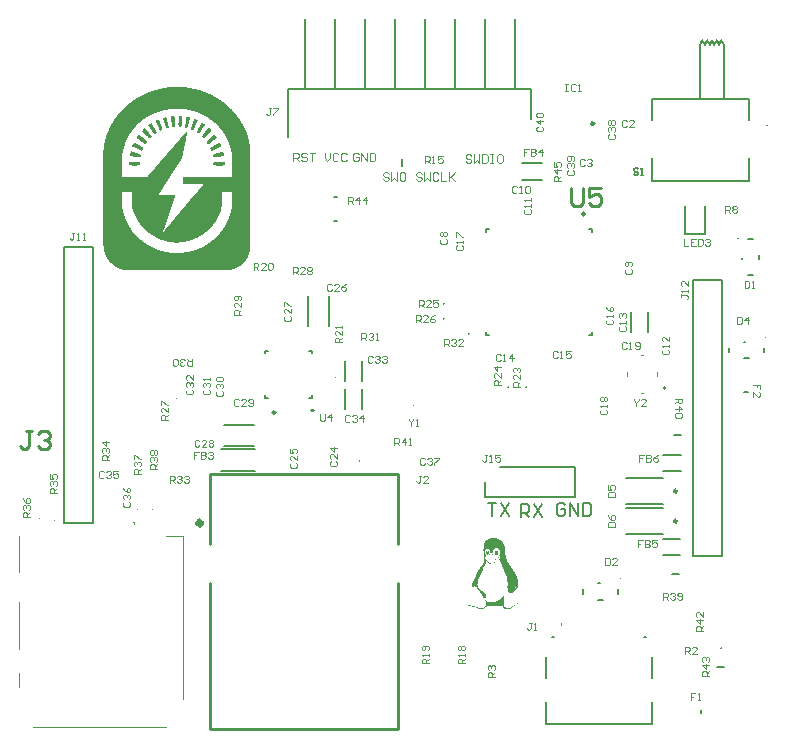
<source format=gto>
G04*
G04 #@! TF.GenerationSoftware,Altium Limited,Altium Designer,24.4.1 (13)*
G04*
G04 Layer_Color=65535*
%FSLAX44Y44*%
%MOMM*%
G71*
G04*
G04 #@! TF.SameCoordinates,A3252435-666A-4F3B-8FA1-24D8921DAC19*
G04*
G04*
G04 #@! TF.FilePolarity,Positive*
G04*
G01*
G75*
%ADD10C,0.1000*%
%ADD11C,0.2500*%
%ADD12C,0.2000*%
%ADD13C,0.5000*%
%ADD14C,0.0500*%
%ADD15C,0.1524*%
%ADD16C,0.2540*%
%ADD17C,0.1200*%
%ADD18C,0.1100*%
%ADD19C,0.1400*%
G36*
X140551Y693802D02*
X145122D01*
Y693603D01*
X147506D01*
Y693404D01*
X148897D01*
Y693206D01*
X150288D01*
Y693007D01*
X151282D01*
Y692808D01*
X152077D01*
Y692610D01*
X153071D01*
Y692411D01*
X154064D01*
Y692212D01*
X154859D01*
Y692013D01*
X155654D01*
Y691815D01*
X156449D01*
Y691616D01*
X157045D01*
Y691417D01*
X157840D01*
Y691218D01*
X158436D01*
Y691020D01*
X159033D01*
Y690821D01*
X159629D01*
Y690622D01*
X160225D01*
Y690424D01*
X160821D01*
Y690225D01*
X161219D01*
Y690026D01*
X161815D01*
Y689827D01*
X162411D01*
Y689629D01*
X163007D01*
Y689430D01*
X163405D01*
Y689231D01*
X164001D01*
Y689033D01*
X164398D01*
Y688834D01*
X164994D01*
Y688635D01*
X165392D01*
Y688436D01*
X165789D01*
Y688238D01*
X166187D01*
Y688039D01*
X166783D01*
Y687840D01*
X166982D01*
Y687641D01*
X167578D01*
Y687443D01*
X167975D01*
Y687244D01*
X168373D01*
Y687045D01*
X168770D01*
Y686846D01*
X169168D01*
Y686648D01*
X169565D01*
Y686449D01*
X169764D01*
Y686250D01*
X170161D01*
Y686051D01*
X170559D01*
Y685853D01*
X170956D01*
Y685654D01*
X171354D01*
Y685455D01*
X171553D01*
Y685257D01*
X171950D01*
Y685058D01*
X172149D01*
Y684859D01*
X172546D01*
Y684660D01*
X172944D01*
Y684462D01*
X173341D01*
Y684263D01*
X173540D01*
Y684064D01*
X173937D01*
Y683866D01*
X174335D01*
Y683667D01*
X174533D01*
Y683468D01*
X174931D01*
Y683269D01*
X175130D01*
Y683071D01*
X175527D01*
Y682872D01*
X175726D01*
Y682673D01*
X176123D01*
Y682474D01*
X176322D01*
Y682276D01*
X176719D01*
Y682077D01*
X176918D01*
Y681878D01*
X177316D01*
Y681680D01*
X177514D01*
Y681481D01*
X177713D01*
Y681282D01*
X178111D01*
Y681083D01*
X178309D01*
Y680885D01*
X178508D01*
Y680686D01*
X178905D01*
Y680487D01*
X179104D01*
Y680288D01*
X179303D01*
Y680090D01*
X179502D01*
Y679891D01*
X179899D01*
Y679692D01*
X180098D01*
Y679493D01*
X180296D01*
Y679295D01*
X180495D01*
Y679096D01*
X180694D01*
Y678897D01*
X180893D01*
Y678699D01*
X181290D01*
Y678500D01*
X181489D01*
Y678301D01*
X181688D01*
Y678102D01*
X181886D01*
Y677904D01*
X182085D01*
Y677705D01*
X182284D01*
Y677506D01*
X182482D01*
Y677308D01*
X182681D01*
Y677109D01*
X182880D01*
Y676910D01*
X183277D01*
Y676711D01*
X183476D01*
Y676314D01*
X183675D01*
Y676115D01*
X184072D01*
Y675916D01*
X184271D01*
Y675718D01*
X184470D01*
Y675519D01*
X184669D01*
Y675320D01*
X184867D01*
Y675122D01*
X185066D01*
Y674923D01*
X185265D01*
Y674724D01*
X185464D01*
Y674326D01*
X185662D01*
Y674128D01*
X185861D01*
Y673929D01*
X186060D01*
Y673730D01*
X186258D01*
Y673532D01*
X186457D01*
Y673333D01*
X186656D01*
Y673134D01*
X186855D01*
Y672935D01*
X187053D01*
Y672737D01*
X187252D01*
Y672538D01*
X187451D01*
Y672141D01*
X187649D01*
Y671942D01*
X187848D01*
Y671743D01*
X188047D01*
Y671544D01*
X188246D01*
Y671346D01*
X188444D01*
Y671147D01*
X188643D01*
Y670749D01*
X188842D01*
Y670551D01*
X189041D01*
Y670352D01*
X189239D01*
Y670153D01*
X189438D01*
Y669955D01*
X189637D01*
Y669557D01*
X189835D01*
Y669358D01*
X190034D01*
Y669160D01*
X190233D01*
Y668762D01*
X190432D01*
Y668563D01*
X190630D01*
Y668365D01*
X190829D01*
Y667967D01*
X191028D01*
Y667768D01*
X191227D01*
Y667371D01*
X191425D01*
Y667172D01*
X191624D01*
Y666974D01*
X191823D01*
Y666576D01*
X192022D01*
Y666377D01*
X192220D01*
Y665980D01*
X192419D01*
Y665781D01*
X192618D01*
Y665384D01*
X192816D01*
Y665185D01*
X193015D01*
Y664788D01*
X193214D01*
Y664390D01*
X193413D01*
Y664191D01*
X193611D01*
Y663794D01*
X193810D01*
Y663595D01*
X194009D01*
Y663198D01*
X194207D01*
Y662800D01*
X194406D01*
Y662601D01*
X194605D01*
Y662204D01*
X194804D01*
Y661807D01*
X195002D01*
Y661409D01*
X195201D01*
Y661012D01*
X195400D01*
Y660813D01*
X195599D01*
Y660415D01*
X195797D01*
Y660018D01*
X195996D01*
Y659621D01*
X196195D01*
Y659223D01*
X196394D01*
Y658826D01*
X196592D01*
Y658428D01*
X196791D01*
Y657832D01*
X196990D01*
Y657435D01*
X197188D01*
Y657037D01*
X197387D01*
Y656441D01*
X197586D01*
Y656043D01*
X197785D01*
Y655646D01*
X197983D01*
Y655050D01*
X198182D01*
Y654454D01*
X198381D01*
Y653857D01*
X198580D01*
Y653261D01*
X198778D01*
Y652665D01*
X198977D01*
Y652069D01*
X199176D01*
Y651473D01*
X199375D01*
Y650678D01*
X199573D01*
Y649883D01*
X199772D01*
Y649088D01*
X199971D01*
Y648094D01*
X200169D01*
Y647299D01*
X200368D01*
Y646107D01*
X200567D01*
Y644915D01*
X200766D01*
Y643325D01*
X200964D01*
Y640543D01*
X201163D01*
Y634780D01*
X200964D01*
Y556480D01*
X200766D01*
Y555089D01*
X200567D01*
Y554294D01*
X200368D01*
Y553499D01*
X200169D01*
Y552705D01*
X199971D01*
Y552108D01*
X199772D01*
Y551711D01*
X199573D01*
Y551115D01*
X199375D01*
Y550717D01*
X199176D01*
Y550320D01*
X198977D01*
Y549922D01*
X198778D01*
Y549525D01*
X198580D01*
Y549128D01*
X198381D01*
Y548730D01*
X198182D01*
Y548333D01*
X197983D01*
Y548134D01*
X197785D01*
Y547736D01*
X197586D01*
Y547538D01*
X197387D01*
Y547140D01*
X197188D01*
Y546941D01*
X196990D01*
Y546544D01*
X196791D01*
Y546345D01*
X196592D01*
Y546147D01*
X196394D01*
Y545948D01*
X196195D01*
Y545550D01*
X195996D01*
Y545352D01*
X195797D01*
Y545153D01*
X195599D01*
Y544954D01*
X195400D01*
Y544756D01*
X195201D01*
Y544557D01*
X195002D01*
Y544358D01*
X194804D01*
Y544159D01*
X194605D01*
Y543961D01*
X194406D01*
Y543762D01*
X194009D01*
Y543563D01*
X193810D01*
Y543364D01*
X193611D01*
Y543166D01*
X193413D01*
Y542967D01*
X193015D01*
Y542768D01*
X192816D01*
Y542570D01*
X192419D01*
Y542371D01*
X192220D01*
Y542172D01*
X191823D01*
Y541973D01*
X191624D01*
Y541775D01*
X191227D01*
Y541576D01*
X190829D01*
Y541377D01*
X190432D01*
Y541178D01*
X190233D01*
Y540980D01*
X189637D01*
Y540781D01*
X189438D01*
Y540582D01*
X188842D01*
Y540383D01*
X188444D01*
Y540185D01*
X188047D01*
Y539986D01*
X187451D01*
Y539787D01*
X186855D01*
Y539589D01*
X186060D01*
Y539390D01*
X185265D01*
Y539191D01*
X184271D01*
Y538992D01*
X182482D01*
Y538794D01*
X97228D01*
Y538992D01*
X95042D01*
Y539191D01*
X93850D01*
Y539390D01*
X92856D01*
Y539589D01*
X92061D01*
Y539787D01*
X91266D01*
Y539986D01*
X90670D01*
Y540185D01*
X90074D01*
Y540383D01*
X89676D01*
Y540582D01*
X89080D01*
Y540781D01*
X88683D01*
Y540980D01*
X88285D01*
Y541178D01*
X87888D01*
Y541377D01*
X87490D01*
Y541576D01*
X87291D01*
Y541775D01*
X86894D01*
Y541973D01*
X86695D01*
Y542172D01*
X86298D01*
Y542371D01*
X85900D01*
Y542570D01*
X85702D01*
Y542768D01*
X85503D01*
Y542967D01*
X85304D01*
Y543166D01*
X85105D01*
Y543364D01*
X84708D01*
Y543563D01*
X84509D01*
Y543762D01*
X84311D01*
Y543961D01*
X84112D01*
Y544159D01*
X83913D01*
Y544358D01*
X83714D01*
Y544557D01*
X83317D01*
Y544756D01*
X83118D01*
Y544954D01*
X82920D01*
Y545153D01*
X82721D01*
Y545550D01*
X82522D01*
Y545749D01*
X82323D01*
Y545948D01*
X82125D01*
Y546147D01*
X81926D01*
Y546345D01*
X81727D01*
Y546544D01*
X81528D01*
Y546941D01*
X81330D01*
Y547140D01*
X81131D01*
Y547339D01*
X80932D01*
Y547538D01*
X80733D01*
Y547935D01*
X80535D01*
Y548134D01*
X80336D01*
Y548531D01*
X80137D01*
Y548730D01*
X79939D01*
Y549128D01*
X79740D01*
Y549525D01*
X79541D01*
Y549922D01*
X79342D01*
Y550320D01*
X79144D01*
Y550717D01*
X78945D01*
Y551115D01*
X78746D01*
Y551711D01*
X78548D01*
Y552108D01*
X78349D01*
Y552705D01*
X78150D01*
Y553301D01*
X77951D01*
Y553897D01*
X77753D01*
Y554493D01*
X77554D01*
Y555288D01*
X77355D01*
Y556083D01*
X77156D01*
Y557077D01*
X76958D01*
Y559263D01*
X76759D01*
Y640344D01*
X76958D01*
Y642729D01*
X77156D01*
Y644120D01*
X77355D01*
Y645113D01*
X77554D01*
Y646306D01*
X77753D01*
Y647299D01*
X77951D01*
Y648094D01*
X78150D01*
Y648889D01*
X78349D01*
Y649684D01*
X78548D01*
Y650479D01*
X78746D01*
Y651274D01*
X78945D01*
Y651870D01*
X79144D01*
Y652466D01*
X79342D01*
Y653063D01*
X79541D01*
Y653659D01*
X79740D01*
Y654255D01*
X79939D01*
Y654652D01*
X80137D01*
Y655249D01*
X80336D01*
Y655646D01*
X80535D01*
Y656043D01*
X80733D01*
Y656640D01*
X80932D01*
Y657037D01*
X81131D01*
Y657633D01*
X81330D01*
Y658031D01*
X81528D01*
Y658428D01*
X81727D01*
Y658826D01*
X81926D01*
Y659223D01*
X82125D01*
Y659621D01*
X82323D01*
Y660018D01*
X82522D01*
Y660415D01*
X82721D01*
Y660813D01*
X82920D01*
Y661210D01*
X83118D01*
Y661608D01*
X83317D01*
Y662005D01*
X83516D01*
Y662403D01*
X83714D01*
Y662601D01*
X83913D01*
Y662999D01*
X84112D01*
Y663397D01*
X84311D01*
Y663794D01*
X84509D01*
Y664191D01*
X84708D01*
Y664390D01*
X84907D01*
Y664788D01*
X85105D01*
Y664986D01*
X85304D01*
Y665384D01*
X85503D01*
Y665583D01*
X85702D01*
Y665980D01*
X85900D01*
Y666179D01*
X86099D01*
Y666576D01*
X86298D01*
Y666775D01*
X86497D01*
Y667172D01*
X86695D01*
Y667371D01*
X86894D01*
Y667570D01*
X87093D01*
Y667967D01*
X87291D01*
Y668166D01*
X87490D01*
Y668563D01*
X87689D01*
Y668762D01*
X87888D01*
Y668961D01*
X88087D01*
Y669358D01*
X88285D01*
Y669557D01*
X88484D01*
Y669756D01*
X88683D01*
Y669955D01*
X88881D01*
Y670352D01*
X89080D01*
Y670551D01*
X89279D01*
Y670749D01*
X89478D01*
Y670948D01*
X89676D01*
Y671147D01*
X89875D01*
Y671544D01*
X90074D01*
Y671743D01*
X90273D01*
Y671942D01*
X90471D01*
Y672141D01*
X90670D01*
Y672339D01*
X90869D01*
Y672538D01*
X91067D01*
Y672737D01*
X91266D01*
Y672935D01*
X91465D01*
Y673333D01*
X91664D01*
Y673532D01*
X91862D01*
Y673730D01*
X92061D01*
Y673929D01*
X92260D01*
Y674128D01*
X92458D01*
Y674326D01*
X92657D01*
Y674525D01*
X92856D01*
Y674724D01*
X93055D01*
Y674923D01*
X93253D01*
Y675122D01*
X93452D01*
Y675320D01*
X93651D01*
Y675519D01*
X93850D01*
Y675718D01*
X94048D01*
Y675916D01*
X94247D01*
Y676115D01*
X94446D01*
Y676314D01*
X94644D01*
Y676513D01*
X95042D01*
Y676711D01*
X95241D01*
Y676910D01*
X95439D01*
Y677109D01*
X95638D01*
Y677308D01*
X95837D01*
Y677506D01*
X96036D01*
Y677705D01*
X96234D01*
Y677904D01*
X96433D01*
Y678102D01*
X96632D01*
Y678301D01*
X97029D01*
Y678500D01*
X97228D01*
Y678699D01*
X97427D01*
Y678897D01*
X97625D01*
Y679096D01*
X97824D01*
Y679295D01*
X98023D01*
Y679493D01*
X98420D01*
Y679692D01*
X98619D01*
Y679891D01*
X98818D01*
Y680090D01*
X99017D01*
Y680288D01*
X99215D01*
Y680487D01*
X99613D01*
Y680686D01*
X99811D01*
Y680885D01*
X100010D01*
Y681083D01*
X100408D01*
Y681282D01*
X100606D01*
Y681481D01*
X100805D01*
Y681680D01*
X101004D01*
Y681878D01*
X101401D01*
Y682077D01*
X101600D01*
Y682276D01*
X101799D01*
Y682474D01*
X102196D01*
Y682673D01*
X102395D01*
Y682872D01*
X102792D01*
Y683071D01*
X102991D01*
Y683269D01*
X103389D01*
Y683468D01*
X103786D01*
Y683667D01*
X103985D01*
Y683866D01*
X104382D01*
Y684064D01*
X104581D01*
Y684263D01*
X104978D01*
Y684462D01*
X105376D01*
Y684660D01*
X105575D01*
Y684859D01*
X105972D01*
Y685058D01*
X106369D01*
Y685257D01*
X106767D01*
Y685455D01*
X106966D01*
Y685654D01*
X107363D01*
Y685853D01*
X107761D01*
Y686051D01*
X108158D01*
Y686250D01*
X108555D01*
Y686449D01*
X108754D01*
Y686648D01*
X109152D01*
Y686846D01*
X109549D01*
Y687045D01*
X109947D01*
Y687244D01*
X110344D01*
Y687443D01*
X110742D01*
Y687641D01*
X111139D01*
Y687840D01*
X111735D01*
Y688039D01*
X112133D01*
Y688238D01*
X112530D01*
Y688436D01*
X112928D01*
Y688635D01*
X113524D01*
Y688834D01*
X113921D01*
Y689033D01*
X114319D01*
Y689231D01*
X114915D01*
Y689430D01*
X115312D01*
Y689629D01*
X115908D01*
Y689827D01*
X116505D01*
Y690026D01*
X116902D01*
Y690225D01*
X117498D01*
Y690424D01*
X118095D01*
Y690622D01*
X118691D01*
Y690821D01*
X119287D01*
Y691020D01*
X119883D01*
Y691218D01*
X120479D01*
Y691417D01*
X121274D01*
Y691616D01*
X121870D01*
Y691815D01*
X122665D01*
Y692013D01*
X123460D01*
Y692212D01*
X124255D01*
Y692411D01*
X125050D01*
Y692610D01*
X126044D01*
Y692808D01*
X127037D01*
Y693007D01*
X128031D01*
Y693206D01*
X129422D01*
Y693404D01*
X131012D01*
Y693603D01*
X133198D01*
Y693802D01*
X137172D01*
Y694001D01*
X140551D01*
Y693802D01*
D02*
G37*
G36*
X388589Y269470D02*
X388544D01*
Y269515D01*
X388589D01*
Y269470D01*
D02*
G37*
G36*
X388498Y269332D02*
X388452D01*
Y269378D01*
X388498D01*
Y269332D01*
D02*
G37*
G36*
X388452Y269240D02*
X388406D01*
Y269286D01*
X388452D01*
Y269240D01*
D02*
G37*
G36*
X416086Y269194D02*
X416040D01*
Y269240D01*
X416086D01*
Y269194D01*
D02*
G37*
G36*
X388406D02*
X388360D01*
Y269240D01*
X388406D01*
Y269194D01*
D02*
G37*
G36*
X388360Y269148D02*
Y269102D01*
X388314D01*
Y269194D01*
X388360D01*
Y269148D01*
D02*
G37*
G36*
X407823Y312022D02*
X408328D01*
Y311976D01*
X408649D01*
Y311930D01*
X408925D01*
Y311884D01*
X409154D01*
Y311839D01*
X409384D01*
Y311793D01*
X409567D01*
Y311747D01*
X409751D01*
Y311701D01*
X409889D01*
Y311655D01*
X410072D01*
Y311609D01*
X410210D01*
Y311563D01*
X410348D01*
Y311517D01*
X410485D01*
Y311471D01*
X410623D01*
Y311425D01*
X410715D01*
Y311380D01*
X410853D01*
Y311334D01*
X410945D01*
Y311288D01*
X411036D01*
Y311242D01*
X411174D01*
Y311196D01*
X411266D01*
Y311150D01*
X411358D01*
Y311104D01*
X411449D01*
Y311058D01*
X411541D01*
Y311012D01*
X411633D01*
Y310966D01*
X411725D01*
Y310921D01*
X411817D01*
Y310875D01*
X411908D01*
Y310829D01*
X411954D01*
Y310783D01*
X412046D01*
Y310737D01*
X412138D01*
Y310691D01*
X412230D01*
Y310645D01*
X412322D01*
Y310599D01*
X412368D01*
Y310553D01*
X412459D01*
Y310507D01*
X412551D01*
Y310462D01*
X412597D01*
Y310416D01*
X412689D01*
Y310370D01*
X412735D01*
Y310324D01*
X412826D01*
Y310278D01*
X412918D01*
Y310232D01*
X412964D01*
Y310186D01*
X413056D01*
Y310140D01*
X413102D01*
Y310094D01*
X413148D01*
Y310048D01*
X413240D01*
Y310002D01*
X413285D01*
Y309956D01*
X413331D01*
Y309911D01*
X413423D01*
Y309865D01*
X413469D01*
Y309819D01*
X413515D01*
Y309773D01*
X413607D01*
Y309727D01*
X413653D01*
Y309681D01*
X413699D01*
Y309635D01*
X413745D01*
Y309589D01*
X413791D01*
Y309543D01*
X413836D01*
Y309498D01*
X413882D01*
Y309452D01*
X413974D01*
Y309406D01*
X414020D01*
Y309360D01*
X414066D01*
Y309314D01*
X414112D01*
Y309268D01*
X414158D01*
Y309222D01*
X414204D01*
Y309176D01*
X414249D01*
Y309084D01*
X414295D01*
Y309038D01*
X414341D01*
Y308993D01*
X414387D01*
Y308947D01*
X414433D01*
Y308901D01*
X414479D01*
Y308855D01*
X414525D01*
Y308809D01*
X414571D01*
Y308717D01*
X414617D01*
Y308671D01*
X414663D01*
Y308625D01*
X414709D01*
Y308533D01*
X414754D01*
Y308488D01*
X414800D01*
Y308442D01*
X414846D01*
Y308350D01*
X414892D01*
Y308304D01*
X414938D01*
Y308258D01*
X414984D01*
Y308166D01*
X415030D01*
Y308120D01*
X415076D01*
Y308029D01*
X415122D01*
Y307983D01*
X415168D01*
Y307891D01*
X415214D01*
Y307799D01*
X415259D01*
Y307753D01*
X415305D01*
Y307661D01*
X415351D01*
Y307570D01*
X415397D01*
Y307524D01*
X415443D01*
Y307432D01*
X415489D01*
Y307340D01*
X415535D01*
Y307248D01*
X415581D01*
Y307156D01*
X415627D01*
Y307065D01*
X415672D01*
Y306973D01*
X415718D01*
Y306881D01*
X415764D01*
Y306789D01*
X415810D01*
Y306697D01*
X415856D01*
Y306606D01*
X415902D01*
Y306468D01*
X415948D01*
Y306376D01*
X415994D01*
Y306284D01*
X416040D01*
Y306147D01*
X416086D01*
Y306055D01*
X416132D01*
Y305917D01*
X416177D01*
Y305779D01*
X416223D01*
Y305688D01*
X416269D01*
Y305550D01*
X416315D01*
Y305412D01*
X416361D01*
Y305274D01*
X416407D01*
Y305137D01*
X416453D01*
Y304953D01*
X416499D01*
Y304815D01*
X416545D01*
Y304632D01*
X416591D01*
Y304448D01*
X416637D01*
Y304265D01*
X416682D01*
Y304081D01*
X416728D01*
Y303897D01*
X416774D01*
Y303668D01*
X416820D01*
Y303484D01*
X416866D01*
Y303255D01*
X416912D01*
Y302979D01*
X416958D01*
Y302704D01*
X417004D01*
Y302382D01*
X417050D01*
Y301969D01*
X417095D01*
Y300822D01*
X417050D01*
Y300363D01*
X417004D01*
Y299812D01*
X416958D01*
Y299215D01*
X417004D01*
Y298572D01*
X417050D01*
Y298205D01*
X417095D01*
Y297884D01*
X417141D01*
Y297654D01*
X417187D01*
Y297379D01*
X417233D01*
Y297149D01*
X417279D01*
Y296920D01*
X417325D01*
Y296690D01*
X417371D01*
Y296507D01*
X417417D01*
Y296277D01*
X417463D01*
Y296094D01*
X417509D01*
Y295864D01*
X417555D01*
Y295726D01*
X417601D01*
Y295543D01*
X417646D01*
Y295359D01*
X417692D01*
Y295176D01*
X417738D01*
Y295038D01*
X417784D01*
Y294900D01*
X417830D01*
Y294716D01*
X417876D01*
Y294579D01*
X417922D01*
Y294441D01*
X417968D01*
Y294303D01*
X418014D01*
Y294166D01*
X418060D01*
Y294028D01*
X418105D01*
Y293936D01*
X418151D01*
Y293798D01*
X418197D01*
Y293661D01*
X418243D01*
Y293569D01*
X418289D01*
Y293431D01*
X418335D01*
Y293339D01*
X418381D01*
Y293202D01*
X418427D01*
Y293110D01*
X418473D01*
Y292972D01*
X418518D01*
Y292880D01*
X418564D01*
Y292789D01*
X418610D01*
Y292651D01*
X418656D01*
Y292559D01*
X418702D01*
Y292467D01*
X418748D01*
Y292375D01*
X418794D01*
Y292284D01*
X418840D01*
Y292192D01*
X418886D01*
Y292100D01*
X418932D01*
Y292008D01*
X418978D01*
Y291916D01*
X419024D01*
Y291825D01*
X419069D01*
Y291733D01*
X419115D01*
Y291641D01*
X419161D01*
Y291549D01*
X419207D01*
Y291457D01*
X419253D01*
Y291366D01*
X419299D01*
Y291320D01*
X419345D01*
Y291228D01*
X419391D01*
Y291136D01*
X419437D01*
Y291044D01*
X419482D01*
Y290998D01*
X419528D01*
Y290907D01*
X419574D01*
Y290815D01*
X419620D01*
Y290723D01*
X419666D01*
Y290677D01*
X419712D01*
Y290585D01*
X419758D01*
Y290493D01*
X419804D01*
Y290448D01*
X419850D01*
Y290356D01*
X419896D01*
Y290310D01*
X419942D01*
Y290218D01*
X419987D01*
Y290126D01*
X420033D01*
Y290080D01*
X420079D01*
Y289988D01*
X420125D01*
Y289942D01*
X420171D01*
Y289851D01*
X420217D01*
Y289805D01*
X420263D01*
Y289713D01*
X420309D01*
Y289667D01*
X420355D01*
Y289575D01*
X420401D01*
Y289529D01*
X420447D01*
Y289438D01*
X420492D01*
Y289392D01*
X420538D01*
Y289300D01*
X420584D01*
Y289254D01*
X420630D01*
Y289162D01*
X420676D01*
Y289116D01*
X420722D01*
Y289025D01*
X420768D01*
Y288979D01*
X420814D01*
Y288887D01*
X420860D01*
Y288841D01*
X420905D01*
Y288795D01*
X420951D01*
Y288703D01*
X420997D01*
Y288657D01*
X421043D01*
Y288565D01*
X421089D01*
Y288519D01*
X421135D01*
Y288428D01*
X421181D01*
Y288382D01*
X421227D01*
Y288336D01*
X421273D01*
Y288244D01*
X421319D01*
Y288198D01*
X421365D01*
Y288106D01*
X421410D01*
Y288060D01*
X421456D01*
Y288015D01*
X421502D01*
Y287923D01*
X421548D01*
Y287877D01*
X421594D01*
Y287831D01*
X421640D01*
Y287739D01*
X421686D01*
Y287693D01*
X421732D01*
Y287602D01*
X421778D01*
Y287556D01*
X421824D01*
Y287510D01*
X421870D01*
Y287418D01*
X421915D01*
Y287372D01*
X421961D01*
Y287326D01*
X422007D01*
Y287234D01*
X422053D01*
Y287188D01*
X422099D01*
Y287097D01*
X422145D01*
Y287051D01*
X422191D01*
Y287005D01*
X422237D01*
Y286913D01*
X422283D01*
Y286867D01*
X422328D01*
Y286821D01*
X422374D01*
Y286729D01*
X422420D01*
Y286683D01*
X422466D01*
Y286592D01*
X422512D01*
Y286546D01*
X422558D01*
Y286500D01*
X422604D01*
Y286408D01*
X422650D01*
Y286362D01*
X422696D01*
Y286316D01*
X422742D01*
Y286224D01*
X422788D01*
Y286178D01*
X422834D01*
Y286087D01*
X422879D01*
Y286041D01*
X422925D01*
Y285995D01*
X422971D01*
Y285903D01*
X423017D01*
Y285857D01*
X423063D01*
Y285765D01*
X423109D01*
Y285719D01*
X423155D01*
Y285674D01*
X423201D01*
Y285582D01*
X423247D01*
Y285536D01*
X423293D01*
Y285444D01*
X423338D01*
Y285398D01*
X423384D01*
Y285352D01*
X423430D01*
Y285260D01*
X423476D01*
Y285215D01*
X423522D01*
Y285123D01*
X423568D01*
Y285077D01*
X423614D01*
Y284985D01*
X423660D01*
Y284939D01*
X423706D01*
Y284893D01*
X423752D01*
Y284801D01*
X423797D01*
Y284755D01*
X423843D01*
Y284664D01*
X423889D01*
Y284618D01*
X423935D01*
Y284526D01*
X423981D01*
Y284434D01*
X424027D01*
Y284388D01*
X424073D01*
Y284296D01*
X424119D01*
Y284251D01*
X424165D01*
Y284159D01*
X424211D01*
Y284113D01*
X424257D01*
Y284021D01*
X424302D01*
Y283929D01*
X424348D01*
Y283883D01*
X424394D01*
Y283792D01*
X424440D01*
Y283746D01*
X424486D01*
Y283654D01*
X424532D01*
Y283562D01*
X424578D01*
Y283516D01*
X424624D01*
Y283424D01*
X424670D01*
Y283332D01*
X424715D01*
Y283286D01*
X424761D01*
Y283195D01*
X424807D01*
Y283103D01*
X424853D01*
Y283011D01*
X424899D01*
Y282965D01*
X424945D01*
Y282873D01*
X424991D01*
Y282782D01*
X425037D01*
Y282690D01*
X425083D01*
Y282644D01*
X425129D01*
Y282552D01*
X425175D01*
Y282460D01*
X425220D01*
Y282368D01*
X425266D01*
Y282277D01*
X425312D01*
Y282185D01*
X425358D01*
Y282139D01*
X425404D01*
Y282047D01*
X425450D01*
Y281955D01*
X425496D01*
Y281863D01*
X425542D01*
Y281772D01*
X425588D01*
Y281680D01*
X425634D01*
Y281588D01*
X425680D01*
Y281496D01*
X425725D01*
Y281404D01*
X425771D01*
Y281313D01*
X425817D01*
Y281221D01*
X425863D01*
Y281129D01*
X425909D01*
Y281037D01*
X425955D01*
Y280945D01*
X426001D01*
Y280854D01*
X426047D01*
Y280762D01*
X426093D01*
Y280670D01*
X426138D01*
Y280578D01*
X426185D01*
Y280441D01*
X426230D01*
Y280349D01*
X426276D01*
Y280257D01*
X426322D01*
Y280165D01*
X426368D01*
Y280073D01*
X426414D01*
Y279936D01*
X426460D01*
Y279844D01*
X426506D01*
Y279752D01*
X426552D01*
Y279614D01*
X426598D01*
Y279522D01*
X426643D01*
Y279431D01*
X426689D01*
Y279339D01*
Y279293D01*
X426735D01*
Y279201D01*
X426781D01*
Y279063D01*
X426827D01*
Y278972D01*
X426873D01*
Y278834D01*
X426919D01*
Y278742D01*
X426965D01*
Y278604D01*
X427011D01*
Y278512D01*
X427057D01*
Y278375D01*
X427103D01*
Y278237D01*
X427148D01*
Y278099D01*
X427194D01*
Y278008D01*
X427240D01*
Y277870D01*
X427286D01*
Y277732D01*
X427332D01*
Y277595D01*
X427378D01*
Y277457D01*
X427424D01*
Y277319D01*
X427470D01*
Y277181D01*
X427516D01*
Y276998D01*
X427562D01*
Y276860D01*
X427607D01*
Y276722D01*
X427653D01*
Y276539D01*
X427699D01*
Y276355D01*
X427745D01*
Y276171D01*
X427791D01*
Y276034D01*
X427837D01*
Y275804D01*
X427883D01*
Y275621D01*
X427929D01*
Y275391D01*
X427975D01*
Y275162D01*
X428021D01*
Y274932D01*
X428066D01*
Y274657D01*
X428112D01*
Y274289D01*
X428158D01*
Y273876D01*
X428204D01*
Y272362D01*
X428158D01*
Y271994D01*
X428112D01*
Y271719D01*
X428066D01*
Y271535D01*
X428021D01*
Y271352D01*
X427975D01*
Y271168D01*
X427929D01*
Y271030D01*
X427883D01*
Y270893D01*
X427837D01*
Y270755D01*
X427791D01*
Y270617D01*
X427745D01*
Y270479D01*
X427699D01*
Y270342D01*
X427653D01*
Y270204D01*
X427607D01*
Y270112D01*
X427562D01*
Y269974D01*
X427516D01*
Y269837D01*
X427470D01*
Y269745D01*
X427424D01*
Y269653D01*
X427378D01*
Y269515D01*
X427332D01*
Y269424D01*
X427286D01*
Y269332D01*
X426598D01*
Y269286D01*
X426460D01*
Y269240D01*
X426414D01*
Y269148D01*
X426368D01*
Y269102D01*
X426322D01*
Y269011D01*
X426276D01*
Y268965D01*
X426230D01*
Y268873D01*
X426185D01*
Y268827D01*
X426138D01*
Y268735D01*
X426093D01*
Y268643D01*
X426047D01*
Y268552D01*
X426001D01*
Y268506D01*
X425955D01*
Y268414D01*
X425909D01*
Y268322D01*
X425863D01*
Y268230D01*
X425817D01*
Y268184D01*
X425771D01*
Y268092D01*
X425725D01*
Y268001D01*
X425680D01*
Y267955D01*
X425634D01*
Y267863D01*
X425588D01*
Y267771D01*
X425542D01*
Y267725D01*
X425496D01*
Y267633D01*
X425450D01*
Y267588D01*
X425404D01*
Y267496D01*
X425358D01*
Y267450D01*
X425312D01*
Y267358D01*
X425266D01*
Y267312D01*
X425220D01*
Y267266D01*
X425175D01*
Y267174D01*
X425129D01*
Y267128D01*
X425083D01*
Y267083D01*
X425037D01*
Y267037D01*
X424991D01*
Y266991D01*
X424945D01*
Y266945D01*
X424899D01*
Y266899D01*
X424853D01*
Y266853D01*
X424807D01*
Y266807D01*
X424761D01*
Y266761D01*
X424715D01*
Y266669D01*
X424624D01*
Y266578D01*
X424532D01*
Y266486D01*
X424440D01*
Y266440D01*
X424394D01*
Y266394D01*
X424348D01*
Y266348D01*
X424302D01*
Y266302D01*
X424257D01*
Y266256D01*
X424211D01*
Y266210D01*
X424165D01*
Y266164D01*
X424119D01*
Y266119D01*
X424073D01*
Y266073D01*
X424027D01*
Y266027D01*
X423935D01*
Y265981D01*
X423889D01*
Y265889D01*
X423797D01*
Y265843D01*
X423706D01*
Y265797D01*
X423660D01*
Y265751D01*
X423614D01*
Y265705D01*
X423522D01*
Y265660D01*
X423476D01*
Y265614D01*
X423338D01*
Y265568D01*
X423247D01*
Y265522D01*
X423201D01*
Y265476D01*
X423063D01*
Y265430D01*
X422925D01*
Y265384D01*
X422742D01*
Y265338D01*
X422558D01*
Y265292D01*
X422053D01*
Y265246D01*
X421456D01*
Y265292D01*
X421089D01*
Y265338D01*
X420860D01*
Y265384D01*
X420676D01*
Y265430D01*
X420584D01*
Y265476D01*
X420447D01*
Y265522D01*
X420355D01*
Y265568D01*
X420263D01*
Y265614D01*
X420171D01*
Y265660D01*
X420079D01*
Y265705D01*
X420033D01*
Y265751D01*
X419987D01*
Y265797D01*
X419942D01*
Y265843D01*
X419850D01*
Y265889D01*
X419804D01*
Y265935D01*
X419758D01*
Y265981D01*
X419712D01*
Y266027D01*
X419666D01*
Y266073D01*
X419620D01*
Y266119D01*
X419574D01*
Y266164D01*
X419528D01*
Y266210D01*
X419482D01*
Y266256D01*
X419437D01*
Y266302D01*
X419391D01*
Y266348D01*
X419345D01*
Y266394D01*
X419299D01*
Y266440D01*
X419253D01*
Y266532D01*
X419207D01*
Y266623D01*
X419161D01*
Y266669D01*
X419115D01*
Y266761D01*
X419069D01*
Y266807D01*
X419024D01*
Y266945D01*
X418978D01*
Y267083D01*
X418932D01*
Y267312D01*
X418886D01*
Y267633D01*
X418932D01*
Y267909D01*
X418978D01*
Y268046D01*
X419024D01*
Y268184D01*
X419069D01*
Y268368D01*
X419115D01*
Y268506D01*
X419161D01*
Y268689D01*
X419207D01*
Y268873D01*
X419253D01*
Y269102D01*
X419299D01*
Y269470D01*
X419253D01*
Y269561D01*
X419207D01*
Y269653D01*
X419161D01*
Y269699D01*
X419115D01*
Y269745D01*
X419069D01*
Y269791D01*
X418978D01*
Y269837D01*
X418886D01*
Y269883D01*
X418748D01*
Y269929D01*
X418518D01*
Y269974D01*
X418427D01*
Y270020D01*
X418473D01*
Y270112D01*
X418518D01*
Y270204D01*
X418564D01*
Y270296D01*
X418610D01*
Y270342D01*
X418656D01*
Y270434D01*
X418702D01*
Y270525D01*
X418748D01*
Y270571D01*
X418794D01*
Y270709D01*
X418840D01*
Y270847D01*
X418886D01*
Y271076D01*
X418932D01*
Y271489D01*
X418978D01*
Y274335D01*
X418932D01*
Y275253D01*
X418886D01*
Y275804D01*
X418840D01*
Y276263D01*
X418794D01*
Y276676D01*
X418748D01*
Y276998D01*
X418702D01*
Y277319D01*
X418656D01*
Y277595D01*
X418610D01*
Y277870D01*
X418564D01*
Y278099D01*
X418518D01*
Y278329D01*
X418473D01*
Y278512D01*
X418427D01*
Y278742D01*
X418381D01*
Y278926D01*
X418335D01*
Y279109D01*
X418289D01*
Y279293D01*
X418243D01*
Y279431D01*
X418197D01*
Y279614D01*
X418151D01*
Y279752D01*
X418105D01*
Y279890D01*
X418060D01*
Y280027D01*
X418014D01*
Y280165D01*
X417968D01*
Y280303D01*
X417922D01*
Y280441D01*
X417876D01*
Y280532D01*
X417830D01*
Y280670D01*
X417784D01*
Y280762D01*
X417738D01*
Y280900D01*
X417692D01*
Y280991D01*
X417646D01*
Y281083D01*
X417601D01*
Y281221D01*
X417555D01*
Y281313D01*
X417509D01*
Y281404D01*
X417463D01*
Y281496D01*
X417417D01*
Y281588D01*
X417371D01*
Y281680D01*
X417325D01*
Y281772D01*
X417279D01*
Y281863D01*
X417233D01*
Y281955D01*
X417187D01*
Y282047D01*
X417141D01*
Y282139D01*
X417095D01*
Y282231D01*
X417050D01*
Y282323D01*
X417004D01*
Y282414D01*
X416958D01*
Y282506D01*
X416912D01*
Y282598D01*
X416866D01*
Y282690D01*
X416820D01*
Y282782D01*
X416774D01*
Y282873D01*
X416728D01*
Y282965D01*
X416682D01*
Y283011D01*
X416637D01*
Y283103D01*
X416591D01*
Y283195D01*
X416545D01*
Y283286D01*
X416499D01*
Y283378D01*
X416453D01*
Y283470D01*
X416407D01*
Y283562D01*
X416361D01*
Y283654D01*
X416315D01*
Y283746D01*
X416269D01*
Y283883D01*
X416223D01*
Y283975D01*
X416177D01*
Y284067D01*
X416132D01*
Y284159D01*
X416086D01*
Y284251D01*
X416040D01*
Y284342D01*
X415994D01*
Y284480D01*
X415948D01*
Y284572D01*
X415902D01*
Y284664D01*
X415856D01*
Y284755D01*
X415810D01*
Y284893D01*
X415764D01*
Y284985D01*
X415718D01*
Y285123D01*
X415672D01*
Y285215D01*
X415627D01*
Y285306D01*
X415581D01*
Y285444D01*
X415535D01*
Y285582D01*
X415489D01*
Y285674D01*
X415443D01*
Y285811D01*
X415397D01*
Y285903D01*
X415351D01*
Y286041D01*
X415305D01*
Y286178D01*
X415259D01*
Y286316D01*
X415214D01*
Y286454D01*
X415168D01*
Y286546D01*
X415122D01*
Y286683D01*
X415076D01*
Y286821D01*
X415030D01*
Y286959D01*
X414984D01*
Y287097D01*
X414938D01*
Y287234D01*
X414892D01*
Y287372D01*
X414846D01*
Y287510D01*
X414800D01*
Y287647D01*
X414754D01*
Y287785D01*
X414709D01*
Y287923D01*
X414663D01*
Y288060D01*
X414617D01*
Y288198D01*
X414571D01*
Y288336D01*
X414525D01*
Y288474D01*
X414479D01*
Y288611D01*
X414433D01*
Y288749D01*
X414387D01*
Y288841D01*
X414341D01*
Y288979D01*
X414295D01*
Y289070D01*
X414249D01*
Y289208D01*
X414204D01*
Y289300D01*
X414158D01*
Y289392D01*
X414112D01*
Y289529D01*
X414066D01*
Y289621D01*
X414020D01*
Y289713D01*
X413974D01*
Y289805D01*
X413928D01*
Y289897D01*
X413882D01*
Y289988D01*
X413836D01*
Y290034D01*
X413791D01*
Y290126D01*
X413745D01*
Y290218D01*
X413699D01*
Y290310D01*
X413653D01*
Y290402D01*
X413607D01*
Y290448D01*
X413561D01*
Y290539D01*
X413515D01*
Y290585D01*
X413469D01*
Y290677D01*
X413423D01*
Y290769D01*
X413377D01*
Y290861D01*
X413331D01*
Y290907D01*
X413285D01*
Y290998D01*
X413240D01*
Y291044D01*
X413194D01*
Y291136D01*
X413148D01*
Y291228D01*
X413102D01*
Y291320D01*
X413056D01*
Y291411D01*
X413010D01*
Y291503D01*
X412964D01*
Y291595D01*
X412918D01*
Y291687D01*
X412872D01*
Y291825D01*
X412826D01*
Y291916D01*
X412781D01*
Y292008D01*
X412735D01*
Y292146D01*
X412689D01*
Y292238D01*
X412643D01*
Y292375D01*
X412597D01*
Y292513D01*
X412551D01*
Y292605D01*
X412505D01*
Y292743D01*
X412459D01*
Y292834D01*
X412413D01*
Y292972D01*
X412368D01*
Y293064D01*
X412322D01*
Y293156D01*
X412276D01*
Y293248D01*
X412230D01*
Y293339D01*
X412184D01*
Y293431D01*
X412138D01*
Y293477D01*
X412092D01*
Y293569D01*
X412046D01*
Y293615D01*
X412000D01*
Y293661D01*
X411954D01*
Y293707D01*
X411862D01*
Y293661D01*
X411817D01*
Y293615D01*
X411771D01*
Y293569D01*
X411725D01*
Y293523D01*
X411679D01*
Y293477D01*
X411633D01*
Y293431D01*
X411587D01*
Y293385D01*
X411495D01*
Y293339D01*
X411449D01*
Y293293D01*
X411404D01*
Y293248D01*
X411312D01*
Y293202D01*
X411220D01*
Y293156D01*
X411128D01*
Y293110D01*
X411036D01*
Y293064D01*
X410945D01*
Y293018D01*
X410853D01*
Y292972D01*
X410715D01*
Y292926D01*
X410577D01*
Y292880D01*
X410439D01*
Y292834D01*
X410348D01*
Y292789D01*
X410210D01*
Y292743D01*
X410118D01*
Y292697D01*
X410026D01*
Y292651D01*
X409935D01*
Y292605D01*
X409889D01*
Y292559D01*
X409797D01*
Y292513D01*
X409705D01*
Y292467D01*
X409659D01*
Y292421D01*
X409567D01*
Y292375D01*
X409476D01*
Y292330D01*
X409430D01*
Y292284D01*
X409338D01*
Y292238D01*
X409292D01*
Y292192D01*
X409200D01*
Y292146D01*
X409154D01*
Y292100D01*
X409062D01*
Y292054D01*
X408971D01*
Y292008D01*
X408925D01*
Y291962D01*
X408833D01*
Y291916D01*
X408787D01*
Y291870D01*
X408695D01*
Y291825D01*
X408649D01*
Y291779D01*
X408558D01*
Y291733D01*
X408512D01*
Y291687D01*
X408420D01*
Y291641D01*
X408374D01*
Y291595D01*
X408282D01*
Y291549D01*
X408190D01*
Y291503D01*
X408144D01*
Y291457D01*
X408052D01*
Y291411D01*
X407961D01*
Y291366D01*
X407915D01*
Y291320D01*
X407823D01*
Y291274D01*
X407731D01*
Y291228D01*
X407685D01*
Y291182D01*
X407593D01*
Y291136D01*
X407502D01*
Y291090D01*
X407410D01*
Y291044D01*
X407318D01*
Y290998D01*
X407226D01*
Y290952D01*
X407135D01*
Y290907D01*
X407043D01*
Y290861D01*
X406905D01*
Y290815D01*
X406813D01*
Y290769D01*
X406675D01*
Y290723D01*
X406538D01*
Y290677D01*
X406354D01*
Y290631D01*
X406125D01*
Y290585D01*
X405344D01*
Y290539D01*
X405252D01*
Y290493D01*
X405115D01*
Y290448D01*
X404977D01*
Y290402D01*
X404839D01*
Y290356D01*
X404656D01*
Y290310D01*
X404380D01*
Y290264D01*
X404059D01*
Y290310D01*
X403875D01*
Y290356D01*
X403738D01*
Y290402D01*
X403646D01*
Y290448D01*
X403600D01*
Y290493D01*
X403508D01*
Y290539D01*
X403416D01*
Y290585D01*
X403370D01*
Y290631D01*
X403279D01*
Y290677D01*
X403233D01*
Y290723D01*
X403187D01*
Y290769D01*
X403095D01*
Y290815D01*
X403049D01*
Y290861D01*
X403003D01*
Y290907D01*
X402957D01*
Y290952D01*
X402911D01*
Y290998D01*
X402865D01*
Y291044D01*
X402820D01*
Y291090D01*
X402728D01*
Y291136D01*
X402682D01*
Y291182D01*
X402636D01*
Y291228D01*
X402590D01*
Y291274D01*
X402544D01*
Y291320D01*
X402498D01*
Y291366D01*
X402452D01*
Y291411D01*
X402406D01*
Y291457D01*
X402360D01*
Y291503D01*
X402315D01*
Y291595D01*
X402269D01*
Y291641D01*
X402223D01*
Y291687D01*
X402177D01*
Y291733D01*
X402131D01*
Y291779D01*
X402085D01*
Y291825D01*
X402039D01*
Y291870D01*
X401993D01*
Y291916D01*
X401947D01*
Y291962D01*
X401901D01*
Y292008D01*
X401856D01*
Y292054D01*
X401810D01*
Y292146D01*
X401764D01*
Y292192D01*
X401718D01*
Y292238D01*
X401672D01*
Y292284D01*
X401626D01*
Y292330D01*
X401580D01*
Y292375D01*
X401534D01*
Y292421D01*
X401488D01*
Y292467D01*
X401442D01*
Y292513D01*
X401396D01*
Y292559D01*
X401351D01*
Y292605D01*
X401305D01*
Y292651D01*
X401259D01*
Y292697D01*
X401213D01*
Y292743D01*
X401167D01*
Y292789D01*
X401121D01*
Y292834D01*
X401075D01*
Y292880D01*
X401029D01*
Y292926D01*
X400983D01*
Y292972D01*
X400938D01*
Y293018D01*
X400892D01*
Y293064D01*
X400800D01*
Y293110D01*
X400754D01*
Y293156D01*
X400478D01*
Y293064D01*
X400433D01*
Y292926D01*
X400387D01*
Y292146D01*
X400341D01*
Y290539D01*
X400295D01*
Y290172D01*
X400249D01*
Y289988D01*
X400203D01*
Y289851D01*
X400157D01*
Y289759D01*
X400111D01*
Y289667D01*
X400065D01*
Y289575D01*
X400019D01*
Y289484D01*
X399973D01*
Y289438D01*
X399928D01*
Y289346D01*
X399882D01*
Y289300D01*
X399836D01*
Y289208D01*
X399790D01*
Y289162D01*
X399744D01*
Y289070D01*
X399698D01*
Y289025D01*
X399652D01*
Y288979D01*
X399606D01*
Y288887D01*
X399560D01*
Y288841D01*
X399515D01*
Y288749D01*
X399468D01*
Y288703D01*
X399423D01*
Y288657D01*
X399377D01*
Y288565D01*
X399331D01*
Y288519D01*
X399285D01*
Y288474D01*
X399239D01*
Y288382D01*
X399193D01*
Y288336D01*
X399147D01*
Y288244D01*
X399101D01*
Y288198D01*
X399055D01*
Y288106D01*
X399010D01*
Y288060D01*
X398964D01*
Y287969D01*
X398918D01*
Y287923D01*
X398872D01*
Y287831D01*
X398826D01*
Y287785D01*
X398780D01*
Y287693D01*
X398734D01*
Y287602D01*
X398688D01*
Y287556D01*
X398642D01*
Y287464D01*
X398596D01*
Y287372D01*
X398550D01*
Y287280D01*
X398505D01*
Y287188D01*
X398459D01*
Y287097D01*
X398413D01*
Y287005D01*
X398367D01*
Y286913D01*
X398321D01*
Y286821D01*
X398275D01*
Y286683D01*
X398229D01*
Y286592D01*
X398183D01*
Y286500D01*
X398137D01*
Y286362D01*
X398091D01*
Y286224D01*
X398046D01*
Y286087D01*
X398000D01*
Y285995D01*
X397954D01*
Y285811D01*
X397908D01*
Y285674D01*
X397862D01*
Y285536D01*
X397816D01*
Y284067D01*
X397770D01*
Y283883D01*
X397724D01*
Y283792D01*
X397678D01*
Y283700D01*
X397632D01*
Y283654D01*
X397587D01*
Y283608D01*
X397541D01*
Y283562D01*
X397495D01*
Y283516D01*
X397449D01*
Y283470D01*
X397403D01*
Y283424D01*
X397357D01*
Y283378D01*
X397311D01*
Y283332D01*
X397265D01*
Y283286D01*
X397219D01*
Y283241D01*
X397173D01*
Y283149D01*
X397127D01*
Y283103D01*
X397082D01*
Y283057D01*
X397036D01*
Y282965D01*
X396990D01*
Y282873D01*
X396944D01*
Y282782D01*
X396898D01*
Y282690D01*
X396852D01*
Y282552D01*
X396806D01*
Y282460D01*
X396760D01*
Y282368D01*
X396714D01*
Y282277D01*
X396668D01*
Y282185D01*
X396623D01*
Y282093D01*
X396577D01*
Y282001D01*
X396531D01*
Y281909D01*
X396485D01*
Y281818D01*
X396439D01*
Y281726D01*
X396393D01*
Y281634D01*
X396347D01*
Y281542D01*
X396301D01*
Y281450D01*
X396255D01*
Y281359D01*
X396209D01*
Y281313D01*
X396163D01*
Y281221D01*
X396118D01*
Y281129D01*
X396072D01*
Y281037D01*
X396026D01*
Y280945D01*
X395980D01*
Y280854D01*
X395934D01*
Y280762D01*
X395888D01*
Y280716D01*
X395842D01*
Y280624D01*
X395796D01*
Y280532D01*
X395750D01*
Y280441D01*
X395704D01*
Y280349D01*
X395658D01*
Y280257D01*
X395613D01*
Y280211D01*
X395567D01*
Y280119D01*
X395521D01*
Y280027D01*
X395475D01*
Y279936D01*
X395429D01*
Y279844D01*
X395383D01*
Y279752D01*
X395337D01*
Y279660D01*
X395291D01*
Y279568D01*
X395245D01*
Y279522D01*
X395200D01*
Y279431D01*
X395154D01*
Y279339D01*
X395108D01*
Y279247D01*
X395062D01*
Y279155D01*
X395016D01*
Y279063D01*
X394970D01*
Y278972D01*
X394924D01*
Y278880D01*
X394878D01*
Y278742D01*
X394832D01*
Y278650D01*
X394786D01*
Y278558D01*
X394740D01*
Y278467D01*
X394695D01*
Y278329D01*
X394649D01*
Y278237D01*
X394603D01*
Y278099D01*
X394557D01*
Y277962D01*
X394511D01*
Y277870D01*
X394465D01*
Y277732D01*
X394419D01*
Y277549D01*
X394373D01*
Y277365D01*
X394327D01*
Y277181D01*
X394281D01*
Y276998D01*
X394235D01*
Y276814D01*
X394190D01*
Y276630D01*
X394144D01*
Y276447D01*
X394098D01*
Y276263D01*
X394052D01*
Y276126D01*
X394006D01*
Y275942D01*
X393960D01*
Y275758D01*
X393914D01*
Y275575D01*
X393868D01*
Y275391D01*
X393822D01*
Y275162D01*
X393777D01*
Y274978D01*
X393731D01*
Y274748D01*
X393685D01*
Y274473D01*
X393639D01*
Y274152D01*
X393593D01*
Y273785D01*
X393547D01*
Y273050D01*
X393501D01*
Y272316D01*
X393547D01*
Y272270D01*
X393501D01*
Y272224D01*
X393547D01*
Y270938D01*
X393593D01*
Y270525D01*
X393639D01*
Y270388D01*
X393685D01*
Y270296D01*
X393731D01*
Y270250D01*
X393777D01*
Y270204D01*
X393822D01*
Y270158D01*
X393914D01*
Y270112D01*
X393960D01*
Y270066D01*
X394006D01*
Y270020D01*
X394052D01*
Y269974D01*
X394144D01*
Y269929D01*
X394190D01*
Y269883D01*
X394235D01*
Y269837D01*
X394281D01*
Y269791D01*
X394327D01*
Y269745D01*
X394419D01*
Y269699D01*
X394465D01*
Y269653D01*
X394511D01*
Y269607D01*
X394557D01*
Y269561D01*
X394603D01*
Y269515D01*
X394649D01*
Y269470D01*
X394740D01*
Y269424D01*
X394786D01*
Y269378D01*
X394832D01*
Y269332D01*
X394878D01*
Y269286D01*
X394924D01*
Y269240D01*
X395016D01*
Y269194D01*
X395062D01*
Y269148D01*
X395108D01*
Y269102D01*
X395154D01*
Y269056D01*
X395200D01*
Y269011D01*
X395291D01*
Y268965D01*
X395337D01*
Y268919D01*
X395383D01*
Y268873D01*
X395429D01*
Y268827D01*
X395475D01*
Y268781D01*
X395567D01*
Y268735D01*
X395613D01*
Y268689D01*
X395658D01*
Y268643D01*
X395704D01*
Y268597D01*
X395750D01*
Y268552D01*
X395842D01*
Y268506D01*
X395888D01*
Y268460D01*
X395934D01*
Y268414D01*
X395980D01*
Y268368D01*
X396026D01*
Y268322D01*
X396118D01*
Y268276D01*
X396163D01*
Y268230D01*
X396209D01*
Y268184D01*
X396255D01*
Y268138D01*
X396301D01*
Y268092D01*
X396347D01*
Y268046D01*
X396439D01*
Y268001D01*
X396485D01*
Y267955D01*
X396531D01*
Y267909D01*
X396577D01*
Y267863D01*
X396623D01*
Y267817D01*
X396668D01*
Y267771D01*
X396760D01*
Y267725D01*
X396806D01*
Y267679D01*
X396852D01*
Y267633D01*
X396898D01*
Y267588D01*
X396944D01*
Y267542D01*
X396990D01*
Y267496D01*
X397082D01*
Y267450D01*
X397127D01*
Y267404D01*
X397173D01*
Y267358D01*
X397219D01*
Y267312D01*
X397265D01*
Y267266D01*
X397357D01*
Y267220D01*
X397403D01*
Y267174D01*
X397449D01*
Y267128D01*
X397495D01*
Y267083D01*
X397587D01*
Y267037D01*
X397632D01*
Y266991D01*
X397678D01*
Y266945D01*
X397724D01*
Y266899D01*
X397816D01*
Y266853D01*
X397862D01*
Y266807D01*
X397908D01*
Y266761D01*
X397954D01*
Y266715D01*
X398046D01*
Y266669D01*
X398091D01*
Y266623D01*
X398137D01*
Y266578D01*
X398183D01*
Y266532D01*
X398275D01*
Y266486D01*
X398321D01*
Y266440D01*
X398367D01*
Y266394D01*
X398413D01*
Y266348D01*
X398505D01*
Y266302D01*
X398550D01*
Y266256D01*
X398596D01*
Y266210D01*
X398642D01*
Y266164D01*
X398734D01*
Y266119D01*
X398780D01*
Y266073D01*
X398826D01*
Y266027D01*
X398918D01*
Y265981D01*
X398964D01*
Y265935D01*
X399010D01*
Y265889D01*
X399055D01*
Y265843D01*
X399147D01*
Y265797D01*
X399193D01*
Y265751D01*
X399239D01*
Y265705D01*
X399285D01*
Y265660D01*
X399377D01*
Y265614D01*
X399423D01*
Y265568D01*
X399468D01*
Y265522D01*
X399515D01*
Y265476D01*
X399606D01*
Y265430D01*
X399652D01*
Y265384D01*
X399698D01*
Y265338D01*
X399744D01*
Y265292D01*
X399790D01*
Y265246D01*
X399882D01*
Y265201D01*
X399928D01*
Y265155D01*
X399973D01*
Y265109D01*
X400019D01*
Y265063D01*
X400065D01*
Y265017D01*
X400157D01*
Y264971D01*
X400203D01*
Y264925D01*
X400249D01*
Y264879D01*
X400295D01*
Y264833D01*
X400341D01*
Y264787D01*
X400387D01*
Y264741D01*
X400433D01*
Y264696D01*
X400478D01*
Y264650D01*
X400570D01*
Y264558D01*
X400662D01*
Y264512D01*
X400708D01*
Y264420D01*
X400754D01*
Y264374D01*
X400800D01*
Y264328D01*
X400846D01*
Y264282D01*
X400892D01*
Y264191D01*
X400938D01*
Y264053D01*
X400983D01*
Y263915D01*
X401029D01*
Y263778D01*
X401075D01*
Y263548D01*
X401121D01*
Y263135D01*
X401167D01*
Y262584D01*
X401121D01*
Y262217D01*
X401075D01*
Y262033D01*
X401029D01*
Y261941D01*
X400983D01*
Y261895D01*
X400938D01*
Y261849D01*
X400846D01*
Y261804D01*
X400800D01*
Y261758D01*
X400708D01*
Y261712D01*
X400570D01*
Y261666D01*
X400433D01*
Y261620D01*
X400295D01*
Y261574D01*
X400157D01*
Y261528D01*
X399973D01*
Y261482D01*
X399790D01*
Y261436D01*
X399560D01*
Y261390D01*
X399331D01*
Y261345D01*
X399055D01*
Y261299D01*
X399010D01*
Y261207D01*
X399055D01*
Y261161D01*
X399101D01*
Y261115D01*
X399147D01*
Y261023D01*
X399193D01*
Y260977D01*
X399239D01*
Y260886D01*
X399285D01*
Y260840D01*
X399331D01*
Y260794D01*
X399377D01*
Y260702D01*
X399423D01*
Y260656D01*
X399468D01*
Y260610D01*
X399515D01*
Y260518D01*
X399560D01*
Y260472D01*
X399606D01*
Y260427D01*
X399652D01*
Y260335D01*
X399698D01*
Y260289D01*
X399744D01*
Y260243D01*
X399790D01*
Y260151D01*
X399836D01*
Y260105D01*
X399882D01*
Y260059D01*
X399928D01*
Y259967D01*
X399973D01*
Y259922D01*
X400019D01*
Y259876D01*
X400065D01*
Y259830D01*
X400111D01*
Y259738D01*
X400157D01*
Y259692D01*
X400203D01*
Y259646D01*
X400249D01*
Y259554D01*
X400295D01*
Y259508D01*
X400341D01*
Y259463D01*
X400387D01*
Y259371D01*
X400433D01*
Y259325D01*
X400478D01*
Y259279D01*
X400524D01*
Y259233D01*
X400570D01*
Y259141D01*
X400616D01*
Y259095D01*
X400662D01*
Y259049D01*
X400708D01*
Y259004D01*
X400754D01*
Y258912D01*
X400800D01*
Y258866D01*
X400846D01*
Y258820D01*
X400892D01*
Y258774D01*
X400938D01*
Y258728D01*
X400983D01*
Y258682D01*
X401029D01*
Y258636D01*
X401075D01*
Y258590D01*
X401167D01*
Y258545D01*
X401213D01*
Y258499D01*
X401259D01*
Y258453D01*
X401351D01*
Y258407D01*
X401396D01*
Y258361D01*
X401488D01*
Y258315D01*
X401580D01*
Y258269D01*
X401672D01*
Y258223D01*
X401764D01*
Y258177D01*
X401856D01*
Y258131D01*
X401993D01*
Y258085D01*
X402085D01*
Y258039D01*
X402223D01*
Y257994D01*
X402360D01*
Y257948D01*
X402544D01*
Y257902D01*
X402774D01*
Y257856D01*
X403003D01*
Y257810D01*
X403279D01*
Y257764D01*
X403738D01*
Y257718D01*
X405436D01*
Y257764D01*
X405987D01*
Y257810D01*
X406400D01*
Y257856D01*
X406767D01*
Y257902D01*
X407089D01*
Y257948D01*
X407364D01*
Y257994D01*
X407639D01*
Y258039D01*
X407915D01*
Y258085D01*
X408098D01*
Y258131D01*
X408328D01*
Y258177D01*
X408512D01*
Y258223D01*
X408695D01*
Y258269D01*
X408879D01*
Y258315D01*
X409062D01*
Y258361D01*
X409200D01*
Y258407D01*
X409338D01*
Y258453D01*
X409521D01*
Y258499D01*
X409613D01*
Y258545D01*
X409751D01*
Y258590D01*
X409889D01*
Y258636D01*
X410026D01*
Y258682D01*
X410118D01*
Y258728D01*
X410256D01*
Y258774D01*
X410348D01*
Y258820D01*
X410485D01*
Y258866D01*
X410577D01*
Y258912D01*
X410715D01*
Y258958D01*
X410807D01*
Y259004D01*
X410899D01*
Y259049D01*
X410990D01*
Y259095D01*
X411082D01*
Y259141D01*
X411174D01*
Y259187D01*
X411266D01*
Y259233D01*
X411358D01*
Y259279D01*
X411449D01*
Y259325D01*
X411541D01*
Y259371D01*
X411633D01*
Y259417D01*
X411725D01*
Y259463D01*
X411817D01*
Y259508D01*
X411908D01*
Y259554D01*
X412000D01*
Y259600D01*
X412092D01*
Y259646D01*
X412184D01*
Y259692D01*
X412230D01*
Y259738D01*
X412322D01*
Y259784D01*
X412413D01*
Y259830D01*
X412459D01*
Y259876D01*
X412551D01*
Y259922D01*
X412643D01*
Y259967D01*
X412689D01*
Y260013D01*
X412781D01*
Y260059D01*
X412826D01*
Y260105D01*
X412918D01*
Y260151D01*
X412964D01*
Y260197D01*
X413056D01*
Y260243D01*
X413102D01*
Y260289D01*
X413194D01*
Y260335D01*
X413240D01*
Y260381D01*
X413285D01*
Y260427D01*
X413331D01*
Y260472D01*
X413423D01*
Y260518D01*
X413469D01*
Y260564D01*
X413515D01*
Y260610D01*
X413561D01*
Y260656D01*
X413607D01*
Y260702D01*
X413653D01*
Y260748D01*
X413699D01*
Y260794D01*
X413745D01*
Y260840D01*
X413791D01*
Y260886D01*
X413836D01*
Y260931D01*
X413882D01*
Y260977D01*
X413928D01*
Y261023D01*
X413974D01*
Y261069D01*
X414020D01*
Y261115D01*
X414066D01*
Y261161D01*
X414112D01*
Y261207D01*
X414158D01*
Y261253D01*
X414204D01*
Y261299D01*
X414249D01*
Y261345D01*
X414295D01*
Y261390D01*
X414341D01*
Y261436D01*
X414387D01*
Y261482D01*
X414433D01*
Y261528D01*
X414479D01*
Y261574D01*
X414525D01*
Y261620D01*
X414571D01*
Y261666D01*
X414617D01*
Y261712D01*
X414663D01*
Y261758D01*
X414709D01*
Y261804D01*
X414754D01*
Y261849D01*
X414800D01*
Y261941D01*
X414846D01*
Y261987D01*
X414892D01*
Y262033D01*
X414938D01*
Y262079D01*
X414984D01*
Y262125D01*
X415030D01*
Y262171D01*
X415076D01*
Y262217D01*
X415122D01*
Y262309D01*
X415168D01*
Y262355D01*
X415214D01*
Y262400D01*
X415259D01*
Y262446D01*
X415305D01*
Y262538D01*
X415351D01*
Y262584D01*
X415397D01*
Y262676D01*
X415443D01*
Y262722D01*
X415489D01*
Y262813D01*
X415535D01*
Y262859D01*
X415581D01*
Y262951D01*
X415627D01*
Y263043D01*
X415672D01*
Y263089D01*
X415718D01*
Y263227D01*
X415764D01*
Y263318D01*
X415810D01*
Y263640D01*
X415856D01*
Y266853D01*
X415902D01*
Y268230D01*
X415948D01*
Y268735D01*
X415994D01*
Y269056D01*
X416040D01*
Y268460D01*
X415994D01*
Y268368D01*
X416040D01*
Y267174D01*
X416086D01*
Y266302D01*
X416132D01*
Y265660D01*
X416177D01*
Y265109D01*
X416223D01*
Y264604D01*
X416269D01*
Y264053D01*
X416315D01*
Y263502D01*
X416361D01*
Y263456D01*
X416315D01*
Y263410D01*
X416361D01*
Y261941D01*
X416315D01*
Y261390D01*
X416269D01*
Y261023D01*
X416223D01*
Y260748D01*
X416177D01*
Y260381D01*
X416132D01*
Y260105D01*
X416086D01*
Y259876D01*
X416040D01*
Y259600D01*
X415994D01*
Y259325D01*
X415948D01*
Y259095D01*
X415902D01*
Y258820D01*
X415856D01*
Y258590D01*
X415810D01*
Y258361D01*
X415764D01*
Y258039D01*
X415718D01*
Y257672D01*
X415672D01*
Y257213D01*
X415627D01*
Y256157D01*
X415672D01*
Y255653D01*
X415718D01*
Y255469D01*
X415764D01*
Y255239D01*
X415810D01*
Y255056D01*
X415856D01*
Y254918D01*
X415902D01*
Y254826D01*
X415948D01*
Y254689D01*
X415994D01*
Y254597D01*
X416040D01*
Y254551D01*
X416086D01*
Y254413D01*
X416132D01*
Y254367D01*
X416177D01*
Y254275D01*
X416223D01*
Y254230D01*
X416269D01*
Y254138D01*
X416315D01*
Y254092D01*
X416361D01*
Y254046D01*
X416407D01*
Y253954D01*
X416453D01*
Y253908D01*
X416499D01*
Y253862D01*
X416545D01*
Y253816D01*
X416591D01*
Y253771D01*
X416637D01*
Y253725D01*
X416682D01*
Y253679D01*
X416728D01*
Y253633D01*
X416774D01*
Y253587D01*
X416820D01*
Y253541D01*
X416912D01*
Y253495D01*
X416958D01*
Y253449D01*
X417050D01*
Y253403D01*
X417095D01*
Y253357D01*
X417187D01*
Y253312D01*
X417233D01*
Y253266D01*
X417371D01*
Y253220D01*
X417463D01*
Y253174D01*
X417601D01*
Y253128D01*
X417738D01*
Y253082D01*
X417922D01*
Y253036D01*
X418105D01*
Y252990D01*
X418381D01*
Y252944D01*
X418748D01*
Y252898D01*
X419528D01*
Y252852D01*
X419804D01*
Y252898D01*
X420401D01*
Y252944D01*
X420722D01*
Y252990D01*
X420951D01*
Y253036D01*
X421089D01*
Y253082D01*
X421227D01*
Y253128D01*
X421365D01*
Y253174D01*
X421502D01*
Y253220D01*
X421594D01*
Y253266D01*
X421640D01*
Y253312D01*
X421732D01*
Y253357D01*
X421824D01*
Y253403D01*
X421915D01*
Y253449D01*
X422007D01*
Y253495D01*
X422053D01*
Y253541D01*
X422191D01*
Y253587D01*
X422237D01*
Y253633D01*
X422328D01*
Y253679D01*
X422374D01*
Y253725D01*
X422420D01*
Y253771D01*
X422466D01*
Y253816D01*
X422558D01*
Y253862D01*
X422604D01*
Y253908D01*
X422650D01*
Y253954D01*
X422742D01*
Y254000D01*
X422788D01*
Y254046D01*
X422879D01*
Y254092D01*
X422925D01*
Y254138D01*
X423017D01*
Y254184D01*
X423109D01*
Y254230D01*
X423201D01*
Y254275D01*
X423247D01*
Y254321D01*
X423293D01*
Y254367D01*
X423384D01*
Y254413D01*
X423476D01*
Y254459D01*
X423568D01*
Y254505D01*
X423614D01*
Y254551D01*
X423660D01*
Y254597D01*
X423752D01*
Y254643D01*
X423797D01*
Y254689D01*
X423935D01*
Y254734D01*
X423981D01*
Y254780D01*
X424027D01*
Y254826D01*
X424119D01*
Y254872D01*
X424211D01*
Y254918D01*
X424257D01*
Y254964D01*
X424348D01*
Y255010D01*
X424440D01*
Y255056D01*
X424532D01*
Y255102D01*
X424578D01*
Y255148D01*
X424624D01*
Y255194D01*
X424761D01*
Y255239D01*
X424807D01*
Y255285D01*
X424899D01*
Y255331D01*
X424945D01*
Y255377D01*
X425037D01*
Y255423D01*
X425129D01*
Y255469D01*
X425220D01*
Y255515D01*
X425266D01*
Y255561D01*
X425358D01*
Y255607D01*
X425404D01*
Y255653D01*
X425496D01*
Y255698D01*
X425542D01*
Y255744D01*
X425634D01*
Y255790D01*
X425725D01*
Y255836D01*
X425771D01*
Y255882D01*
X425863D01*
Y255928D01*
X425909D01*
Y255974D01*
X426001D01*
Y256020D01*
X426093D01*
Y256066D01*
X426138D01*
Y256112D01*
X426230D01*
Y256157D01*
X426322D01*
Y256203D01*
X426368D01*
Y256249D01*
X426460D01*
Y256295D01*
X426552D01*
Y256341D01*
X426598D01*
Y256387D01*
X426689D01*
Y256433D01*
X426735D01*
Y256479D01*
X426827D01*
Y256525D01*
X426919D01*
Y256571D01*
X427011D01*
Y256616D01*
X427057D01*
Y256662D01*
X427148D01*
Y256708D01*
X427240D01*
Y256754D01*
X427286D01*
Y256800D01*
X427378D01*
Y256846D01*
X427470D01*
Y256892D01*
X427562D01*
Y256938D01*
X427653D01*
Y256984D01*
X427699D01*
Y257030D01*
X427791D01*
Y257076D01*
X427883D01*
Y257122D01*
X427975D01*
Y257167D01*
X428066D01*
Y257213D01*
X428158D01*
Y257259D01*
X428204D01*
Y257305D01*
X428296D01*
Y257351D01*
X428388D01*
Y257397D01*
X428480D01*
Y257443D01*
X428571D01*
Y257489D01*
X428663D01*
Y257535D01*
X428755D01*
Y257581D01*
X428847D01*
Y257626D01*
X428939D01*
Y257672D01*
X429030D01*
Y257718D01*
X429076D01*
Y257764D01*
X429168D01*
Y257810D01*
X429260D01*
Y257856D01*
X429352D01*
Y257902D01*
X429444D01*
Y257948D01*
X429535D01*
Y257994D01*
X429627D01*
Y258039D01*
X429719D01*
Y257994D01*
X429673D01*
Y257948D01*
X429581D01*
Y257902D01*
X429490D01*
Y257856D01*
X429398D01*
Y257810D01*
X429352D01*
Y257764D01*
X429260D01*
Y257718D01*
X429168D01*
Y257672D01*
X429122D01*
Y257626D01*
X429030D01*
Y257581D01*
X428939D01*
Y257535D01*
X428847D01*
Y257489D01*
X428801D01*
Y257443D01*
X428709D01*
Y257397D01*
X428617D01*
Y257351D01*
X428571D01*
Y257305D01*
X428480D01*
Y257259D01*
X428388D01*
Y257213D01*
X428296D01*
Y257167D01*
X428250D01*
Y257122D01*
X428158D01*
Y257076D01*
X428112D01*
Y257030D01*
X428021D01*
Y256984D01*
X427929D01*
Y256938D01*
X427883D01*
Y256892D01*
X427791D01*
Y256846D01*
X427699D01*
Y256800D01*
X427653D01*
Y256754D01*
X427562D01*
Y256708D01*
X427516D01*
Y256662D01*
X427424D01*
Y256616D01*
X427332D01*
Y256571D01*
X427286D01*
Y256525D01*
X427194D01*
Y256479D01*
X427148D01*
Y256433D01*
X427057D01*
Y256387D01*
X427011D01*
Y256341D01*
X426919D01*
Y256295D01*
X426873D01*
Y256249D01*
X426781D01*
Y256203D01*
X426735D01*
Y256157D01*
X426689D01*
Y256112D01*
X426598D01*
Y256066D01*
X426552D01*
Y256020D01*
X426460D01*
Y255974D01*
X426414D01*
Y255928D01*
X426322D01*
Y255882D01*
X426276D01*
Y255836D01*
X426230D01*
Y255790D01*
X426138D01*
Y255744D01*
X426093D01*
Y255698D01*
X426001D01*
Y255653D01*
X425955D01*
Y255607D01*
X425863D01*
Y255561D01*
X425817D01*
Y255515D01*
X425771D01*
Y255469D01*
X425680D01*
Y255423D01*
X425634D01*
Y255377D01*
X425588D01*
Y255331D01*
X425496D01*
Y255285D01*
X425450D01*
Y255239D01*
X425358D01*
Y255194D01*
X425312D01*
Y255148D01*
X425266D01*
Y255102D01*
X425175D01*
Y255056D01*
X425129D01*
Y255010D01*
X425083D01*
Y254964D01*
X424991D01*
Y254918D01*
X424945D01*
Y254872D01*
X424899D01*
Y254826D01*
X424807D01*
Y254780D01*
X424761D01*
Y254734D01*
X424715D01*
Y254689D01*
X424670D01*
Y254643D01*
X424578D01*
Y254597D01*
X424532D01*
Y254551D01*
X424486D01*
Y254505D01*
X424440D01*
Y254459D01*
X424348D01*
Y254413D01*
X424302D01*
Y254367D01*
X424257D01*
Y254321D01*
X424211D01*
Y254275D01*
X424119D01*
Y254230D01*
X424073D01*
Y254184D01*
X424027D01*
Y254138D01*
X423981D01*
Y254092D01*
X423935D01*
Y254046D01*
X423889D01*
Y254000D01*
X423843D01*
Y253954D01*
X423752D01*
Y253908D01*
X423706D01*
Y253862D01*
X423660D01*
Y253816D01*
X423614D01*
Y253771D01*
X423568D01*
Y253725D01*
X423522D01*
Y253679D01*
X423476D01*
Y253633D01*
X423430D01*
Y253587D01*
X423384D01*
Y253541D01*
X423338D01*
Y253495D01*
X423293D01*
Y253449D01*
X423247D01*
Y253403D01*
X423201D01*
Y253357D01*
X423155D01*
Y253312D01*
X423109D01*
Y253266D01*
X423063D01*
Y253220D01*
X422971D01*
Y253174D01*
X422925D01*
Y253128D01*
X422879D01*
Y253082D01*
X422834D01*
Y253036D01*
X422788D01*
Y252990D01*
X422742D01*
Y252944D01*
X422696D01*
Y252898D01*
X422650D01*
Y252852D01*
X422558D01*
Y252806D01*
X422512D01*
Y252761D01*
X422466D01*
Y252715D01*
X422420D01*
Y252669D01*
X422328D01*
Y252623D01*
X422283D01*
Y252577D01*
X422191D01*
Y252531D01*
X422145D01*
Y252485D01*
X422053D01*
Y252439D01*
X422007D01*
Y252393D01*
X421915D01*
Y252348D01*
X421824D01*
Y252302D01*
X421732D01*
Y252256D01*
X421640D01*
Y252210D01*
X421548D01*
Y252164D01*
X421456D01*
Y252118D01*
X421319D01*
Y252072D01*
X421227D01*
Y252026D01*
X421089D01*
Y251980D01*
X420905D01*
Y251934D01*
X420722D01*
Y251888D01*
X420538D01*
Y251842D01*
X420263D01*
Y251797D01*
X419804D01*
Y251751D01*
X418289D01*
Y251797D01*
X417830D01*
Y251842D01*
X417555D01*
Y251888D01*
X417371D01*
Y251934D01*
X417187D01*
Y251980D01*
X417004D01*
Y252026D01*
X416866D01*
Y252072D01*
X416774D01*
Y252118D01*
X416682D01*
Y252164D01*
X416545D01*
Y252210D01*
X416499D01*
Y252256D01*
X416407D01*
Y252302D01*
X416315D01*
Y252348D01*
X416269D01*
Y252393D01*
X416177D01*
Y252439D01*
X416132D01*
Y252485D01*
X416086D01*
Y252531D01*
X415994D01*
Y252577D01*
X415948D01*
Y252623D01*
X415902D01*
Y252669D01*
X415856D01*
Y252715D01*
X415810D01*
Y252761D01*
X415764D01*
Y252852D01*
X415718D01*
Y252898D01*
X415672D01*
Y252944D01*
X415627D01*
Y253036D01*
X415581D01*
Y253082D01*
X415535D01*
Y253174D01*
X415489D01*
Y253220D01*
X415443D01*
Y253312D01*
X415397D01*
Y253403D01*
X415351D01*
Y253495D01*
X415305D01*
Y253633D01*
X415259D01*
Y253725D01*
X415214D01*
Y253862D01*
X415168D01*
Y254000D01*
X415122D01*
Y254092D01*
X415030D01*
Y254138D01*
X414846D01*
Y254184D01*
X414663D01*
Y254230D01*
X414479D01*
Y254275D01*
X414295D01*
Y254321D01*
X414112D01*
Y254367D01*
X413882D01*
Y254413D01*
X413699D01*
Y254459D01*
X413469D01*
Y254505D01*
X413240D01*
Y254551D01*
X413010D01*
Y254597D01*
X412735D01*
Y254643D01*
X412459D01*
Y254689D01*
X412092D01*
Y254734D01*
X411633D01*
Y254780D01*
X410899D01*
Y254826D01*
X409613D01*
Y254780D01*
X408603D01*
Y254734D01*
X407777D01*
Y254689D01*
X407043D01*
Y254643D01*
X406216D01*
Y254597D01*
X405344D01*
Y254551D01*
X404151D01*
Y254505D01*
X403279D01*
Y254459D01*
X402957D01*
Y254413D01*
X402728D01*
Y254367D01*
X402544D01*
Y254321D01*
X402406D01*
Y254275D01*
X402269D01*
Y254230D01*
X402177D01*
Y254184D01*
X402039D01*
Y254138D01*
X401947D01*
Y254092D01*
X401856D01*
Y254046D01*
X401718D01*
Y254000D01*
X401626D01*
Y253954D01*
X401534D01*
Y253908D01*
X401442D01*
Y253862D01*
X401305D01*
Y253816D01*
X401213D01*
Y253771D01*
X401121D01*
Y253725D01*
X401029D01*
Y253679D01*
X400892D01*
Y253633D01*
X400800D01*
Y253587D01*
X400524D01*
Y253541D01*
X400433D01*
Y253495D01*
X400387D01*
Y253449D01*
X400341D01*
Y253403D01*
X400249D01*
Y253357D01*
X400203D01*
Y253312D01*
X400157D01*
Y253266D01*
X400111D01*
Y253220D01*
X400065D01*
Y253174D01*
X400019D01*
Y253128D01*
X399973D01*
Y253082D01*
X399928D01*
Y253036D01*
X399836D01*
Y252990D01*
X399790D01*
Y252944D01*
X399744D01*
Y252898D01*
X399698D01*
Y252852D01*
X399652D01*
Y252806D01*
X399606D01*
Y252761D01*
X399560D01*
Y252715D01*
X399515D01*
Y252669D01*
X399468D01*
Y252623D01*
X399423D01*
Y252577D01*
X399331D01*
Y252531D01*
X399285D01*
Y252485D01*
X399239D01*
Y252439D01*
X399193D01*
Y252393D01*
X399147D01*
Y252348D01*
X399055D01*
Y252302D01*
X399010D01*
Y252256D01*
X398918D01*
Y252210D01*
X398872D01*
Y252164D01*
X398826D01*
Y252118D01*
X398734D01*
Y252072D01*
X398642D01*
Y252026D01*
X398550D01*
Y251980D01*
X398459D01*
Y251934D01*
X398367D01*
Y251888D01*
X398229D01*
Y251842D01*
X398046D01*
Y251797D01*
X397816D01*
Y251751D01*
X396439D01*
Y251797D01*
X396163D01*
Y251842D01*
X395934D01*
Y251888D01*
X395750D01*
Y251934D01*
X395567D01*
Y251980D01*
X395429D01*
Y252026D01*
X395245D01*
Y252072D01*
X395108D01*
Y252118D01*
X394970D01*
Y252164D01*
X394832D01*
Y252210D01*
X394695D01*
Y252256D01*
X394557D01*
Y252302D01*
X394419D01*
Y252348D01*
X394281D01*
Y252393D01*
X394144D01*
Y252439D01*
X394052D01*
Y252485D01*
X393914D01*
Y252531D01*
X393777D01*
Y252577D01*
X393685D01*
Y252623D01*
X393547D01*
Y252669D01*
X393409D01*
Y252715D01*
X393317D01*
Y252761D01*
X393180D01*
Y252806D01*
X393042D01*
Y252852D01*
X392950D01*
Y252898D01*
X392812D01*
Y252944D01*
X392675D01*
Y252990D01*
X392583D01*
Y253036D01*
X392445D01*
Y253082D01*
X392308D01*
Y253128D01*
X392216D01*
Y253174D01*
X392078D01*
Y253220D01*
X391940D01*
Y253266D01*
X391803D01*
Y253312D01*
X391665D01*
Y253357D01*
X391573D01*
Y253403D01*
X391435D01*
Y253449D01*
X391298D01*
Y253495D01*
X391160D01*
Y253541D01*
X391022D01*
Y253587D01*
X390885D01*
Y253633D01*
X390747D01*
Y253679D01*
X390563D01*
Y253725D01*
X390425D01*
Y253771D01*
X390288D01*
Y253816D01*
X390104D01*
Y253862D01*
X389921D01*
Y253908D01*
X389783D01*
Y253954D01*
X389599D01*
Y254000D01*
X389416D01*
Y254046D01*
X389186D01*
Y254092D01*
X389002D01*
Y254138D01*
X388773D01*
Y254184D01*
X388544D01*
Y254230D01*
X388360D01*
Y254275D01*
X388130D01*
Y254321D01*
X387901D01*
Y254367D01*
X387717D01*
Y254413D01*
X387488D01*
Y254459D01*
X387258D01*
Y254505D01*
X387029D01*
Y254551D01*
X386845D01*
Y254597D01*
X386661D01*
Y254643D01*
X386432D01*
Y254689D01*
X386202D01*
Y254734D01*
X386019D01*
Y254780D01*
X385789D01*
Y254826D01*
X385606D01*
Y254872D01*
X385422D01*
Y254918D01*
X385238D01*
Y254964D01*
X385009D01*
Y255010D01*
X384825D01*
Y255056D01*
X384642D01*
Y255102D01*
X384458D01*
Y255148D01*
X384320D01*
Y255194D01*
X384137D01*
Y255239D01*
X383999D01*
Y255285D01*
X383861D01*
Y255331D01*
X383678D01*
Y255377D01*
X383540D01*
Y255423D01*
X383402D01*
Y255469D01*
X383265D01*
Y255515D01*
X383173D01*
Y255561D01*
X383081D01*
Y255607D01*
X382943D01*
Y255653D01*
X382851D01*
Y255698D01*
X382760D01*
Y255744D01*
X382668D01*
Y255790D01*
X382622D01*
Y255836D01*
X382530D01*
Y255882D01*
X382484D01*
Y255928D01*
X382392D01*
Y255974D01*
X382346D01*
Y256020D01*
X382301D01*
Y256066D01*
X382255D01*
Y256112D01*
X382209D01*
Y256157D01*
X382163D01*
Y256203D01*
X382117D01*
Y256249D01*
X382071D01*
Y256295D01*
X382025D01*
Y256341D01*
X381979D01*
Y256387D01*
X382025D01*
Y256341D01*
X382071D01*
Y256295D01*
X382117D01*
Y256249D01*
X382163D01*
Y256203D01*
X382255D01*
Y256157D01*
X382301D01*
Y256112D01*
X382392D01*
Y256066D01*
X382438D01*
Y256020D01*
X382530D01*
Y255974D01*
X382668D01*
Y255928D01*
X382760D01*
Y255882D01*
X382943D01*
Y255836D01*
X383081D01*
Y255790D01*
X383265D01*
Y255744D01*
X383494D01*
Y255698D01*
X383678D01*
Y255653D01*
X383999D01*
Y255607D01*
X384274D01*
Y255561D01*
X384596D01*
Y255515D01*
X384917D01*
Y255469D01*
X385192D01*
Y255423D01*
X385468D01*
Y255377D01*
X385743D01*
Y255331D01*
X386019D01*
Y255285D01*
X386294D01*
Y255239D01*
X386570D01*
Y255194D01*
X386891D01*
Y255148D01*
X387075D01*
Y255102D01*
X387396D01*
Y255056D01*
X387625D01*
Y255010D01*
X387855D01*
Y254964D01*
X388084D01*
Y254918D01*
X388314D01*
Y254872D01*
X388544D01*
Y254826D01*
X388819D01*
Y254780D01*
X389002D01*
Y254734D01*
X389278D01*
Y254689D01*
X389416D01*
Y254643D01*
X389645D01*
Y254597D01*
X389829D01*
Y254551D01*
X390012D01*
Y254505D01*
X390196D01*
Y254459D01*
X390334D01*
Y254413D01*
X390471D01*
Y254367D01*
X390609D01*
Y254321D01*
X390793D01*
Y254275D01*
X390930D01*
Y254230D01*
X391068D01*
Y254184D01*
X391206D01*
Y254138D01*
X391344D01*
Y254092D01*
X391481D01*
Y254046D01*
X391573D01*
Y254000D01*
X391757D01*
Y253954D01*
X391848D01*
Y253908D01*
X391986D01*
Y253862D01*
X392124D01*
Y253816D01*
X392262D01*
Y253771D01*
X392354D01*
Y253725D01*
X392537D01*
Y253679D01*
X392629D01*
Y253633D01*
X392721D01*
Y253587D01*
X392904D01*
Y253541D01*
X392996D01*
Y253495D01*
X393134D01*
Y253449D01*
X393226D01*
Y253403D01*
X393363D01*
Y253357D01*
X393501D01*
Y253312D01*
X393685D01*
Y253266D01*
X393777D01*
Y253220D01*
X393914D01*
Y253174D01*
X394098D01*
Y253128D01*
X394235D01*
Y253082D01*
X394327D01*
Y253036D01*
X394511D01*
Y252990D01*
X394649D01*
Y252944D01*
X394878D01*
Y252898D01*
X395062D01*
Y252852D01*
X395291D01*
Y252806D01*
X395567D01*
Y252761D01*
X395842D01*
Y252715D01*
X396760D01*
Y252669D01*
X396852D01*
Y252715D01*
X397449D01*
Y252761D01*
X397724D01*
Y252806D01*
X397862D01*
Y252852D01*
X398000D01*
Y252898D01*
X398091D01*
Y252944D01*
X398183D01*
Y252990D01*
X398275D01*
Y253036D01*
X398367D01*
Y253082D01*
X398413D01*
Y253128D01*
X398505D01*
Y253174D01*
X398550D01*
Y253220D01*
X398642D01*
Y253266D01*
X398688D01*
Y253312D01*
X398780D01*
Y253357D01*
X398826D01*
Y253403D01*
X398872D01*
Y253449D01*
X398918D01*
Y253495D01*
X398964D01*
Y253541D01*
X399010D01*
Y253587D01*
X399055D01*
Y253633D01*
X399101D01*
Y253679D01*
X399193D01*
Y253771D01*
X399285D01*
Y253816D01*
X399331D01*
Y253862D01*
X399377D01*
Y253908D01*
X399423D01*
Y253954D01*
X399468D01*
Y254000D01*
X399515D01*
Y254046D01*
X399606D01*
Y254092D01*
X399652D01*
Y254184D01*
X399744D01*
Y254230D01*
X399790D01*
Y254275D01*
X399836D01*
Y254321D01*
X399928D01*
Y254367D01*
X399973D01*
Y254413D01*
X400019D01*
Y254459D01*
X400065D01*
Y254505D01*
X400157D01*
Y254551D01*
X400203D01*
Y254597D01*
X400249D01*
Y254643D01*
X400295D01*
Y254689D01*
X400387D01*
Y254780D01*
X400433D01*
Y254826D01*
X400478D01*
Y254872D01*
X400524D01*
Y254918D01*
X400570D01*
Y254964D01*
X400616D01*
Y255010D01*
X400662D01*
Y255056D01*
X400708D01*
Y255148D01*
X400754D01*
Y255285D01*
X400800D01*
Y255515D01*
X400846D01*
Y255882D01*
X400892D01*
Y255928D01*
X400846D01*
Y255974D01*
X400892D01*
Y257351D01*
X400846D01*
Y257672D01*
X400800D01*
Y257856D01*
X400754D01*
Y258085D01*
X400708D01*
Y258223D01*
X400662D01*
Y258361D01*
X400616D01*
Y258407D01*
X400570D01*
Y258499D01*
X400524D01*
Y258636D01*
X400478D01*
Y258682D01*
X400433D01*
Y258774D01*
X400387D01*
Y258866D01*
X400341D01*
Y258958D01*
X400295D01*
Y259004D01*
X400249D01*
Y259095D01*
X400203D01*
Y259187D01*
X400157D01*
Y259233D01*
X400111D01*
Y259325D01*
X400065D01*
Y259371D01*
X400019D01*
Y259463D01*
X399973D01*
Y259508D01*
X399928D01*
Y259554D01*
X399882D01*
Y259646D01*
X399836D01*
Y259692D01*
X399790D01*
Y259784D01*
X399744D01*
Y259830D01*
X399698D01*
Y259922D01*
X399652D01*
Y259967D01*
X399606D01*
Y260059D01*
X399560D01*
Y260105D01*
X399515D01*
Y260151D01*
X399468D01*
Y260243D01*
X399423D01*
Y260289D01*
X399377D01*
Y260381D01*
X399331D01*
Y260427D01*
X399285D01*
Y260518D01*
X399239D01*
Y260564D01*
X399193D01*
Y260610D01*
X399147D01*
Y260702D01*
X399101D01*
Y260748D01*
X399055D01*
Y260840D01*
X399010D01*
Y260886D01*
X398964D01*
Y260977D01*
X398918D01*
Y261023D01*
X398872D01*
Y261115D01*
X398826D01*
Y261161D01*
X398780D01*
Y261253D01*
X398734D01*
Y261345D01*
X398688D01*
Y261390D01*
X398642D01*
Y261482D01*
X398596D01*
Y261528D01*
X398550D01*
Y261620D01*
X398505D01*
Y261666D01*
X398459D01*
Y261758D01*
X398413D01*
Y261849D01*
X398367D01*
Y261895D01*
X398321D01*
Y261987D01*
X398275D01*
Y262033D01*
X398229D01*
Y262125D01*
X398183D01*
Y262217D01*
X398137D01*
Y262263D01*
X398091D01*
Y262355D01*
X398046D01*
Y262400D01*
X398000D01*
Y262492D01*
X397954D01*
Y262584D01*
X397908D01*
Y262630D01*
X397862D01*
Y262722D01*
X397816D01*
Y262768D01*
X397770D01*
Y262859D01*
X397724D01*
Y262951D01*
X397678D01*
Y262997D01*
X397632D01*
Y263089D01*
X397587D01*
Y263135D01*
X397541D01*
Y263227D01*
X397495D01*
Y263318D01*
X397449D01*
Y263364D01*
X397403D01*
Y263456D01*
X397357D01*
Y263502D01*
X397311D01*
Y263594D01*
X397265D01*
Y263686D01*
X397219D01*
Y263732D01*
X397173D01*
Y263823D01*
X397127D01*
Y263869D01*
X397082D01*
Y263961D01*
X397036D01*
Y264053D01*
X396990D01*
Y264099D01*
X396944D01*
Y264191D01*
X396898D01*
Y264282D01*
X396852D01*
Y264328D01*
X396806D01*
Y264420D01*
X396760D01*
Y264466D01*
X396714D01*
Y264558D01*
X396668D01*
Y264650D01*
X396623D01*
Y264696D01*
X396577D01*
Y264787D01*
X396531D01*
Y264833D01*
X396485D01*
Y264925D01*
X396439D01*
Y265017D01*
X396393D01*
Y265063D01*
X396347D01*
Y265155D01*
X396301D01*
Y265246D01*
X396255D01*
Y265292D01*
X396209D01*
Y265384D01*
X396163D01*
Y265430D01*
X396118D01*
Y265522D01*
X396072D01*
Y265614D01*
X396026D01*
Y265660D01*
X395980D01*
Y265751D01*
X395934D01*
Y265797D01*
X395888D01*
Y265889D01*
X395842D01*
Y265981D01*
X395796D01*
Y266027D01*
X395750D01*
Y266119D01*
X395704D01*
Y266164D01*
X395658D01*
Y266256D01*
X395613D01*
Y266348D01*
X395567D01*
Y266394D01*
X395521D01*
Y266486D01*
X395475D01*
Y266532D01*
X395429D01*
Y266623D01*
X395383D01*
Y266669D01*
X395337D01*
Y266761D01*
X395291D01*
Y266807D01*
X395245D01*
Y266899D01*
X395200D01*
Y266945D01*
X395154D01*
Y267037D01*
X395108D01*
Y267083D01*
X395062D01*
Y267174D01*
X395016D01*
Y267220D01*
X394970D01*
Y267312D01*
X394924D01*
Y267358D01*
X394878D01*
Y267450D01*
X394832D01*
Y267496D01*
X394786D01*
Y267588D01*
X394740D01*
Y267633D01*
X394695D01*
Y267679D01*
X394649D01*
Y267771D01*
X394603D01*
Y267817D01*
X394557D01*
Y267909D01*
X394511D01*
Y267955D01*
X394465D01*
Y268046D01*
X394419D01*
Y268092D01*
X394373D01*
Y268138D01*
X394327D01*
Y268230D01*
X394281D01*
Y268276D01*
X394235D01*
Y268322D01*
X394190D01*
Y268414D01*
X394144D01*
Y268460D01*
X394098D01*
Y268506D01*
X394052D01*
Y268597D01*
X394006D01*
Y268643D01*
X393960D01*
Y268689D01*
X393914D01*
Y268781D01*
X393868D01*
Y268827D01*
X393822D01*
Y268873D01*
X393777D01*
Y268965D01*
X393731D01*
Y269011D01*
X393685D01*
Y269056D01*
X393639D01*
Y269102D01*
X393593D01*
Y269148D01*
X393547D01*
Y269240D01*
X393501D01*
Y269286D01*
X393455D01*
Y269332D01*
X393409D01*
Y269378D01*
X393363D01*
Y269470D01*
X393317D01*
Y269515D01*
X393272D01*
Y269561D01*
X393226D01*
Y269607D01*
X393180D01*
Y269653D01*
X393134D01*
Y269699D01*
X393088D01*
Y269745D01*
X393042D01*
Y269837D01*
X392996D01*
Y269883D01*
X392950D01*
Y269929D01*
X392904D01*
Y269974D01*
X392858D01*
Y270020D01*
X392812D01*
Y270066D01*
X392767D01*
Y270112D01*
X392721D01*
Y270158D01*
X392675D01*
Y270204D01*
X392629D01*
Y270250D01*
X392583D01*
Y270296D01*
X392537D01*
Y270342D01*
X392491D01*
Y270388D01*
X392445D01*
Y270434D01*
X392399D01*
Y270479D01*
X392308D01*
Y270525D01*
X392262D01*
Y270571D01*
X392216D01*
Y270617D01*
X392170D01*
Y270663D01*
X392124D01*
Y270709D01*
X392078D01*
Y270755D01*
X391986D01*
Y270801D01*
X391940D01*
Y270847D01*
X391848D01*
Y270893D01*
X391803D01*
Y270938D01*
X391711D01*
Y270984D01*
X391619D01*
Y271030D01*
X391527D01*
Y271076D01*
X391435D01*
Y271122D01*
X391252D01*
Y271168D01*
X390701D01*
Y271122D01*
X390471D01*
Y271076D01*
X390334D01*
Y271030D01*
X390196D01*
Y270984D01*
X390104D01*
Y270938D01*
X390012D01*
Y270893D01*
X389921D01*
Y270847D01*
X389875D01*
Y270801D01*
X389783D01*
Y270755D01*
X389737D01*
Y270709D01*
X389645D01*
Y270663D01*
X389599D01*
Y270617D01*
X389553D01*
Y270571D01*
X389507D01*
Y270525D01*
X389462D01*
Y270479D01*
X389370D01*
Y270434D01*
X389324D01*
Y270388D01*
X389278D01*
Y270342D01*
X389232D01*
Y270479D01*
X389186D01*
Y270663D01*
X389140D01*
Y270847D01*
X389094D01*
Y271030D01*
X389048D01*
Y271214D01*
X389002D01*
Y271397D01*
X388957D01*
Y271581D01*
X388911D01*
Y271765D01*
X388865D01*
Y272040D01*
X388819D01*
Y272866D01*
X388865D01*
Y273050D01*
X388911D01*
Y273188D01*
X388957D01*
Y273325D01*
X389002D01*
Y273417D01*
X389048D01*
Y273555D01*
X389094D01*
Y273647D01*
X389140D01*
Y273739D01*
X389186D01*
Y273830D01*
X389232D01*
Y273922D01*
X389278D01*
Y274014D01*
X389324D01*
Y274106D01*
X389370D01*
Y274198D01*
X389416D01*
Y274289D01*
X389462D01*
Y274335D01*
X389507D01*
Y274427D01*
X389553D01*
Y274519D01*
X389599D01*
Y274611D01*
X389645D01*
Y274702D01*
X389691D01*
Y274748D01*
X389737D01*
Y274840D01*
X389783D01*
Y274932D01*
X389829D01*
Y275024D01*
X389875D01*
Y275070D01*
X389921D01*
Y275162D01*
X389967D01*
Y275253D01*
X390012D01*
Y275299D01*
X390058D01*
Y275391D01*
X390104D01*
Y275483D01*
X390150D01*
Y275575D01*
X390196D01*
Y275667D01*
X390242D01*
Y275712D01*
X390288D01*
Y275804D01*
X390334D01*
Y275896D01*
X390380D01*
Y275988D01*
X390425D01*
Y276080D01*
X390471D01*
Y276171D01*
X390517D01*
Y276263D01*
X390563D01*
Y276355D01*
X390609D01*
Y276447D01*
X390655D01*
Y276539D01*
X390701D01*
Y276630D01*
X390747D01*
Y276722D01*
X390793D01*
Y276860D01*
X390839D01*
Y276952D01*
X390885D01*
Y277044D01*
X390930D01*
Y277135D01*
X390976D01*
Y277273D01*
X391022D01*
Y277365D01*
X391068D01*
Y277503D01*
X391114D01*
Y277595D01*
X391160D01*
Y277686D01*
X391206D01*
Y277824D01*
X391252D01*
Y277962D01*
X391298D01*
Y278053D01*
X391344D01*
Y278191D01*
X391390D01*
Y278283D01*
X391435D01*
Y278421D01*
X391481D01*
Y278558D01*
X391527D01*
Y278650D01*
X391573D01*
Y278788D01*
X391619D01*
Y278926D01*
X391665D01*
Y279063D01*
X391711D01*
Y279155D01*
X391757D01*
Y279293D01*
X391803D01*
Y279431D01*
X391848D01*
Y279568D01*
X391894D01*
Y279660D01*
X391940D01*
Y279798D01*
X391986D01*
Y279936D01*
X392032D01*
Y280073D01*
X392078D01*
Y280165D01*
X392124D01*
Y280303D01*
X392170D01*
Y280441D01*
X392216D01*
Y280578D01*
X392262D01*
Y280670D01*
X392308D01*
Y280808D01*
X392354D01*
Y280900D01*
X392399D01*
Y281037D01*
X392445D01*
Y281175D01*
X392491D01*
Y281267D01*
X392537D01*
Y281404D01*
X392583D01*
Y281496D01*
X392629D01*
Y281634D01*
X392675D01*
Y281726D01*
X392721D01*
Y281818D01*
X392767D01*
Y281955D01*
X392812D01*
Y282047D01*
X392858D01*
Y282139D01*
X392904D01*
Y282277D01*
X392950D01*
Y282368D01*
X392996D01*
Y282460D01*
X393042D01*
Y282552D01*
X393088D01*
Y282644D01*
X393134D01*
Y282736D01*
X393180D01*
Y282827D01*
X393226D01*
Y282965D01*
X393272D01*
Y283057D01*
X393317D01*
Y283149D01*
X393363D01*
Y283195D01*
X393409D01*
Y283286D01*
X393455D01*
Y283378D01*
X393501D01*
Y283470D01*
X393547D01*
Y283562D01*
X393593D01*
Y283654D01*
X393639D01*
Y283746D01*
X393685D01*
Y283837D01*
X393731D01*
Y283929D01*
X393777D01*
Y283975D01*
X393822D01*
Y284067D01*
X393868D01*
Y284159D01*
X393914D01*
Y284251D01*
X393960D01*
Y284296D01*
X394006D01*
Y284388D01*
X394052D01*
Y284480D01*
X394098D01*
Y284526D01*
X394144D01*
Y284618D01*
X394190D01*
Y284709D01*
X394235D01*
Y284755D01*
X394281D01*
Y284847D01*
X394327D01*
Y284939D01*
X394373D01*
Y284985D01*
X394419D01*
Y285077D01*
X394465D01*
Y285123D01*
X394511D01*
Y285215D01*
X394557D01*
Y285260D01*
X394603D01*
Y285352D01*
X394649D01*
Y285398D01*
X394695D01*
Y285490D01*
X394740D01*
Y285536D01*
X394786D01*
Y285628D01*
X394832D01*
Y285674D01*
X394878D01*
Y285765D01*
X394924D01*
Y285811D01*
X394970D01*
Y285857D01*
X395016D01*
Y285949D01*
X395062D01*
Y285995D01*
X395108D01*
Y286087D01*
X395154D01*
Y286133D01*
X395200D01*
Y286178D01*
X395245D01*
Y286270D01*
X395291D01*
Y286316D01*
X395337D01*
Y286362D01*
X395383D01*
Y286454D01*
X395429D01*
Y286500D01*
X395475D01*
Y286592D01*
X395521D01*
Y286637D01*
X395567D01*
Y286683D01*
X395613D01*
Y286775D01*
X395658D01*
Y286821D01*
X395704D01*
Y286867D01*
X395750D01*
Y286913D01*
X395796D01*
Y287005D01*
X395842D01*
Y287051D01*
X395888D01*
Y287097D01*
X395934D01*
Y287188D01*
X395980D01*
Y287234D01*
X396026D01*
Y287280D01*
X396072D01*
Y287372D01*
X396118D01*
Y287418D01*
X396163D01*
Y287464D01*
X396209D01*
Y287510D01*
X396255D01*
Y287602D01*
X396301D01*
Y287647D01*
X396347D01*
Y287693D01*
X396393D01*
Y287739D01*
X396439D01*
Y287831D01*
X396485D01*
Y287877D01*
X396531D01*
Y287923D01*
X396577D01*
Y287969D01*
X396623D01*
Y288060D01*
X396668D01*
Y288106D01*
X396714D01*
Y288152D01*
X396760D01*
Y288198D01*
X396806D01*
Y288290D01*
X396852D01*
Y288336D01*
X396898D01*
Y288382D01*
X396944D01*
Y288474D01*
X396990D01*
Y288519D01*
X397036D01*
Y288565D01*
X397082D01*
Y288611D01*
X397127D01*
Y288703D01*
X397173D01*
Y288749D01*
X397219D01*
Y288795D01*
X397265D01*
Y288841D01*
X397311D01*
Y288933D01*
X397357D01*
Y288979D01*
X397403D01*
Y289025D01*
X397449D01*
Y289116D01*
X397495D01*
Y289162D01*
X397541D01*
Y289208D01*
X397587D01*
Y289300D01*
X397632D01*
Y289346D01*
X397678D01*
Y289438D01*
X397724D01*
Y289484D01*
X397770D01*
Y289529D01*
X397816D01*
Y289621D01*
X397862D01*
Y289667D01*
X397908D01*
Y289759D01*
X397954D01*
Y289805D01*
X398000D01*
Y289897D01*
X398046D01*
Y289942D01*
X398091D01*
Y290034D01*
X398137D01*
Y290080D01*
X398183D01*
Y290172D01*
X398229D01*
Y290218D01*
X398275D01*
Y290310D01*
X398321D01*
Y290402D01*
X398367D01*
Y290448D01*
X398413D01*
Y290539D01*
X398459D01*
Y290631D01*
X398505D01*
Y290723D01*
X398550D01*
Y290815D01*
X398596D01*
Y290907D01*
X398642D01*
Y290998D01*
X398688D01*
Y291090D01*
X398734D01*
Y291228D01*
X398780D01*
Y291320D01*
X398826D01*
Y291457D01*
X398872D01*
Y291595D01*
X398918D01*
Y291779D01*
X398964D01*
Y291962D01*
X399010D01*
Y292192D01*
X399055D01*
Y292559D01*
X399101D01*
Y293064D01*
X399055D01*
Y293707D01*
X399010D01*
Y294349D01*
X398964D01*
Y294992D01*
X398918D01*
Y295589D01*
X398872D01*
Y296231D01*
X398826D01*
Y296874D01*
X398780D01*
Y297563D01*
X398734D01*
Y298251D01*
X398688D01*
Y299123D01*
X398642D01*
Y299995D01*
X398596D01*
Y301373D01*
X398550D01*
Y302979D01*
X398596D01*
Y304035D01*
X398642D01*
Y304586D01*
X398688D01*
Y305045D01*
X398734D01*
Y305366D01*
X398780D01*
Y305642D01*
X398826D01*
Y305917D01*
X398872D01*
Y306147D01*
X398918D01*
Y306376D01*
X398964D01*
Y306560D01*
X399010D01*
Y306697D01*
X399055D01*
Y306881D01*
X399101D01*
Y307019D01*
X399147D01*
Y307156D01*
X399193D01*
Y307294D01*
X399239D01*
Y307432D01*
X399285D01*
Y307570D01*
X399331D01*
Y307661D01*
X399377D01*
Y307799D01*
X399423D01*
Y307891D01*
X399468D01*
Y307983D01*
X399515D01*
Y308074D01*
X399560D01*
Y308166D01*
X399606D01*
Y308258D01*
X399652D01*
Y308350D01*
X399698D01*
Y308442D01*
X399744D01*
Y308488D01*
X399790D01*
Y308579D01*
X399836D01*
Y308671D01*
X399882D01*
Y308717D01*
X399928D01*
Y308809D01*
X399973D01*
Y308855D01*
X400019D01*
Y308947D01*
X400065D01*
Y308993D01*
X400111D01*
Y309038D01*
X400157D01*
Y309130D01*
X400203D01*
Y309176D01*
X400249D01*
Y309222D01*
X400295D01*
Y309268D01*
X400341D01*
Y309360D01*
X400387D01*
Y309406D01*
X400433D01*
Y309452D01*
X400478D01*
Y309498D01*
X400524D01*
Y309543D01*
X400570D01*
Y309589D01*
X400616D01*
Y309635D01*
X400662D01*
Y309681D01*
X400708D01*
Y309727D01*
X400754D01*
Y309773D01*
X400800D01*
Y309819D01*
X400846D01*
Y309865D01*
X400892D01*
Y309911D01*
X400938D01*
Y309956D01*
X401029D01*
Y310002D01*
X401075D01*
Y310048D01*
X401121D01*
Y310094D01*
X401167D01*
Y310140D01*
X401259D01*
Y310186D01*
X401305D01*
Y310232D01*
X401351D01*
Y310278D01*
X401442D01*
Y310324D01*
X401488D01*
Y310370D01*
X401580D01*
Y310416D01*
X401626D01*
Y310462D01*
X401718D01*
Y310507D01*
X401764D01*
Y310553D01*
X401856D01*
Y310599D01*
X401901D01*
Y310645D01*
X401993D01*
Y310691D01*
X402085D01*
Y310737D01*
X402177D01*
Y310783D01*
X402269D01*
Y310829D01*
X402360D01*
Y310875D01*
X402452D01*
Y310921D01*
X402544D01*
Y310966D01*
X402636D01*
Y311012D01*
X402728D01*
Y311058D01*
X402820D01*
Y311104D01*
X402911D01*
Y311150D01*
X403003D01*
Y311196D01*
X403141D01*
Y311242D01*
X403233D01*
Y311288D01*
X403370D01*
Y311334D01*
X403462D01*
Y311380D01*
X403600D01*
Y311425D01*
X403692D01*
Y311471D01*
X403829D01*
Y311517D01*
X403967D01*
Y311563D01*
X404105D01*
Y311609D01*
X404243D01*
Y311655D01*
X404426D01*
Y311701D01*
X404564D01*
Y311747D01*
X404748D01*
Y311793D01*
X404977D01*
Y311839D01*
X405161D01*
Y311884D01*
X405390D01*
Y311930D01*
X405666D01*
Y311976D01*
X406033D01*
Y312022D01*
X406492D01*
Y312068D01*
X407823D01*
Y312022D01*
D02*
G37*
G36*
X388314Y269011D02*
X388268D01*
Y268919D01*
X388222D01*
Y268873D01*
X388176D01*
Y268781D01*
X388130D01*
Y268689D01*
X388084D01*
Y268597D01*
X388038D01*
Y268552D01*
X387993D01*
Y268460D01*
X387947D01*
Y268368D01*
X387901D01*
Y268322D01*
X387855D01*
Y268230D01*
X387809D01*
Y268138D01*
X387763D01*
Y268092D01*
X387717D01*
Y268001D01*
X387671D01*
Y267955D01*
X387625D01*
Y267863D01*
X387579D01*
Y267817D01*
X387534D01*
Y267725D01*
X387488D01*
Y267679D01*
X387442D01*
Y267588D01*
X387396D01*
Y267542D01*
X387350D01*
Y267450D01*
X387304D01*
Y267404D01*
X387258D01*
Y267358D01*
X387212D01*
Y267312D01*
X387166D01*
Y267266D01*
X387121D01*
Y267220D01*
X387075D01*
Y267128D01*
X387029D01*
Y267083D01*
X386983D01*
Y267037D01*
X386937D01*
Y266991D01*
X386891D01*
Y266945D01*
X386845D01*
Y266899D01*
X386799D01*
Y266853D01*
X386753D01*
Y266807D01*
X386707D01*
Y266761D01*
X386615D01*
Y266715D01*
X386570D01*
Y266669D01*
X386524D01*
Y266623D01*
X386386D01*
Y266578D01*
X386294D01*
Y266532D01*
X386157D01*
Y266486D01*
X386019D01*
Y266440D01*
X385835D01*
Y266394D01*
X385560D01*
Y266348D01*
X385330D01*
Y266302D01*
X384917D01*
Y266256D01*
X384504D01*
Y266210D01*
X384137D01*
Y266164D01*
X383861D01*
Y266119D01*
X383632D01*
Y266073D01*
X383448D01*
Y266027D01*
X383265D01*
Y265981D01*
X383127D01*
Y265935D01*
X383035D01*
Y265889D01*
X382897D01*
Y265843D01*
X382805D01*
Y265797D01*
X382714D01*
Y265751D01*
X382668D01*
Y265705D01*
X382576D01*
Y265660D01*
X382530D01*
Y265614D01*
X382438D01*
Y265568D01*
X382392D01*
Y265522D01*
X382346D01*
Y265476D01*
X382301D01*
Y265430D01*
X382255D01*
Y265384D01*
X382209D01*
Y265338D01*
X382163D01*
Y265246D01*
X382117D01*
Y265201D01*
X382071D01*
Y265109D01*
X382025D01*
Y264971D01*
X381979D01*
Y264696D01*
X381933D01*
Y264237D01*
X381979D01*
Y263869D01*
X382025D01*
Y263548D01*
X382071D01*
Y263272D01*
X382117D01*
Y263089D01*
Y263043D01*
Y262997D01*
X382163D01*
Y262676D01*
X382209D01*
Y262263D01*
X382255D01*
Y261574D01*
X382301D01*
Y260840D01*
X382255D01*
Y260243D01*
X382209D01*
Y259967D01*
X382163D01*
Y259738D01*
X382117D01*
Y259508D01*
X382071D01*
Y259325D01*
X382025D01*
Y259600D01*
X382071D01*
Y259967D01*
X382117D01*
Y260748D01*
X382163D01*
Y261161D01*
X382117D01*
Y262079D01*
X382071D01*
Y262538D01*
X382025D01*
Y262859D01*
X381979D01*
Y263227D01*
X381933D01*
Y263594D01*
X381888D01*
Y263961D01*
X381842D01*
Y264833D01*
X381888D01*
Y265063D01*
X381933D01*
Y265201D01*
X381979D01*
Y265292D01*
X382025D01*
Y265384D01*
X382071D01*
Y265430D01*
X382117D01*
Y265476D01*
X382163D01*
Y265568D01*
X382209D01*
Y265614D01*
X382255D01*
Y265660D01*
X382346D01*
Y265705D01*
X382392D01*
Y265751D01*
X382484D01*
Y265797D01*
X382530D01*
Y265843D01*
X382622D01*
Y265889D01*
X382714D01*
Y265935D01*
X382851D01*
Y265981D01*
X382989D01*
Y266027D01*
X383127D01*
Y266073D01*
X383265D01*
Y266119D01*
X383402D01*
Y266164D01*
X383586D01*
Y266210D01*
X383769D01*
Y266256D01*
X383999D01*
Y266302D01*
X384183D01*
Y266348D01*
X384412D01*
Y266394D01*
X384642D01*
Y266440D01*
X384871D01*
Y266486D01*
X385055D01*
Y266532D01*
X385238D01*
Y266578D01*
X385422D01*
Y266623D01*
X385606D01*
Y266669D01*
X385743D01*
Y266715D01*
X385881D01*
Y266761D01*
X386019D01*
Y266807D01*
X386111D01*
Y266853D01*
X386248D01*
Y266899D01*
X386340D01*
Y266945D01*
X386386D01*
Y266991D01*
X386478D01*
Y267037D01*
X386570D01*
Y267083D01*
X386615D01*
Y267128D01*
X386661D01*
Y267174D01*
X386753D01*
Y267220D01*
X386799D01*
Y267266D01*
X386845D01*
Y267312D01*
X386891D01*
Y267358D01*
X386937D01*
Y267404D01*
X386983D01*
Y267450D01*
X387029D01*
Y267496D01*
X387075D01*
Y267542D01*
X387121D01*
Y267588D01*
X387166D01*
Y267633D01*
X387212D01*
Y267679D01*
X387258D01*
Y267725D01*
X387304D01*
Y267771D01*
X387350D01*
Y267817D01*
X387396D01*
Y267909D01*
X387442D01*
Y267955D01*
X387488D01*
Y268001D01*
X387534D01*
Y268046D01*
X387579D01*
Y268138D01*
X387625D01*
Y268184D01*
X387671D01*
Y268230D01*
X387717D01*
Y268322D01*
X387763D01*
Y268368D01*
X387809D01*
Y268414D01*
X387855D01*
Y268506D01*
X387901D01*
Y268552D01*
X387947D01*
Y268643D01*
X387993D01*
Y268689D01*
X388038D01*
Y268781D01*
X388084D01*
Y268827D01*
X388130D01*
Y268919D01*
X388176D01*
Y268965D01*
X388222D01*
Y269056D01*
X388268D01*
Y269102D01*
X388314D01*
Y269011D01*
D02*
G37*
G36*
X382025Y259233D02*
Y259187D01*
Y259141D01*
X381979D01*
Y259325D01*
X382025D01*
Y259233D01*
D02*
G37*
G36*
X381979Y259004D02*
Y258958D01*
X381933D01*
Y259049D01*
X381979D01*
Y259004D01*
D02*
G37*
G36*
X431188Y258820D02*
X431142D01*
Y258866D01*
X431188D01*
Y258820D01*
D02*
G37*
G36*
X431096Y258774D02*
X431050D01*
Y258820D01*
X431096D01*
Y258774D01*
D02*
G37*
G36*
X381933D02*
X381888D01*
Y258820D01*
X381933D01*
Y258774D01*
D02*
G37*
G36*
X430958Y258682D02*
X430913D01*
Y258728D01*
X430958D01*
Y258682D01*
D02*
G37*
G36*
X430867Y258636D02*
X430821D01*
Y258682D01*
X430867D01*
Y258636D01*
D02*
G37*
G36*
X430775Y258590D02*
X430729D01*
Y258636D01*
X430775D01*
Y258590D01*
D02*
G37*
G36*
X430683Y258545D02*
X430637D01*
Y258590D01*
X430683D01*
Y258545D01*
D02*
G37*
G36*
X430637Y258499D02*
X430545D01*
Y258545D01*
X430637D01*
Y258499D01*
D02*
G37*
G36*
X430545Y258453D02*
X430499D01*
Y258499D01*
X430545D01*
Y258453D01*
D02*
G37*
G36*
X430453Y258407D02*
X430408D01*
Y258453D01*
X430453D01*
Y258407D01*
D02*
G37*
G36*
X430362Y258361D02*
X430316D01*
Y258407D01*
X430362D01*
Y258361D01*
D02*
G37*
G36*
X430316Y258315D02*
X430224D01*
Y258361D01*
X430316D01*
Y258315D01*
D02*
G37*
G36*
X430224Y258269D02*
X430132D01*
Y258315D01*
X430224D01*
Y258269D01*
D02*
G37*
G36*
X430132Y258223D02*
X430040D01*
Y258269D01*
X430132D01*
Y258223D01*
D02*
G37*
G36*
X430040Y258177D02*
X429995D01*
Y258131D01*
X429903D01*
Y258085D01*
X429811D01*
Y258131D01*
X429857D01*
Y258177D01*
X429949D01*
Y258223D01*
X430040D01*
Y258177D01*
D02*
G37*
G36*
X429811Y258039D02*
X429719D01*
Y258085D01*
X429811D01*
Y258039D01*
D02*
G37*
G36*
X381933Y256479D02*
X381979D01*
Y256433D01*
X381933D01*
Y256479D01*
X381888D01*
Y256525D01*
X381933D01*
Y256479D01*
D02*
G37*
%LPC*%
G36*
X141147Y675519D02*
X137967D01*
Y675320D01*
X134589D01*
Y675122D01*
X132999D01*
Y674923D01*
X131409D01*
Y674724D01*
X130217D01*
Y674525D01*
X129025D01*
Y674326D01*
X128230D01*
Y674128D01*
X127435D01*
Y673929D01*
X126640D01*
Y673730D01*
X125845D01*
Y673532D01*
X125249D01*
Y673333D01*
X124454D01*
Y673134D01*
X123659D01*
Y672935D01*
X123063D01*
Y672737D01*
X122466D01*
Y672538D01*
X122069D01*
Y672339D01*
X121473D01*
Y672141D01*
X120877D01*
Y671942D01*
X120479D01*
Y671743D01*
X119883D01*
Y671544D01*
X119486D01*
Y671346D01*
X119088D01*
Y671147D01*
X118691D01*
Y670948D01*
X118095D01*
Y670749D01*
X117697D01*
Y670551D01*
X117300D01*
Y670352D01*
X116902D01*
Y670153D01*
X116505D01*
Y669955D01*
X116306D01*
Y669756D01*
X115710D01*
Y669557D01*
X115511D01*
Y669358D01*
X115114D01*
Y669160D01*
X114716D01*
Y668961D01*
X114319D01*
Y668762D01*
X114120D01*
Y668563D01*
X113722D01*
Y668365D01*
X113325D01*
Y668166D01*
X112928D01*
Y667967D01*
X112729D01*
Y667768D01*
X112331D01*
Y667570D01*
X112133D01*
Y667371D01*
X111735D01*
Y667172D01*
X111536D01*
Y666974D01*
X111139D01*
Y666775D01*
X110940D01*
Y666576D01*
X110543D01*
Y666377D01*
X110344D01*
Y666179D01*
X109947D01*
Y665980D01*
X109748D01*
Y665781D01*
X109549D01*
Y665583D01*
X109152D01*
Y665384D01*
X108953D01*
Y665185D01*
X108754D01*
Y664986D01*
X108555D01*
Y664788D01*
X108357D01*
Y664589D01*
X107959D01*
Y664390D01*
X107761D01*
Y664191D01*
X107562D01*
Y663993D01*
X107363D01*
Y663794D01*
X107164D01*
Y663595D01*
X106767D01*
Y663397D01*
X106568D01*
Y663198D01*
X106369D01*
Y662999D01*
X106171D01*
Y662800D01*
X105972D01*
Y662601D01*
X105773D01*
Y662403D01*
X105575D01*
Y662204D01*
X105376D01*
Y662005D01*
X105177D01*
Y661608D01*
X104978D01*
Y661409D01*
X104780D01*
Y661210D01*
X104581D01*
Y661012D01*
X104382D01*
Y660813D01*
X104184D01*
Y660614D01*
X103985D01*
Y660217D01*
X103786D01*
Y660018D01*
X103587D01*
Y659819D01*
X103389D01*
Y659621D01*
X103190D01*
Y659422D01*
X102991D01*
Y659223D01*
X102792D01*
Y659024D01*
X102594D01*
Y658627D01*
X102395D01*
Y658428D01*
X102196D01*
Y658230D01*
X101997D01*
Y658031D01*
X101799D01*
Y657832D01*
X101600D01*
Y657633D01*
X101401D01*
Y657236D01*
X101202D01*
Y657037D01*
X101004D01*
Y656838D01*
X100805D01*
Y656640D01*
X100606D01*
Y656242D01*
X100408D01*
Y656043D01*
X100209D01*
Y655646D01*
X100010D01*
Y655447D01*
X99811D01*
Y655249D01*
X99613D01*
Y654851D01*
X99414D01*
Y654454D01*
X99215D01*
Y654255D01*
X99017D01*
Y653857D01*
X98818D01*
Y653460D01*
X98619D01*
Y653261D01*
X98420D01*
Y652864D01*
X98222D01*
Y652466D01*
X98023D01*
Y652069D01*
X97824D01*
Y651870D01*
X97625D01*
Y651473D01*
X97427D01*
Y651075D01*
X97228D01*
Y650678D01*
X97029D01*
Y650280D01*
X96831D01*
Y649883D01*
X96632D01*
Y649485D01*
X96433D01*
Y649088D01*
X96234D01*
Y648492D01*
X96036D01*
Y648094D01*
X95837D01*
Y647697D01*
X95638D01*
Y647101D01*
X95439D01*
Y646703D01*
X95241D01*
Y646107D01*
X95042D01*
Y645511D01*
X94843D01*
Y645113D01*
X94644D01*
Y644318D01*
X94446D01*
Y643921D01*
X94247D01*
Y643126D01*
X94048D01*
Y642530D01*
X93850D01*
Y641735D01*
X93651D01*
Y640940D01*
X93452D01*
Y640145D01*
X93253D01*
Y639152D01*
X93055D01*
Y637761D01*
X92856D01*
Y635972D01*
X92657D01*
Y617490D01*
X113524D01*
Y617689D01*
X113722D01*
Y617888D01*
X113921D01*
Y618086D01*
X114120D01*
Y618285D01*
X114319D01*
Y618484D01*
X114517D01*
Y618683D01*
X114716D01*
Y618881D01*
X114915D01*
Y619080D01*
X115114D01*
Y619279D01*
X115312D01*
Y619477D01*
X115511D01*
Y619676D01*
X115710D01*
Y619875D01*
X115908D01*
Y620272D01*
X116107D01*
Y620471D01*
X116306D01*
Y620670D01*
X116505D01*
Y620868D01*
X116703D01*
Y621067D01*
X116902D01*
Y621465D01*
X117101D01*
Y621664D01*
X117300D01*
Y621862D01*
X117498D01*
Y622061D01*
X117697D01*
Y622260D01*
X117896D01*
Y622458D01*
X118095D01*
Y622657D01*
X118293D01*
Y622856D01*
X118492D01*
Y623253D01*
X118691D01*
Y623452D01*
X118889D01*
Y623651D01*
X119088D01*
Y623849D01*
X119287D01*
Y624048D01*
X119486D01*
Y624247D01*
X119684D01*
Y624644D01*
X119883D01*
Y624843D01*
X120082D01*
Y625042D01*
X120281D01*
Y625241D01*
X120479D01*
Y625439D01*
X120678D01*
Y625837D01*
X120877D01*
Y626035D01*
X121075D01*
Y626234D01*
X121274D01*
Y626433D01*
X121473D01*
Y626632D01*
X121672D01*
Y626830D01*
X121870D01*
Y627228D01*
X122069D01*
Y627427D01*
X122268D01*
Y627625D01*
X122466D01*
Y627824D01*
X122665D01*
Y628023D01*
X122864D01*
Y628420D01*
X123063D01*
Y628619D01*
X123261D01*
Y628818D01*
X123460D01*
Y629016D01*
X123659D01*
Y629215D01*
X123858D01*
Y629613D01*
X124056D01*
Y629811D01*
X124255D01*
Y630010D01*
X124454D01*
Y630209D01*
X124653D01*
Y630407D01*
X124851D01*
Y630606D01*
X125050D01*
Y631004D01*
X125249D01*
Y631202D01*
X125448D01*
Y631401D01*
X125646D01*
Y631600D01*
X125845D01*
Y631997D01*
X126044D01*
Y632196D01*
X126242D01*
Y632395D01*
X126441D01*
Y632593D01*
X126640D01*
Y632792D01*
X126839D01*
Y632991D01*
X127037D01*
Y633190D01*
X127236D01*
Y633587D01*
X127435D01*
Y633786D01*
X127633D01*
Y633985D01*
X127832D01*
Y634183D01*
X128031D01*
Y634382D01*
X128230D01*
Y634581D01*
X128428D01*
Y634780D01*
X128627D01*
Y634978D01*
X128826D01*
Y635177D01*
X129025D01*
Y635376D01*
X129223D01*
Y635773D01*
X129422D01*
Y635972D01*
X129621D01*
Y636171D01*
X129819D01*
Y636369D01*
X130018D01*
Y636568D01*
X130217D01*
Y636767D01*
X130416D01*
Y636966D01*
X130614D01*
Y637363D01*
X130813D01*
Y637562D01*
X131012D01*
Y637761D01*
X131211D01*
Y637959D01*
X131409D01*
Y638158D01*
X131608D01*
Y638357D01*
X131807D01*
Y638754D01*
X132006D01*
Y638953D01*
X132204D01*
Y639152D01*
X132403D01*
Y639350D01*
X132602D01*
Y639549D01*
X132800D01*
Y639748D01*
X132999D01*
Y639947D01*
X133198D01*
Y640344D01*
X133397D01*
Y640543D01*
X133595D01*
Y640741D01*
X133794D01*
Y640940D01*
X133993D01*
Y641139D01*
X134192D01*
Y641536D01*
X134390D01*
Y641735D01*
X134589D01*
Y641934D01*
X134788D01*
Y642132D01*
X134986D01*
Y642331D01*
X135185D01*
Y642530D01*
X135384D01*
Y642927D01*
X135583D01*
Y643126D01*
X135781D01*
Y643325D01*
X135980D01*
Y643524D01*
X136179D01*
Y643722D01*
X136377D01*
Y644120D01*
X136576D01*
Y644318D01*
X136775D01*
Y644517D01*
X136974D01*
Y644716D01*
X137172D01*
Y644915D01*
X137371D01*
Y645312D01*
X137570D01*
Y645511D01*
X137769D01*
Y645710D01*
X137967D01*
Y645908D01*
X138166D01*
Y646107D01*
X138365D01*
Y646306D01*
X138563D01*
Y646703D01*
X138762D01*
Y646902D01*
X138961D01*
Y647101D01*
X139160D01*
Y647299D01*
X139358D01*
Y647498D01*
X139557D01*
Y647697D01*
X139756D01*
Y647896D01*
X139955D01*
Y648293D01*
X140153D01*
Y648492D01*
X140352D01*
Y648690D01*
X140551D01*
Y648889D01*
X140750D01*
Y649088D01*
X140948D01*
Y649287D01*
X141147D01*
Y649485D01*
X141346D01*
Y649883D01*
X141545D01*
Y650082D01*
X141743D01*
Y650280D01*
X141942D01*
Y650479D01*
X142141D01*
Y650678D01*
X142339D01*
Y650876D01*
X142538D01*
Y651075D01*
X142737D01*
Y651274D01*
X142936D01*
Y651473D01*
X143134D01*
Y651870D01*
X143333D01*
Y652069D01*
X143532D01*
Y652268D01*
X143730D01*
Y652466D01*
X143929D01*
Y652665D01*
X144128D01*
Y652864D01*
X144327D01*
Y653063D01*
X144525D01*
Y653261D01*
X144724D01*
Y653460D01*
X144923D01*
Y653659D01*
X145122D01*
Y653857D01*
X145320D01*
Y654056D01*
X145519D01*
Y654255D01*
X145718D01*
Y654652D01*
X145917D01*
Y654851D01*
X146115D01*
Y655050D01*
X146314D01*
Y655249D01*
X146711D01*
Y655447D01*
X146910D01*
Y655646D01*
X147308D01*
Y655845D01*
X147506D01*
Y655646D01*
X147705D01*
Y654851D01*
X147506D01*
Y653857D01*
X147308D01*
Y652864D01*
X147109D01*
Y651672D01*
X146910D01*
Y650479D01*
X146711D01*
Y649485D01*
X146513D01*
Y648492D01*
X146314D01*
Y647498D01*
X146115D01*
Y646703D01*
X145917D01*
Y645710D01*
X145718D01*
Y644915D01*
X145519D01*
Y644120D01*
X145320D01*
Y643126D01*
X145122D01*
Y642132D01*
X144923D01*
Y641338D01*
X144724D01*
Y640145D01*
X144525D01*
Y639152D01*
X144327D01*
Y637959D01*
X144128D01*
Y636966D01*
X143929D01*
Y635773D01*
X143730D01*
Y634780D01*
X143532D01*
Y633985D01*
X143333D01*
Y633587D01*
X143134D01*
Y633190D01*
X142936D01*
Y632792D01*
X142737D01*
Y632593D01*
X142538D01*
Y632196D01*
X142339D01*
Y631997D01*
X142141D01*
Y631600D01*
X141942D01*
Y631401D01*
X141743D01*
Y631202D01*
X141545D01*
Y630805D01*
X141346D01*
Y630606D01*
X141147D01*
Y630209D01*
X140948D01*
Y630010D01*
X140750D01*
Y629613D01*
X140551D01*
Y629414D01*
X140352D01*
Y629016D01*
X140153D01*
Y628818D01*
X139955D01*
Y628420D01*
X139756D01*
Y628222D01*
X139557D01*
Y627824D01*
X139358D01*
Y627625D01*
X139160D01*
Y627228D01*
X138961D01*
Y627029D01*
X138762D01*
Y626632D01*
X138563D01*
Y626433D01*
X138365D01*
Y626035D01*
X138166D01*
Y625638D01*
X137967D01*
Y625439D01*
X137769D01*
Y625042D01*
X137570D01*
Y624843D01*
X137371D01*
Y624446D01*
X137172D01*
Y624247D01*
X136974D01*
Y623849D01*
X136775D01*
Y623452D01*
X136576D01*
Y623253D01*
X136377D01*
Y622856D01*
X136179D01*
Y622458D01*
X135980D01*
Y622260D01*
X135781D01*
Y621862D01*
X135583D01*
Y621465D01*
X135384D01*
Y621266D01*
X135185D01*
Y620868D01*
X134986D01*
Y620670D01*
X134788D01*
Y620272D01*
X134589D01*
Y620074D01*
X134390D01*
Y619676D01*
X134192D01*
Y619477D01*
X133993D01*
Y619080D01*
X133794D01*
Y618881D01*
X133595D01*
Y618484D01*
X133397D01*
Y618086D01*
X133198D01*
Y617888D01*
X132999D01*
Y617490D01*
X132800D01*
Y617291D01*
X132602D01*
Y616894D01*
X132403D01*
Y616695D01*
X132204D01*
Y616298D01*
X132006D01*
Y616099D01*
X131807D01*
Y615702D01*
X131608D01*
Y615304D01*
X131409D01*
Y615105D01*
X131211D01*
Y614708D01*
X131012D01*
Y614509D01*
X130813D01*
Y614112D01*
X130614D01*
Y613714D01*
X130416D01*
Y613516D01*
X130217D01*
Y613118D01*
X130018D01*
Y612919D01*
X129819D01*
Y612522D01*
X129621D01*
Y612124D01*
X129422D01*
Y611926D01*
X129223D01*
Y611528D01*
X129025D01*
Y611330D01*
X128826D01*
Y610932D01*
X128627D01*
Y610733D01*
X128428D01*
Y610336D01*
X128230D01*
Y609939D01*
X128031D01*
Y609740D01*
X127832D01*
Y609342D01*
X127633D01*
Y609144D01*
X127435D01*
Y608746D01*
X127236D01*
Y608349D01*
X127037D01*
Y608150D01*
X126839D01*
Y607752D01*
X126640D01*
Y607554D01*
X126441D01*
Y607156D01*
X126242D01*
Y606958D01*
X126044D01*
Y606560D01*
X125845D01*
Y606163D01*
X125646D01*
Y605964D01*
X125448D01*
Y605566D01*
X125249D01*
Y605169D01*
X125050D01*
Y604970D01*
X124851D01*
Y604573D01*
X124653D01*
Y604175D01*
X124454D01*
Y603977D01*
X124255D01*
Y603579D01*
X124056D01*
Y603380D01*
X123858D01*
Y602983D01*
X123659D01*
Y602585D01*
X123460D01*
Y602188D01*
X137371D01*
Y601194D01*
X137172D01*
Y600598D01*
X136974D01*
Y600201D01*
X136775D01*
Y599406D01*
X136576D01*
Y598810D01*
X136377D01*
Y598015D01*
X136179D01*
Y597419D01*
X135980D01*
Y596822D01*
X135781D01*
Y596226D01*
X135583D01*
Y595431D01*
X135384D01*
Y594835D01*
X135185D01*
Y594239D01*
X134986D01*
Y593643D01*
X134788D01*
Y593046D01*
X134589D01*
Y592450D01*
X134390D01*
Y591854D01*
X134192D01*
Y591258D01*
X133993D01*
Y590662D01*
X133794D01*
Y590066D01*
X133595D01*
Y589469D01*
X133397D01*
Y588675D01*
X133198D01*
Y588078D01*
X132999D01*
Y587681D01*
X132800D01*
Y587085D01*
X132602D01*
Y586488D01*
X132403D01*
Y585892D01*
X132204D01*
Y585296D01*
X132006D01*
Y584700D01*
X131807D01*
Y584104D01*
X131608D01*
Y583508D01*
X131409D01*
Y582911D01*
X131211D01*
Y582117D01*
X131012D01*
Y581520D01*
X130813D01*
Y580924D01*
X130614D01*
Y580527D01*
X130416D01*
Y579930D01*
X130217D01*
Y579334D01*
X130018D01*
Y578738D01*
X129819D01*
Y578142D01*
X129621D01*
Y577546D01*
X129422D01*
Y577148D01*
X129223D01*
Y576353D01*
X129025D01*
Y575757D01*
X128826D01*
Y575161D01*
X128627D01*
Y574763D01*
X128428D01*
Y574167D01*
X128230D01*
Y573770D01*
X128031D01*
Y573372D01*
X127832D01*
Y572776D01*
X127633D01*
Y572379D01*
X127435D01*
Y571783D01*
X127236D01*
Y571385D01*
X127037D01*
Y570789D01*
X127236D01*
Y570988D01*
X127435D01*
Y571385D01*
X127633D01*
Y571584D01*
X127832D01*
Y571783D01*
X128031D01*
Y571981D01*
X128230D01*
Y572180D01*
X128428D01*
Y572379D01*
X128627D01*
Y572776D01*
X128826D01*
Y572975D01*
X129025D01*
Y573174D01*
X129223D01*
Y573372D01*
X129422D01*
Y573770D01*
X129621D01*
Y573969D01*
X129819D01*
Y574167D01*
X130018D01*
Y574366D01*
X130217D01*
Y574763D01*
X130416D01*
Y574962D01*
X130614D01*
Y575161D01*
X130813D01*
Y575360D01*
X131012D01*
Y575558D01*
X131211D01*
Y575757D01*
X131409D01*
Y575956D01*
X131608D01*
Y576155D01*
X131807D01*
Y576552D01*
X132006D01*
Y576751D01*
X132204D01*
Y576950D01*
X132403D01*
Y577148D01*
X132602D01*
Y577347D01*
X132800D01*
Y577546D01*
X132999D01*
Y577744D01*
X133198D01*
Y577943D01*
X133397D01*
Y578341D01*
X133595D01*
Y578539D01*
X133794D01*
Y578738D01*
X133993D01*
Y578937D01*
X134192D01*
Y579334D01*
X134390D01*
Y579533D01*
X134589D01*
Y579732D01*
X134788D01*
Y579930D01*
X134986D01*
Y580328D01*
X135185D01*
Y580527D01*
X135384D01*
Y580725D01*
X135583D01*
Y580924D01*
X135781D01*
Y581123D01*
X135980D01*
Y581321D01*
X136179D01*
Y581719D01*
X136377D01*
Y581918D01*
X136576D01*
Y582117D01*
X136775D01*
Y582315D01*
X136974D01*
Y582514D01*
X137172D01*
Y582713D01*
X137371D01*
Y583110D01*
X137570D01*
Y583309D01*
X137769D01*
Y583508D01*
X137967D01*
Y583905D01*
X138166D01*
Y584104D01*
X138365D01*
Y584302D01*
X138563D01*
Y584501D01*
X138762D01*
Y584899D01*
X138961D01*
Y585097D01*
X139160D01*
Y585296D01*
X139358D01*
Y585495D01*
X139557D01*
Y585892D01*
X139756D01*
Y586091D01*
X139955D01*
Y586290D01*
X140153D01*
Y586488D01*
X140352D01*
Y586687D01*
X140551D01*
Y587085D01*
X140750D01*
Y587283D01*
X140948D01*
Y587482D01*
X141147D01*
Y587681D01*
X141346D01*
Y587880D01*
X141545D01*
Y588078D01*
X141743D01*
Y588476D01*
X141942D01*
Y588675D01*
X142141D01*
Y588873D01*
X142339D01*
Y589072D01*
X142538D01*
Y589271D01*
X142737D01*
Y589469D01*
X142936D01*
Y589867D01*
X143134D01*
Y590066D01*
X143333D01*
Y590264D01*
X143532D01*
Y590463D01*
X143730D01*
Y590662D01*
X143929D01*
Y591059D01*
X144128D01*
Y591258D01*
X144327D01*
Y591457D01*
X144525D01*
Y591655D01*
X144724D01*
Y591854D01*
X144923D01*
Y592053D01*
X145122D01*
Y592252D01*
X145320D01*
Y592649D01*
X145519D01*
Y592848D01*
X145718D01*
Y593046D01*
X145917D01*
Y593245D01*
X146115D01*
Y593444D01*
X146314D01*
Y593643D01*
X146513D01*
Y594040D01*
X146711D01*
Y594239D01*
X146910D01*
Y594438D01*
X147109D01*
Y594636D01*
X147308D01*
Y595034D01*
X147506D01*
Y595233D01*
X147705D01*
Y595431D01*
X147904D01*
Y595630D01*
X148103D01*
Y595829D01*
X148301D01*
Y596226D01*
X148500D01*
Y596425D01*
X148699D01*
Y596624D01*
X148897D01*
Y597021D01*
X149096D01*
Y597220D01*
X149295D01*
Y597419D01*
X149494D01*
Y597617D01*
X149692D01*
Y597816D01*
X149891D01*
Y598214D01*
X150090D01*
Y598412D01*
X150288D01*
Y598611D01*
X150487D01*
Y598810D01*
X150686D01*
Y599008D01*
X150885D01*
Y599207D01*
X151083D01*
Y599605D01*
X151282D01*
Y599803D01*
X151481D01*
Y600002D01*
X151680D01*
Y600201D01*
X151878D01*
Y600400D01*
X152077D01*
Y600598D01*
X152276D01*
Y600797D01*
X152474D01*
Y601194D01*
X152673D01*
Y601393D01*
X152872D01*
Y601592D01*
X153071D01*
Y601791D01*
X153269D01*
Y601989D01*
X153468D01*
Y602387D01*
X153667D01*
Y602585D01*
X153866D01*
Y602784D01*
X154064D01*
Y602983D01*
X154263D01*
Y603182D01*
X154462D01*
Y603380D01*
X154661D01*
Y603579D01*
X154859D01*
Y603977D01*
X155058D01*
Y604175D01*
X155257D01*
Y604374D01*
X155456D01*
Y604573D01*
X155654D01*
Y604771D01*
X155853D01*
Y604970D01*
X156052D01*
Y605169D01*
X156250D01*
Y605368D01*
X156449D01*
Y605765D01*
X156648D01*
Y605964D01*
X156847D01*
Y606163D01*
X157045D01*
Y606361D01*
X157244D01*
Y606560D01*
X157443D01*
Y606759D01*
X157641D01*
Y607156D01*
X157840D01*
Y607355D01*
X158039D01*
Y607554D01*
X158238D01*
Y607752D01*
X158436D01*
Y607951D01*
X158635D01*
Y608150D01*
X158834D01*
Y608547D01*
X159033D01*
Y608746D01*
X159231D01*
Y608945D01*
X159430D01*
Y609144D01*
X159629D01*
Y609541D01*
X159827D01*
Y609740D01*
X160026D01*
Y609939D01*
X160225D01*
Y610137D01*
X160424D01*
Y610336D01*
X160622D01*
Y610535D01*
X160821D01*
Y610733D01*
X161020D01*
Y610932D01*
X161219D01*
Y611131D01*
X161417D01*
Y611727D01*
X144327D01*
Y611926D01*
X144128D01*
Y612522D01*
X144327D01*
Y617490D01*
X147904D01*
Y617689D01*
X152673D01*
Y617490D01*
X185662D01*
Y634183D01*
X185464D01*
Y636966D01*
X185265D01*
Y638754D01*
X185066D01*
Y639947D01*
X184867D01*
Y640741D01*
X184669D01*
Y641536D01*
X184470D01*
Y642331D01*
X184271D01*
Y642927D01*
X184072D01*
Y643722D01*
X183874D01*
Y644120D01*
X183675D01*
Y644716D01*
X183476D01*
Y645312D01*
X183277D01*
Y646107D01*
X183079D01*
Y646505D01*
X182880D01*
Y647101D01*
X182681D01*
Y647697D01*
X182482D01*
Y648094D01*
X182284D01*
Y648492D01*
X182085D01*
Y649088D01*
X181886D01*
Y649485D01*
X181688D01*
Y649883D01*
X181489D01*
Y650280D01*
X181290D01*
Y650678D01*
X181091D01*
Y651075D01*
X180893D01*
Y651473D01*
X180694D01*
Y651870D01*
X180495D01*
Y652069D01*
X180296D01*
Y652466D01*
X180098D01*
Y652864D01*
X179899D01*
Y653063D01*
X179700D01*
Y653460D01*
X179502D01*
Y653857D01*
X179303D01*
Y654056D01*
X179104D01*
Y654454D01*
X178905D01*
Y654652D01*
X178707D01*
Y654851D01*
X178508D01*
Y655249D01*
X178309D01*
Y655646D01*
X178111D01*
Y655845D01*
X177912D01*
Y656242D01*
X177713D01*
Y656441D01*
X177514D01*
Y656640D01*
X177316D01*
Y656838D01*
X177117D01*
Y657236D01*
X176918D01*
Y657435D01*
X176719D01*
Y657633D01*
X176521D01*
Y658031D01*
X176322D01*
Y658230D01*
X176123D01*
Y658428D01*
X175924D01*
Y658627D01*
X175726D01*
Y659024D01*
X175328D01*
Y659422D01*
X175130D01*
Y659621D01*
X174931D01*
Y659819D01*
X174732D01*
Y660018D01*
X174533D01*
Y660217D01*
X174335D01*
Y660614D01*
X174136D01*
Y660813D01*
X173937D01*
Y661012D01*
X173738D01*
Y661210D01*
X173540D01*
Y661409D01*
X173341D01*
Y661608D01*
X173142D01*
Y661807D01*
X172944D01*
Y662005D01*
X172745D01*
Y662204D01*
X172546D01*
Y662403D01*
X172347D01*
Y662601D01*
X172149D01*
Y662800D01*
X171950D01*
Y662999D01*
X171751D01*
Y663198D01*
X171553D01*
Y663397D01*
X171155D01*
Y663595D01*
X170956D01*
Y663794D01*
X170758D01*
Y663993D01*
X170559D01*
Y664191D01*
X170360D01*
Y664390D01*
X169963D01*
Y664589D01*
X169764D01*
Y664788D01*
X169565D01*
Y664986D01*
X169366D01*
Y665185D01*
X169168D01*
Y665384D01*
X168770D01*
Y665583D01*
X168571D01*
Y665781D01*
X168373D01*
Y665980D01*
X167975D01*
Y666179D01*
X167777D01*
Y666377D01*
X167379D01*
Y666576D01*
X167180D01*
Y666775D01*
X166982D01*
Y666974D01*
X166584D01*
Y667172D01*
X166385D01*
Y667371D01*
X166187D01*
Y667570D01*
X165789D01*
Y667768D01*
X165591D01*
Y667967D01*
X165193D01*
Y668166D01*
X164796D01*
Y668365D01*
X164597D01*
Y668563D01*
X164200D01*
Y668762D01*
X164001D01*
Y668961D01*
X163603D01*
Y669160D01*
X163206D01*
Y669358D01*
X163007D01*
Y669557D01*
X162610D01*
Y669756D01*
X162212D01*
Y669955D01*
X161815D01*
Y670153D01*
X161417D01*
Y670352D01*
X161020D01*
Y670551D01*
X160622D01*
Y670749D01*
X160026D01*
Y670948D01*
X159629D01*
Y671147D01*
X159231D01*
Y671346D01*
X158834D01*
Y671544D01*
X158238D01*
Y671743D01*
X157840D01*
Y671942D01*
X157443D01*
Y672141D01*
X156847D01*
Y672339D01*
X156449D01*
Y672538D01*
X155853D01*
Y672737D01*
X155257D01*
Y672935D01*
X154859D01*
Y673134D01*
X154263D01*
Y673333D01*
X153667D01*
Y673532D01*
X152872D01*
Y673730D01*
X152077D01*
Y673929D01*
X151282D01*
Y674128D01*
X150686D01*
Y674326D01*
X149891D01*
Y674525D01*
X148897D01*
Y674724D01*
X147705D01*
Y674923D01*
X146115D01*
Y675122D01*
X144525D01*
Y675320D01*
X141147D01*
Y675519D01*
D02*
G37*
G36*
X185464Y605368D02*
X177316D01*
Y601791D01*
X177514D01*
Y598412D01*
X177316D01*
Y594636D01*
X177117D01*
Y593245D01*
X176918D01*
Y592252D01*
X176719D01*
Y591258D01*
X176521D01*
Y590463D01*
X176322D01*
Y589867D01*
X176123D01*
Y589072D01*
X175924D01*
Y588476D01*
X175726D01*
Y587880D01*
X175527D01*
Y587482D01*
X175328D01*
Y586886D01*
X175130D01*
Y586290D01*
X174931D01*
Y585892D01*
X174732D01*
Y585495D01*
X174533D01*
Y584899D01*
X174335D01*
Y584501D01*
X174136D01*
Y584104D01*
X173937D01*
Y583706D01*
X173738D01*
Y583309D01*
X173540D01*
Y582911D01*
X173341D01*
Y582514D01*
X173142D01*
Y582117D01*
X172944D01*
Y581918D01*
X172745D01*
Y581520D01*
X172546D01*
Y581321D01*
X172347D01*
Y580924D01*
X172149D01*
Y580527D01*
X171950D01*
Y580328D01*
X171751D01*
Y579930D01*
X171553D01*
Y579732D01*
X171354D01*
Y579334D01*
X171155D01*
Y579136D01*
X170956D01*
Y578937D01*
X170758D01*
Y578539D01*
X170559D01*
Y578341D01*
X170360D01*
Y578142D01*
X170161D01*
Y577744D01*
X169963D01*
Y577546D01*
X169764D01*
Y577347D01*
X169565D01*
Y577148D01*
X169366D01*
Y576751D01*
X169168D01*
Y576552D01*
X168969D01*
Y576353D01*
X168770D01*
Y576155D01*
X168571D01*
Y575757D01*
X168373D01*
Y575558D01*
X168174D01*
Y575360D01*
X167975D01*
Y575161D01*
X167777D01*
Y574962D01*
X167578D01*
Y574763D01*
X167379D01*
Y574565D01*
X167180D01*
Y574366D01*
X166982D01*
Y574167D01*
X166783D01*
Y573969D01*
X166584D01*
Y573770D01*
X166385D01*
Y573571D01*
X166187D01*
Y573372D01*
X165988D01*
Y573174D01*
X165789D01*
Y572975D01*
X165591D01*
Y572776D01*
X165392D01*
Y572578D01*
X165193D01*
Y572379D01*
X164994D01*
Y572180D01*
X164796D01*
Y571981D01*
X164597D01*
Y571783D01*
X164200D01*
Y571584D01*
X164001D01*
Y571385D01*
X163802D01*
Y571186D01*
X163405D01*
Y570988D01*
X163206D01*
Y570789D01*
X163007D01*
Y570590D01*
X162808D01*
Y570392D01*
X162411D01*
Y570193D01*
X162212D01*
Y569994D01*
X162013D01*
Y569795D01*
X161616D01*
Y569596D01*
X161417D01*
Y569398D01*
X161020D01*
Y569199D01*
X160821D01*
Y569000D01*
X160622D01*
Y568802D01*
X160225D01*
Y568603D01*
X160026D01*
Y568404D01*
X159629D01*
Y568205D01*
X159231D01*
Y568007D01*
X159033D01*
Y567808D01*
X158635D01*
Y567609D01*
X158238D01*
Y567411D01*
X157840D01*
Y567212D01*
X157641D01*
Y567013D01*
X157244D01*
Y566814D01*
X156847D01*
Y566616D01*
X156449D01*
Y566417D01*
X156052D01*
Y566218D01*
X155654D01*
Y566019D01*
X155257D01*
Y565821D01*
X154661D01*
Y565622D01*
X154263D01*
Y565423D01*
X153866D01*
Y565224D01*
X153468D01*
Y565026D01*
X152872D01*
Y564827D01*
X152276D01*
Y564628D01*
X151680D01*
Y564430D01*
X151282D01*
Y564231D01*
X150686D01*
Y564032D01*
X149891D01*
Y563833D01*
X149295D01*
Y563635D01*
X148500D01*
Y563436D01*
X147705D01*
Y563237D01*
X146711D01*
Y563038D01*
X145718D01*
Y562840D01*
X144724D01*
Y562641D01*
X143333D01*
Y562442D01*
X140750D01*
Y562244D01*
X136775D01*
Y562442D01*
X134788D01*
Y562641D01*
X133198D01*
Y562840D01*
X132006D01*
Y563038D01*
X131012D01*
Y563237D01*
X130018D01*
Y563436D01*
X129223D01*
Y563635D01*
X128627D01*
Y563833D01*
X128031D01*
Y564032D01*
X127435D01*
Y564231D01*
X126839D01*
Y564430D01*
X126242D01*
Y564628D01*
X125646D01*
Y564827D01*
X125050D01*
Y565026D01*
X124653D01*
Y565224D01*
X124056D01*
Y565423D01*
X123659D01*
Y565622D01*
X123261D01*
Y565821D01*
X122864D01*
Y566019D01*
X122268D01*
Y566218D01*
X121870D01*
Y566417D01*
X121672D01*
Y566616D01*
X121274D01*
Y566814D01*
X120877D01*
Y567013D01*
X120479D01*
Y567212D01*
X120082D01*
Y567411D01*
X119684D01*
Y567609D01*
X119287D01*
Y567808D01*
X119088D01*
Y568007D01*
X118691D01*
Y568205D01*
X118492D01*
Y568404D01*
X118095D01*
Y568603D01*
X117697D01*
Y568802D01*
X117498D01*
Y569000D01*
X117101D01*
Y569199D01*
X116902D01*
Y569398D01*
X116703D01*
Y569596D01*
X116306D01*
Y569795D01*
X115908D01*
Y569994D01*
X115710D01*
Y570193D01*
X115511D01*
Y570392D01*
X115312D01*
Y570590D01*
X114915D01*
Y570789D01*
X114716D01*
Y570988D01*
X114517D01*
Y571186D01*
X114319D01*
Y571385D01*
X114120D01*
Y571584D01*
X113722D01*
Y571783D01*
X113524D01*
Y571981D01*
X113325D01*
Y572180D01*
X113126D01*
Y572379D01*
X112928D01*
Y572578D01*
X112729D01*
Y572776D01*
X112530D01*
Y572975D01*
X112133D01*
Y573174D01*
X111934D01*
Y573372D01*
X111735D01*
Y573571D01*
X111536D01*
Y573770D01*
X111338D01*
Y574167D01*
X110940D01*
Y574565D01*
X110742D01*
Y574763D01*
X110543D01*
Y574962D01*
X110344D01*
Y575161D01*
X110145D01*
Y575360D01*
X109947D01*
Y575558D01*
X109748D01*
Y575757D01*
X109549D01*
Y575956D01*
X109350D01*
Y576155D01*
X109152D01*
Y576353D01*
X108953D01*
Y576751D01*
X108754D01*
Y576950D01*
X108555D01*
Y577148D01*
X108357D01*
Y577347D01*
X108158D01*
Y577744D01*
X107959D01*
Y577943D01*
X107761D01*
Y578142D01*
X107562D01*
Y578539D01*
X107363D01*
Y578738D01*
X107164D01*
Y579136D01*
X106966D01*
Y579334D01*
X106767D01*
Y579732D01*
X106568D01*
Y579930D01*
X106369D01*
Y580328D01*
X106171D01*
Y580725D01*
X105972D01*
Y580924D01*
X105773D01*
Y581321D01*
X105575D01*
Y581719D01*
X105376D01*
Y581918D01*
X105177D01*
Y582315D01*
X104978D01*
Y582713D01*
X104780D01*
Y583110D01*
X104581D01*
Y583508D01*
X104382D01*
Y583706D01*
X104184D01*
Y584302D01*
X103985D01*
Y584700D01*
X103786D01*
Y585097D01*
X103587D01*
Y585495D01*
X103389D01*
Y585892D01*
X103190D01*
Y586290D01*
X102991D01*
Y586886D01*
X102792D01*
Y587283D01*
X102594D01*
Y587880D01*
X102395D01*
Y588476D01*
X102196D01*
Y589072D01*
X101997D01*
Y589668D01*
X101799D01*
Y590264D01*
X101600D01*
Y591059D01*
X101401D01*
Y592053D01*
X101202D01*
Y592848D01*
X101004D01*
Y594040D01*
X100805D01*
Y595829D01*
X100606D01*
Y604771D01*
X100805D01*
Y604970D01*
X100606D01*
Y605169D01*
X94247D01*
Y605368D01*
X92856D01*
Y605169D01*
X92657D01*
Y602585D01*
X92458D01*
Y593842D01*
X92657D01*
Y592053D01*
X92856D01*
Y590860D01*
X93055D01*
Y589668D01*
X93253D01*
Y588675D01*
X93452D01*
Y587880D01*
X93651D01*
Y587085D01*
X93850D01*
Y586488D01*
X94048D01*
Y585694D01*
X94247D01*
Y585097D01*
X94446D01*
Y584501D01*
X94644D01*
Y583905D01*
X94843D01*
Y583508D01*
X95042D01*
Y582911D01*
X95241D01*
Y582315D01*
X95439D01*
Y581918D01*
X95638D01*
Y581321D01*
X95837D01*
Y580924D01*
X96036D01*
Y580527D01*
X96234D01*
Y580129D01*
X96433D01*
Y579732D01*
X96632D01*
Y579334D01*
X96831D01*
Y578937D01*
X97029D01*
Y578539D01*
X97228D01*
Y578142D01*
X97427D01*
Y577744D01*
X97625D01*
Y577347D01*
X97824D01*
Y576950D01*
X98023D01*
Y576751D01*
X98222D01*
Y576353D01*
X98420D01*
Y575956D01*
X98619D01*
Y575558D01*
X98818D01*
Y575360D01*
X99017D01*
Y574962D01*
X99215D01*
Y574763D01*
X99414D01*
Y574366D01*
X99613D01*
Y574167D01*
X99811D01*
Y573770D01*
X100010D01*
Y573571D01*
X100209D01*
Y573174D01*
X100408D01*
Y572975D01*
X100606D01*
Y572776D01*
X100805D01*
Y572379D01*
X101004D01*
Y572180D01*
X101202D01*
Y571981D01*
X101401D01*
Y571584D01*
X101600D01*
Y571385D01*
X101799D01*
Y571186D01*
X101997D01*
Y570988D01*
X102196D01*
Y570590D01*
X102395D01*
Y570392D01*
X102594D01*
Y570193D01*
X102792D01*
Y569994D01*
X102991D01*
Y569795D01*
X103190D01*
Y569596D01*
X103389D01*
Y569199D01*
X103786D01*
Y568802D01*
X103985D01*
Y568603D01*
X104184D01*
Y568404D01*
X104382D01*
Y568205D01*
X104581D01*
Y568007D01*
X104780D01*
Y567808D01*
X104978D01*
Y567609D01*
X105177D01*
Y567411D01*
X105376D01*
Y567212D01*
X105575D01*
Y567013D01*
X105773D01*
Y566814D01*
X105972D01*
Y566616D01*
X106171D01*
Y566417D01*
X106369D01*
Y566218D01*
X106568D01*
Y566019D01*
X106767D01*
Y565821D01*
X107164D01*
Y565622D01*
X107363D01*
Y565423D01*
X107562D01*
Y565224D01*
X107761D01*
Y565026D01*
X107959D01*
Y564827D01*
X108158D01*
Y564628D01*
X108357D01*
Y564430D01*
X108754D01*
Y564231D01*
X108953D01*
Y564032D01*
X109350D01*
Y563833D01*
X109549D01*
Y563635D01*
X109748D01*
Y563436D01*
X109947D01*
Y563237D01*
X110344D01*
Y563038D01*
X110543D01*
Y562840D01*
X110940D01*
Y562641D01*
X111139D01*
Y562442D01*
X111338D01*
Y562244D01*
X111536D01*
Y562045D01*
X111934D01*
Y561846D01*
X112133D01*
Y561647D01*
X112530D01*
Y561449D01*
X112729D01*
Y561250D01*
X113126D01*
Y561051D01*
X113325D01*
Y560853D01*
X113722D01*
Y560654D01*
X113921D01*
Y560455D01*
X114319D01*
Y560256D01*
X114716D01*
Y560058D01*
X114915D01*
Y559859D01*
X115312D01*
Y559660D01*
X115710D01*
Y559461D01*
X115908D01*
Y559263D01*
X116306D01*
Y559064D01*
X116703D01*
Y558865D01*
X117101D01*
Y558666D01*
X117498D01*
Y558468D01*
X117896D01*
Y558269D01*
X118293D01*
Y558070D01*
X118691D01*
Y557872D01*
X119088D01*
Y557673D01*
X119486D01*
Y557474D01*
X119883D01*
Y557275D01*
X120281D01*
Y557077D01*
X120877D01*
Y556878D01*
X121274D01*
Y556679D01*
X121870D01*
Y556480D01*
X122466D01*
Y556282D01*
X122864D01*
Y556083D01*
X123460D01*
Y555884D01*
X124056D01*
Y555686D01*
X124653D01*
Y555487D01*
X125249D01*
Y555288D01*
X126044D01*
Y555089D01*
X126640D01*
Y554891D01*
X127435D01*
Y554692D01*
X128230D01*
Y554493D01*
X129025D01*
Y554294D01*
X130018D01*
Y554096D01*
X131211D01*
Y553897D01*
X132403D01*
Y553698D01*
X134390D01*
Y553499D01*
X136974D01*
Y553301D01*
X141346D01*
Y553499D01*
X143929D01*
Y553698D01*
X145320D01*
Y553897D01*
X146711D01*
Y554096D01*
X147904D01*
Y554294D01*
X148897D01*
Y554493D01*
X149891D01*
Y554692D01*
X150686D01*
Y554891D01*
X151481D01*
Y555089D01*
X152077D01*
Y555288D01*
X152872D01*
Y555487D01*
X153468D01*
Y555686D01*
X154064D01*
Y555884D01*
X154859D01*
Y556083D01*
X155257D01*
Y556282D01*
X155853D01*
Y556480D01*
X156449D01*
Y556679D01*
X157045D01*
Y556878D01*
X157443D01*
Y557077D01*
X158039D01*
Y557275D01*
X158436D01*
Y557474D01*
X158834D01*
Y557673D01*
X159430D01*
Y557872D01*
X159827D01*
Y558070D01*
X160225D01*
Y558269D01*
X160622D01*
Y558468D01*
X161020D01*
Y558666D01*
X161417D01*
Y558865D01*
X161616D01*
Y559064D01*
X162013D01*
Y559263D01*
X162411D01*
Y559461D01*
X162808D01*
Y559660D01*
X163007D01*
Y559859D01*
X163405D01*
Y560058D01*
X163802D01*
Y560256D01*
X164001D01*
Y560455D01*
X164398D01*
Y560654D01*
X164796D01*
Y560853D01*
X164994D01*
Y561051D01*
X165392D01*
Y561250D01*
X165591D01*
Y561449D01*
X165988D01*
Y561647D01*
X166187D01*
Y561846D01*
X166385D01*
Y562045D01*
X166783D01*
Y562244D01*
X166982D01*
Y562442D01*
X167379D01*
Y562641D01*
X167578D01*
Y562840D01*
X167777D01*
Y563038D01*
X167975D01*
Y563237D01*
X168373D01*
Y563436D01*
X168571D01*
Y563635D01*
X168770D01*
Y563833D01*
X168969D01*
Y564032D01*
X169366D01*
Y564231D01*
X169565D01*
Y564430D01*
X169764D01*
Y564628D01*
X169963D01*
Y564827D01*
X170161D01*
Y565026D01*
X170360D01*
Y565224D01*
X170559D01*
Y565423D01*
X170956D01*
Y565622D01*
X171155D01*
Y565821D01*
X171354D01*
Y566019D01*
X171553D01*
Y566218D01*
X171751D01*
Y566417D01*
X171950D01*
Y566616D01*
X172149D01*
Y566814D01*
X172347D01*
Y567212D01*
X172745D01*
Y567411D01*
X172944D01*
Y567609D01*
X173142D01*
Y567808D01*
X173341D01*
Y568205D01*
X173540D01*
Y568404D01*
X173738D01*
Y568603D01*
X173937D01*
Y568802D01*
X174136D01*
Y569000D01*
X174335D01*
Y569199D01*
X174533D01*
Y569398D01*
X174732D01*
Y569596D01*
X174931D01*
Y569795D01*
X175130D01*
Y569994D01*
X175328D01*
Y570193D01*
X175527D01*
Y570590D01*
X175726D01*
Y570789D01*
X175924D01*
Y570988D01*
X176123D01*
Y571186D01*
X176322D01*
Y571584D01*
X176521D01*
Y571783D01*
X176719D01*
Y571981D01*
X176918D01*
Y572180D01*
X177117D01*
Y572578D01*
X177316D01*
Y572776D01*
X177514D01*
Y573174D01*
X177713D01*
Y573372D01*
X177912D01*
Y573571D01*
X178111D01*
Y573969D01*
X178309D01*
Y574167D01*
X178508D01*
Y574565D01*
X178707D01*
Y574962D01*
X178905D01*
Y575161D01*
X179104D01*
Y575558D01*
X179303D01*
Y575757D01*
X179502D01*
Y576155D01*
X179700D01*
Y576552D01*
X179899D01*
Y576751D01*
X180098D01*
Y577148D01*
X180296D01*
Y577546D01*
X180495D01*
Y577744D01*
X180694D01*
Y578142D01*
X180893D01*
Y578539D01*
X181091D01*
Y578937D01*
X181290D01*
Y579334D01*
X181489D01*
Y579732D01*
X181688D01*
Y580129D01*
X181886D01*
Y580527D01*
X182085D01*
Y581123D01*
X182284D01*
Y581520D01*
X182482D01*
Y581918D01*
X182681D01*
Y582514D01*
X182880D01*
Y582911D01*
X183079D01*
Y583508D01*
X183277D01*
Y583905D01*
X183476D01*
Y584501D01*
X183675D01*
Y585097D01*
X183874D01*
Y585694D01*
X184072D01*
Y586290D01*
X184271D01*
Y587085D01*
X184470D01*
Y587880D01*
X184669D01*
Y588873D01*
X184867D01*
Y589867D01*
X185066D01*
Y591059D01*
X185265D01*
Y592649D01*
X185464D01*
Y605368D01*
D02*
G37*
%LPD*%
G36*
X141942Y669160D02*
X143532D01*
Y668563D01*
X143333D01*
Y665185D01*
X143134D01*
Y664986D01*
Y664788D01*
Y662800D01*
X142936D01*
Y661210D01*
X142737D01*
Y660614D01*
X142538D01*
Y660217D01*
X140352D01*
Y661409D01*
X140153D01*
Y663794D01*
X140352D01*
Y669358D01*
X141942D01*
Y669160D01*
D02*
G37*
G36*
X136775Y668166D02*
X136974D01*
Y667570D01*
Y667371D01*
Y666377D01*
X137172D01*
Y662204D01*
X137371D01*
Y660614D01*
X137172D01*
Y660018D01*
X135185D01*
Y660415D01*
X134986D01*
Y661807D01*
X134788D01*
Y663198D01*
X134589D01*
Y664589D01*
X134390D01*
Y666179D01*
X134192D01*
Y667371D01*
X133993D01*
Y668961D01*
X133794D01*
Y669160D01*
X136775D01*
Y668166D01*
D02*
G37*
G36*
X148897Y668365D02*
X149692D01*
Y668166D01*
X149891D01*
Y666974D01*
X149692D01*
Y666179D01*
X149494D01*
Y665384D01*
X149295D01*
Y664589D01*
X149096D01*
Y663595D01*
X148897D01*
Y662800D01*
X148699D01*
Y661807D01*
X148500D01*
Y661012D01*
X148301D01*
Y660217D01*
X148103D01*
Y659819D01*
X147904D01*
Y659621D01*
X147705D01*
Y659422D01*
X145917D01*
Y660614D01*
X146115D01*
Y662800D01*
X146314D01*
Y664589D01*
X146513D01*
Y664788D01*
Y664986D01*
Y665781D01*
X146711D01*
Y667172D01*
X146910D01*
Y668365D01*
X147109D01*
Y668563D01*
X148897D01*
Y668365D01*
D02*
G37*
G36*
X130018Y667967D02*
X130217D01*
Y667570D01*
X130416D01*
Y666775D01*
X130614D01*
Y666179D01*
X130813D01*
Y665185D01*
X131012D01*
Y664589D01*
X131211D01*
Y663595D01*
X131409D01*
Y662601D01*
X131608D01*
Y661807D01*
X131807D01*
Y660813D01*
X132006D01*
Y659422D01*
X131807D01*
Y659223D01*
X130813D01*
Y659024D01*
X130018D01*
Y659223D01*
X129819D01*
Y659621D01*
X129621D01*
Y660217D01*
X129422D01*
Y661012D01*
X129223D01*
Y661608D01*
X129025D01*
Y662403D01*
X128826D01*
Y662999D01*
X128627D01*
Y663595D01*
X128428D01*
Y664191D01*
X128230D01*
Y664589D01*
X128031D01*
Y665185D01*
X127832D01*
Y665384D01*
Y665583D01*
Y665781D01*
X127633D01*
Y666576D01*
X127435D01*
Y667371D01*
X127633D01*
Y667570D01*
X127832D01*
Y667768D01*
X128031D01*
Y667967D01*
X128826D01*
Y668166D01*
X130018D01*
Y667967D01*
D02*
G37*
G36*
X154661Y666576D02*
X155058D01*
Y666377D01*
X155456D01*
Y666179D01*
X155853D01*
Y665980D01*
X156250D01*
Y665781D01*
X156449D01*
Y664986D01*
X156250D01*
Y664589D01*
X156052D01*
Y664191D01*
X155853D01*
Y663794D01*
X155654D01*
Y663198D01*
X155456D01*
Y662800D01*
X155257D01*
Y662204D01*
X155058D01*
Y661807D01*
X154859D01*
Y661409D01*
X154661D01*
Y660813D01*
X154462D01*
Y660415D01*
X154263D01*
Y660018D01*
X154064D01*
Y659621D01*
X153866D01*
Y659024D01*
X153667D01*
Y658627D01*
X153468D01*
Y658230D01*
X153269D01*
Y657832D01*
X153071D01*
Y657435D01*
X151680D01*
Y657633D01*
X151282D01*
Y657832D01*
X151083D01*
Y658627D01*
X151282D01*
Y659819D01*
X151481D01*
Y660614D01*
X151680D01*
Y661409D01*
X151878D01*
Y662005D01*
X152077D01*
Y662403D01*
X152276D01*
Y663198D01*
X152474D01*
Y663595D01*
X152673D01*
Y664390D01*
X152872D01*
Y664986D01*
X153071D01*
Y665583D01*
X153269D01*
Y665980D01*
X153468D01*
Y666576D01*
X153667D01*
Y666775D01*
X154661D01*
Y666576D01*
D02*
G37*
G36*
X123659Y665980D02*
X123858D01*
Y665781D01*
X124056D01*
Y665384D01*
X124255D01*
Y664788D01*
X124454D01*
Y664390D01*
X124653D01*
Y663993D01*
X124851D01*
Y663397D01*
X125050D01*
Y662999D01*
X125249D01*
Y662601D01*
X125448D01*
Y662204D01*
X125646D01*
Y661608D01*
X125845D01*
Y661210D01*
X126044D01*
Y660614D01*
X126242D01*
Y660018D01*
X126441D01*
Y659422D01*
X126640D01*
Y658627D01*
X126839D01*
Y658031D01*
X126640D01*
Y657832D01*
X126441D01*
Y657633D01*
X126044D01*
Y657435D01*
X125646D01*
Y657236D01*
X125249D01*
Y657037D01*
X124653D01*
Y657236D01*
X124454D01*
Y657633D01*
X124255D01*
Y658031D01*
X124056D01*
Y658428D01*
X123858D01*
Y659024D01*
X123659D01*
Y659422D01*
X123460D01*
Y659819D01*
X123261D01*
Y660217D01*
X123063D01*
Y660614D01*
X122864D01*
Y661012D01*
X122665D01*
Y661409D01*
X122466D01*
Y662005D01*
X122268D01*
Y662403D01*
X122069D01*
Y662800D01*
X121870D01*
Y663198D01*
X121672D01*
Y663595D01*
X121473D01*
Y663993D01*
X121274D01*
Y664986D01*
X121473D01*
Y665384D01*
X121672D01*
Y665781D01*
X122069D01*
Y665980D01*
X122268D01*
Y666179D01*
X123659D01*
Y665980D01*
D02*
G37*
G36*
X160424Y663397D02*
X160821D01*
Y663198D01*
X161219D01*
Y662999D01*
X161417D01*
Y662800D01*
X161815D01*
Y662601D01*
X162212D01*
Y662403D01*
X162411D01*
Y662204D01*
X162610D01*
Y661409D01*
X162411D01*
Y661012D01*
X162212D01*
Y660813D01*
X162013D01*
Y660614D01*
X161815D01*
Y660217D01*
X161616D01*
Y660018D01*
X161417D01*
Y659819D01*
X161219D01*
Y659422D01*
X161020D01*
Y659223D01*
X160821D01*
Y658826D01*
X160622D01*
Y658627D01*
X160424D01*
Y658230D01*
X160225D01*
Y658031D01*
X160026D01*
Y657633D01*
X159827D01*
Y657435D01*
X159629D01*
Y657037D01*
X159430D01*
Y656838D01*
X159231D01*
Y656441D01*
X159033D01*
Y656242D01*
X158834D01*
Y656043D01*
X158635D01*
Y655845D01*
Y655646D01*
X158436D01*
Y655249D01*
X158238D01*
Y655050D01*
X158039D01*
Y654652D01*
X157045D01*
Y654851D01*
X156648D01*
Y655050D01*
X156250D01*
Y655249D01*
X156052D01*
Y656043D01*
X156250D01*
Y656640D01*
X156449D01*
Y657037D01*
X156648D01*
Y657435D01*
X156847D01*
Y657832D01*
X157045D01*
Y658428D01*
X157244D01*
Y658826D01*
X157443D01*
Y659223D01*
X157641D01*
Y659819D01*
X157840D01*
Y660018D01*
X158039D01*
Y660415D01*
X158238D01*
Y660813D01*
X158436D01*
Y661210D01*
X158635D01*
Y661608D01*
X158834D01*
Y662005D01*
X159033D01*
Y662403D01*
X159231D01*
Y662601D01*
X159430D01*
Y662999D01*
X159629D01*
Y663397D01*
X159827D01*
Y663595D01*
X160424D01*
Y663397D01*
D02*
G37*
G36*
X117498Y662999D02*
X117697D01*
Y662601D01*
X117896D01*
Y662403D01*
X118095D01*
Y662005D01*
X118293D01*
Y661807D01*
X118492D01*
Y661409D01*
X118691D01*
Y661210D01*
X118889D01*
Y660813D01*
X119088D01*
Y660415D01*
X119287D01*
Y660217D01*
X119486D01*
Y659819D01*
X119684D01*
Y659422D01*
X119883D01*
Y659223D01*
X120082D01*
Y658826D01*
X120281D01*
Y658428D01*
X120479D01*
Y658031D01*
X120678D01*
Y657832D01*
X120877D01*
Y657435D01*
X121075D01*
Y657037D01*
X121274D01*
Y656640D01*
X121473D01*
Y656441D01*
X121672D01*
Y656043D01*
X121870D01*
Y655646D01*
X122069D01*
Y655249D01*
X121672D01*
Y655050D01*
X121473D01*
Y654851D01*
X121274D01*
Y654652D01*
X120877D01*
Y654454D01*
X120678D01*
Y654255D01*
X120479D01*
Y654056D01*
X120082D01*
Y654255D01*
X119883D01*
Y654454D01*
X119684D01*
Y654652D01*
X119486D01*
Y654851D01*
X119287D01*
Y655249D01*
X119088D01*
Y655447D01*
X118889D01*
Y655845D01*
X118691D01*
Y656043D01*
X118492D01*
Y656242D01*
X118293D01*
Y656441D01*
X118095D01*
Y656838D01*
X117896D01*
Y657037D01*
X117697D01*
Y657236D01*
X117498D01*
Y657633D01*
X117300D01*
Y657832D01*
X117101D01*
Y658230D01*
X116902D01*
Y658428D01*
X116703D01*
Y658627D01*
X116505D01*
Y659024D01*
X116306D01*
Y659223D01*
X116107D01*
Y659621D01*
X115908D01*
Y659819D01*
X115710D01*
Y660018D01*
X115511D01*
Y660217D01*
X115312D01*
Y660614D01*
X115114D01*
Y661012D01*
X114915D01*
Y661409D01*
X115114D01*
Y661807D01*
X115312D01*
Y662005D01*
X115511D01*
Y662204D01*
X115710D01*
Y662403D01*
X115908D01*
Y662601D01*
X116306D01*
Y662800D01*
X116505D01*
Y662999D01*
X116902D01*
Y663198D01*
X117498D01*
Y662999D01*
D02*
G37*
G36*
X166385Y658826D02*
X166783D01*
Y658627D01*
X166982D01*
Y658428D01*
X167180D01*
Y658230D01*
X167379D01*
Y658031D01*
X167578D01*
Y657832D01*
X167777D01*
Y657633D01*
X167975D01*
Y657236D01*
X168174D01*
Y657037D01*
X168373D01*
Y656640D01*
X167975D01*
Y656441D01*
X167777D01*
Y656242D01*
X167578D01*
Y656043D01*
X167379D01*
Y655845D01*
X167180D01*
Y655646D01*
X166982D01*
Y655447D01*
X166783D01*
Y655249D01*
X166584D01*
Y655050D01*
X166385D01*
Y654851D01*
X166187D01*
Y654652D01*
X165988D01*
Y654454D01*
X165789D01*
Y654255D01*
X165591D01*
Y654056D01*
X165392D01*
Y653857D01*
X165193D01*
Y653659D01*
X164994D01*
Y653460D01*
X164796D01*
Y653063D01*
X164597D01*
Y652864D01*
X164398D01*
Y652665D01*
X164200D01*
Y652466D01*
X164001D01*
Y652268D01*
X163802D01*
Y652069D01*
X163603D01*
Y651870D01*
X163206D01*
Y651672D01*
X163007D01*
Y651473D01*
X162808D01*
Y651274D01*
X162610D01*
Y651075D01*
X162411D01*
Y650876D01*
X162013D01*
Y650678D01*
X161815D01*
Y650876D01*
X161219D01*
Y651075D01*
X161020D01*
Y651473D01*
X160821D01*
Y651672D01*
X160622D01*
Y652466D01*
X160821D01*
Y652864D01*
X161020D01*
Y653261D01*
X161219D01*
Y653460D01*
X161417D01*
Y653857D01*
X161616D01*
Y654056D01*
X161815D01*
Y654454D01*
X162013D01*
Y654652D01*
X162212D01*
Y655050D01*
X162411D01*
Y655249D01*
X162610D01*
Y655646D01*
X162808D01*
Y655845D01*
X163007D01*
Y656043D01*
X163206D01*
Y656441D01*
X163405D01*
Y656640D01*
X163603D01*
Y656838D01*
X163802D01*
Y657037D01*
X164001D01*
Y657435D01*
X164200D01*
Y657633D01*
X164398D01*
Y657832D01*
X164597D01*
Y658031D01*
X164796D01*
Y658230D01*
X164994D01*
Y658428D01*
X165193D01*
Y658627D01*
X165392D01*
Y658826D01*
X165789D01*
Y659024D01*
X166385D01*
Y658826D01*
D02*
G37*
G36*
X111934D02*
X112133D01*
Y658627D01*
X112331D01*
Y658428D01*
X112530D01*
Y658230D01*
X112729D01*
Y658031D01*
X112928D01*
Y657633D01*
X113126D01*
Y657435D01*
X113325D01*
Y657236D01*
X113524D01*
Y657037D01*
X113722D01*
Y656640D01*
X113921D01*
Y656441D01*
X114120D01*
Y656242D01*
X114319D01*
Y656043D01*
X114517D01*
Y655845D01*
X114716D01*
Y655646D01*
X114915D01*
Y655447D01*
X115114D01*
Y655050D01*
X115312D01*
Y654851D01*
X115511D01*
Y654652D01*
X115710D01*
Y654255D01*
X115908D01*
Y654056D01*
X116107D01*
Y653857D01*
X116306D01*
Y653460D01*
X116505D01*
Y653261D01*
X116703D01*
Y653063D01*
X116902D01*
Y652665D01*
X117101D01*
Y652466D01*
X117300D01*
Y652069D01*
X117498D01*
Y651870D01*
X117300D01*
Y651672D01*
X117101D01*
Y651473D01*
X116902D01*
Y651274D01*
X116703D01*
Y651075D01*
X116505D01*
Y650876D01*
X116306D01*
Y650678D01*
X116107D01*
Y650479D01*
X115511D01*
Y650678D01*
X115312D01*
Y650876D01*
X115114D01*
Y651075D01*
X114915D01*
Y651274D01*
X114716D01*
Y651473D01*
X114517D01*
Y651672D01*
X114120D01*
Y652069D01*
X113722D01*
Y652466D01*
X113325D01*
Y652665D01*
X113126D01*
Y652864D01*
X112928D01*
Y653063D01*
X112729D01*
Y653261D01*
X112530D01*
Y653460D01*
X112331D01*
Y653659D01*
X112133D01*
Y653857D01*
X111934D01*
Y654056D01*
X111735D01*
Y654255D01*
X111536D01*
Y654454D01*
X111338D01*
Y654652D01*
X111139D01*
Y654851D01*
X110940D01*
Y655050D01*
X110742D01*
Y655249D01*
X110543D01*
Y655447D01*
X110344D01*
Y655845D01*
X110145D01*
Y656043D01*
X109947D01*
Y656242D01*
X109748D01*
Y657037D01*
X109947D01*
Y657236D01*
X110145D01*
Y657633D01*
X110344D01*
Y657832D01*
X110543D01*
Y658031D01*
X110742D01*
Y658230D01*
X110940D01*
Y658428D01*
X111139D01*
Y658627D01*
X111338D01*
Y658826D01*
X111536D01*
Y659024D01*
X111934D01*
Y658826D01*
D02*
G37*
G36*
X171354Y653261D02*
X171553D01*
Y652864D01*
X171751D01*
Y652665D01*
X171950D01*
Y652466D01*
X172149D01*
Y652268D01*
X172347D01*
Y651870D01*
X172546D01*
Y650678D01*
X172347D01*
Y650479D01*
X172149D01*
Y650280D01*
X171751D01*
Y650082D01*
X171553D01*
Y649883D01*
X171354D01*
Y649684D01*
X171155D01*
Y649485D01*
X170758D01*
Y649287D01*
X170559D01*
Y649088D01*
X170360D01*
Y648889D01*
X170161D01*
Y648690D01*
X169764D01*
Y648492D01*
X169565D01*
Y648293D01*
X169366D01*
Y648094D01*
X169168D01*
Y647896D01*
X168770D01*
Y647697D01*
X168571D01*
Y647498D01*
X168373D01*
Y647299D01*
X167975D01*
Y647101D01*
X167777D01*
Y646902D01*
X167578D01*
Y646703D01*
X167180D01*
Y646505D01*
X166982D01*
Y646306D01*
X166783D01*
Y646107D01*
X166584D01*
Y645908D01*
X166187D01*
Y645710D01*
X165392D01*
Y645908D01*
X164994D01*
Y646107D01*
X164796D01*
Y646505D01*
X164597D01*
Y646902D01*
X164398D01*
Y647498D01*
X164597D01*
Y647896D01*
X164796D01*
Y648094D01*
X164994D01*
Y648293D01*
X165193D01*
Y648492D01*
X165392D01*
Y648889D01*
X165591D01*
Y649088D01*
X165789D01*
Y649287D01*
X165988D01*
Y649485D01*
X166187D01*
Y649684D01*
X166385D01*
Y649883D01*
X166584D01*
Y650082D01*
X166783D01*
Y650280D01*
X166982D01*
Y650479D01*
X167180D01*
Y650678D01*
X167379D01*
Y650876D01*
X167578D01*
Y651075D01*
X167777D01*
Y651274D01*
X167975D01*
Y651473D01*
X168174D01*
Y651672D01*
X168373D01*
Y651870D01*
X168571D01*
Y652069D01*
X168770D01*
Y652268D01*
X168969D01*
Y652466D01*
X169168D01*
Y652665D01*
X169565D01*
Y652864D01*
X169764D01*
Y653063D01*
X169963D01*
Y653261D01*
X170360D01*
Y653460D01*
X171354D01*
Y653261D01*
D02*
G37*
G36*
X107562D02*
X107761D01*
Y653063D01*
X107959D01*
Y652864D01*
X108158D01*
Y652665D01*
X108357D01*
Y652466D01*
X108555D01*
Y652268D01*
X108754D01*
Y652069D01*
X108953D01*
Y651870D01*
X109152D01*
Y651672D01*
X109549D01*
Y651473D01*
X109748D01*
Y651274D01*
X109947D01*
Y651075D01*
X110145D01*
Y650876D01*
X110344D01*
Y650678D01*
X110543D01*
Y650479D01*
X110940D01*
Y650280D01*
X111139D01*
Y650082D01*
X111338D01*
Y649883D01*
X111536D01*
Y649684D01*
X111735D01*
Y649485D01*
X111934D01*
Y649287D01*
X112133D01*
Y649088D01*
X112331D01*
Y648889D01*
X112530D01*
Y648492D01*
X112729D01*
Y648293D01*
X112928D01*
Y648094D01*
X113126D01*
Y647896D01*
X113325D01*
Y646902D01*
X113126D01*
Y646505D01*
X112928D01*
Y646306D01*
X112729D01*
Y646107D01*
X112530D01*
Y645908D01*
X112133D01*
Y645710D01*
X111536D01*
Y645908D01*
X111139D01*
Y646107D01*
X110940D01*
Y646306D01*
X110742D01*
Y646505D01*
X110543D01*
Y646703D01*
X110145D01*
Y646902D01*
X109947D01*
Y647101D01*
X109549D01*
Y647299D01*
X109350D01*
Y647498D01*
X109152D01*
Y647697D01*
X108754D01*
Y647896D01*
X108555D01*
Y648094D01*
X108357D01*
Y648293D01*
X108158D01*
Y648492D01*
X107959D01*
Y648690D01*
X107562D01*
Y648889D01*
X107363D01*
Y649088D01*
X106966D01*
Y649287D01*
X106767D01*
Y649485D01*
X106568D01*
Y649684D01*
X106369D01*
Y649883D01*
X105972D01*
Y650082D01*
X105773D01*
Y650280D01*
X105575D01*
Y650479D01*
X105177D01*
Y651870D01*
X105376D01*
Y652069D01*
X105575D01*
Y652268D01*
X105773D01*
Y652466D01*
X105972D01*
Y652665D01*
X106171D01*
Y652864D01*
X106369D01*
Y653261D01*
X106568D01*
Y653460D01*
X107562D01*
Y653261D01*
D02*
G37*
G36*
X103389Y646703D02*
X103786D01*
Y646505D01*
X104184D01*
Y646306D01*
X104382D01*
Y646107D01*
X104780D01*
Y645908D01*
X105177D01*
Y645710D01*
X105575D01*
Y645511D01*
X105972D01*
Y645312D01*
X106171D01*
Y645113D01*
X106568D01*
Y644915D01*
X106966D01*
Y644716D01*
X107164D01*
Y644517D01*
X107562D01*
Y644318D01*
X107761D01*
Y644120D01*
X108158D01*
Y643921D01*
X108357D01*
Y643722D01*
X108754D01*
Y643524D01*
X109152D01*
Y643325D01*
X109549D01*
Y643126D01*
X109947D01*
Y642927D01*
X110145D01*
Y642729D01*
X110344D01*
Y641536D01*
X110145D01*
Y640940D01*
X109947D01*
Y640543D01*
X109748D01*
Y640344D01*
X109350D01*
Y640145D01*
X108953D01*
Y640344D01*
X108158D01*
Y640543D01*
X107562D01*
Y640741D01*
X106966D01*
Y640940D01*
X106767D01*
Y641139D01*
X106171D01*
Y641338D01*
X105773D01*
Y641536D01*
X105376D01*
Y641735D01*
X104978D01*
Y641934D01*
X104581D01*
Y642132D01*
X104184D01*
Y642331D01*
X103786D01*
Y642530D01*
X103190D01*
Y642729D01*
X102792D01*
Y642927D01*
X102196D01*
Y643126D01*
X101799D01*
Y643325D01*
X101401D01*
Y643524D01*
X101004D01*
Y644120D01*
X101202D01*
Y644517D01*
X101401D01*
Y644915D01*
X101600D01*
Y645113D01*
X101799D01*
Y645312D01*
X101997D01*
Y645710D01*
X102196D01*
Y645908D01*
X102395D01*
Y646107D01*
X102594D01*
Y646306D01*
X102792D01*
Y646703D01*
X102991D01*
Y646902D01*
X103389D01*
Y646703D01*
D02*
G37*
G36*
X174931D02*
X175130D01*
Y646505D01*
X175328D01*
Y646306D01*
X175527D01*
Y646107D01*
X175726D01*
Y645710D01*
X175924D01*
Y645511D01*
X176123D01*
Y645312D01*
X176322D01*
Y644915D01*
X176521D01*
Y643921D01*
X176719D01*
Y643524D01*
X176322D01*
Y643325D01*
X176123D01*
Y643126D01*
X175726D01*
Y642927D01*
X175130D01*
Y642729D01*
X174533D01*
Y642530D01*
X174136D01*
Y642331D01*
X173738D01*
Y642132D01*
X173341D01*
Y641934D01*
X172944D01*
Y641735D01*
X172546D01*
Y641536D01*
X172149D01*
Y641338D01*
X171751D01*
Y641139D01*
X171354D01*
Y640940D01*
X170956D01*
Y640741D01*
X170559D01*
Y640543D01*
X170161D01*
Y640344D01*
X169764D01*
Y640145D01*
X169366D01*
Y639947D01*
X168373D01*
Y640145D01*
X168174D01*
Y640344D01*
X167975D01*
Y640741D01*
X167777D01*
Y641139D01*
X167578D01*
Y641536D01*
X167379D01*
Y642331D01*
X167578D01*
Y642530D01*
X167777D01*
Y642729D01*
X167975D01*
Y642927D01*
X168174D01*
Y643126D01*
X168571D01*
Y643325D01*
X168969D01*
Y643524D01*
X169366D01*
Y643722D01*
X169565D01*
Y643921D01*
X169963D01*
Y644120D01*
X170161D01*
Y644318D01*
X170559D01*
Y644517D01*
X170758D01*
Y644716D01*
X171155D01*
Y644915D01*
X171354D01*
Y645113D01*
X171751D01*
Y645312D01*
X172149D01*
Y645511D01*
X172347D01*
Y645710D01*
X172745D01*
Y645908D01*
X173142D01*
Y646107D01*
X173540D01*
Y646306D01*
X173937D01*
Y646505D01*
X174335D01*
Y646703D01*
X174732D01*
Y646902D01*
X174931D01*
Y646703D01*
D02*
G37*
G36*
X178111Y638555D02*
X178309D01*
Y638158D01*
X178508D01*
Y637761D01*
X178707D01*
Y637363D01*
X178905D01*
Y636369D01*
X178707D01*
Y635972D01*
X178508D01*
Y635773D01*
X178309D01*
Y635574D01*
X177912D01*
Y635376D01*
X177316D01*
Y635177D01*
X176719D01*
Y634978D01*
X175924D01*
Y634780D01*
X174136D01*
Y634581D01*
X172546D01*
Y634382D01*
X169963D01*
Y634581D01*
X169764D01*
Y634780D01*
X169565D01*
Y635177D01*
X169366D01*
Y636171D01*
X169565D01*
Y636568D01*
X169764D01*
Y636767D01*
X170161D01*
Y636966D01*
X170559D01*
Y637164D01*
X171155D01*
Y637363D01*
X171751D01*
Y637562D01*
X172347D01*
Y637761D01*
X172944D01*
Y637959D01*
X173738D01*
Y638158D01*
X174533D01*
Y638357D01*
X175130D01*
Y638555D01*
X176123D01*
Y638754D01*
X178111D01*
Y638555D01*
D02*
G37*
G36*
X101202Y639152D02*
X101600D01*
Y638953D01*
X102196D01*
Y638754D01*
X102991D01*
Y638555D01*
X103587D01*
Y638357D01*
X103985D01*
Y638158D01*
X104581D01*
Y637959D01*
X105177D01*
Y637761D01*
X105773D01*
Y637562D01*
X106369D01*
Y637363D01*
X106966D01*
Y637164D01*
X107363D01*
Y636966D01*
X107761D01*
Y636767D01*
X108158D01*
Y636568D01*
X108357D01*
Y636369D01*
X108555D01*
Y635376D01*
X108357D01*
Y634978D01*
X108158D01*
Y634780D01*
X107959D01*
Y634581D01*
X107761D01*
Y634382D01*
X105177D01*
Y634581D01*
X103786D01*
Y634780D01*
X102594D01*
Y634978D01*
X101600D01*
Y635177D01*
X100805D01*
Y635376D01*
X99811D01*
Y635574D01*
X99414D01*
Y635773D01*
X99017D01*
Y636966D01*
X99215D01*
Y637363D01*
X99414D01*
Y637959D01*
X99613D01*
Y638158D01*
X99811D01*
Y638555D01*
X100010D01*
Y638754D01*
X100209D01*
Y638953D01*
X100408D01*
Y639350D01*
X101202D01*
Y639152D01*
D02*
G37*
G36*
X177912Y630606D02*
X178905D01*
Y630407D01*
X179303D01*
Y630209D01*
X179502D01*
Y629811D01*
X179700D01*
Y628818D01*
Y628619D01*
X179502D01*
Y628023D01*
X179303D01*
Y627824D01*
X179104D01*
Y627625D01*
X178309D01*
Y627427D01*
X172347D01*
Y627625D01*
X170758D01*
Y627824D01*
X170161D01*
Y628023D01*
X169963D01*
Y628619D01*
X169764D01*
Y629215D01*
X169963D01*
Y629811D01*
X170161D01*
Y630407D01*
X170956D01*
Y630606D01*
X173142D01*
Y630805D01*
X177912D01*
Y630606D01*
D02*
G37*
G36*
X103985D02*
X106171D01*
Y630407D01*
X107761D01*
Y630010D01*
X107959D01*
Y629215D01*
X108158D01*
Y628420D01*
X107959D01*
Y628023D01*
X107562D01*
Y627824D01*
X107164D01*
Y627625D01*
X105575D01*
Y627427D01*
X100606D01*
Y627625D01*
X99017D01*
Y627824D01*
X98818D01*
Y628023D01*
X98619D01*
Y628420D01*
X98420D01*
Y629016D01*
X98222D01*
Y629414D01*
X98420D01*
Y630010D01*
X98619D01*
Y630407D01*
X99017D01*
Y630606D01*
X100408D01*
Y630805D01*
X103985D01*
Y630606D01*
D02*
G37*
%LPC*%
G36*
X409981Y300959D02*
X409705D01*
Y300914D01*
X409659D01*
Y300868D01*
Y300822D01*
X409613D01*
Y300730D01*
X409659D01*
Y300638D01*
X409705D01*
Y300592D01*
X409751D01*
Y300546D01*
X409797D01*
Y300500D01*
X409843D01*
Y300455D01*
X409889D01*
Y300409D01*
X409935D01*
Y300363D01*
X409981D01*
Y300271D01*
X410026D01*
Y300179D01*
X410072D01*
Y300087D01*
X410118D01*
Y300041D01*
X410164D01*
Y299995D01*
X410348D01*
Y300041D01*
X410394D01*
Y300087D01*
X410439D01*
Y300179D01*
X410485D01*
Y300409D01*
X410439D01*
Y300500D01*
X410394D01*
Y300546D01*
X410348D01*
Y300638D01*
X410302D01*
Y300684D01*
X410256D01*
Y300730D01*
X410210D01*
Y300776D01*
X410164D01*
Y300822D01*
X410118D01*
Y300868D01*
X410072D01*
Y300914D01*
X409981D01*
Y300959D01*
D02*
G37*
G36*
X402039Y300730D02*
X401856D01*
Y300684D01*
X401764D01*
Y300638D01*
X401718D01*
Y300363D01*
X401764D01*
Y300317D01*
Y300271D01*
X401810D01*
Y300225D01*
X401856D01*
Y300133D01*
X401901D01*
Y300087D01*
X401947D01*
Y299995D01*
X401993D01*
Y299949D01*
X402039D01*
Y299858D01*
X402085D01*
Y299766D01*
X402131D01*
Y299628D01*
X402177D01*
Y299491D01*
X402223D01*
Y299353D01*
X402269D01*
Y299261D01*
X402360D01*
Y299215D01*
X402452D01*
Y299261D01*
X402498D01*
Y299307D01*
X402544D01*
Y300179D01*
X402498D01*
Y300317D01*
X402452D01*
Y300409D01*
X402406D01*
Y300500D01*
X402360D01*
Y300546D01*
X402315D01*
Y300592D01*
X402269D01*
Y300638D01*
X402177D01*
Y300684D01*
X402039D01*
Y300730D01*
D02*
G37*
G36*
X402223Y303117D02*
X401442D01*
Y303071D01*
X401213D01*
Y303025D01*
X401121D01*
Y302979D01*
X401029D01*
Y302933D01*
X400983D01*
Y302887D01*
X400938D01*
Y302841D01*
X400846D01*
Y302796D01*
X400800D01*
Y302750D01*
X400754D01*
Y302704D01*
X400708D01*
Y302658D01*
X400662D01*
Y302612D01*
X400616D01*
Y302566D01*
X400570D01*
Y302474D01*
X400524D01*
Y302428D01*
X400478D01*
Y302382D01*
X400433D01*
Y302291D01*
X400387D01*
Y302199D01*
X400341D01*
Y302153D01*
X400295D01*
Y302061D01*
X400249D01*
Y301969D01*
X400203D01*
Y301877D01*
X400157D01*
Y301740D01*
X400111D01*
Y301602D01*
X400065D01*
Y301418D01*
X400019D01*
Y301097D01*
X399973D01*
Y299812D01*
X400019D01*
Y299353D01*
X400065D01*
Y299077D01*
X400111D01*
Y298894D01*
X400157D01*
Y298710D01*
X400203D01*
Y298526D01*
X400249D01*
Y298389D01*
X400295D01*
Y298205D01*
X400341D01*
Y298067D01*
X400387D01*
Y297930D01*
X400433D01*
Y297792D01*
X400478D01*
Y297700D01*
X400524D01*
Y297608D01*
X400570D01*
Y297517D01*
X400616D01*
Y297471D01*
X400662D01*
Y297379D01*
X400708D01*
Y297287D01*
X400754D01*
Y297241D01*
X400800D01*
Y297195D01*
X400846D01*
Y297149D01*
X400892D01*
Y297104D01*
X400938D01*
Y297058D01*
X400983D01*
Y297012D01*
X401029D01*
Y296966D01*
X401075D01*
Y297012D01*
X401167D01*
Y297058D01*
X401213D01*
Y297104D01*
X401259D01*
Y297149D01*
X401305D01*
Y297195D01*
X401351D01*
Y297241D01*
X401396D01*
Y297287D01*
X401488D01*
Y297333D01*
X401534D01*
Y297379D01*
X401580D01*
Y297425D01*
X401626D01*
Y297471D01*
X401672D01*
Y297517D01*
X401764D01*
Y297608D01*
X401672D01*
Y297654D01*
X401626D01*
Y297700D01*
X401534D01*
Y297746D01*
X401488D01*
Y297838D01*
X401442D01*
Y297884D01*
X401396D01*
Y297930D01*
X401351D01*
Y297976D01*
X401305D01*
Y298067D01*
X401259D01*
Y298113D01*
X401213D01*
Y298159D01*
X401167D01*
Y298205D01*
X401121D01*
Y298251D01*
X401075D01*
Y298343D01*
X401029D01*
Y298389D01*
X400983D01*
Y298481D01*
X400938D01*
Y298572D01*
X400892D01*
Y298664D01*
X400846D01*
Y298756D01*
X400800D01*
Y298848D01*
X400754D01*
Y298986D01*
X400708D01*
Y299123D01*
X400662D01*
Y299307D01*
X400616D01*
Y299904D01*
X400570D01*
Y300133D01*
X400616D01*
Y300500D01*
X400662D01*
Y300684D01*
X400708D01*
Y300776D01*
X400754D01*
Y300868D01*
X400800D01*
Y300914D01*
X400846D01*
Y301005D01*
X400892D01*
Y301051D01*
X400938D01*
Y301097D01*
X400983D01*
Y301143D01*
X401029D01*
Y301189D01*
X401075D01*
Y301235D01*
X401121D01*
Y301281D01*
X401213D01*
Y301327D01*
X401305D01*
Y301373D01*
X401442D01*
Y301418D01*
X401901D01*
Y301373D01*
X402085D01*
Y301327D01*
X402177D01*
Y301281D01*
X402269D01*
Y301235D01*
X402360D01*
Y301189D01*
X402406D01*
Y301143D01*
X402452D01*
Y301097D01*
X402544D01*
Y301051D01*
X402590D01*
Y301005D01*
X402636D01*
Y300914D01*
X402682D01*
Y300868D01*
X402728D01*
Y300822D01*
X402774D01*
Y300730D01*
X402820D01*
Y300638D01*
X402865D01*
Y300546D01*
X402911D01*
Y300455D01*
X402957D01*
Y300317D01*
X403003D01*
Y300179D01*
X403049D01*
Y299949D01*
X403095D01*
Y298940D01*
X403049D01*
Y298618D01*
X403003D01*
Y298526D01*
X403095D01*
Y298572D01*
X403141D01*
Y298618D01*
X403233D01*
Y298664D01*
X403325D01*
Y298710D01*
X403370D01*
Y298756D01*
X403462D01*
Y298802D01*
X403554D01*
Y298848D01*
X403646D01*
Y298894D01*
X403783D01*
Y298940D01*
X403875D01*
Y298986D01*
X403921D01*
Y299123D01*
X403967D01*
Y299261D01*
X404013D01*
Y299445D01*
X404059D01*
Y299812D01*
X404105D01*
Y300776D01*
X404059D01*
Y301097D01*
X404013D01*
Y301281D01*
X403967D01*
Y301418D01*
X403921D01*
Y301556D01*
X403875D01*
Y301648D01*
X403829D01*
Y301740D01*
X403783D01*
Y301832D01*
X403738D01*
Y301877D01*
X403692D01*
Y301969D01*
X403646D01*
Y302015D01*
X403600D01*
Y302107D01*
X403554D01*
Y302153D01*
X403508D01*
Y302245D01*
X403462D01*
Y302291D01*
X403416D01*
Y302337D01*
X403370D01*
Y302382D01*
X403325D01*
Y302474D01*
X403279D01*
Y302520D01*
X403233D01*
Y302566D01*
X403187D01*
Y302612D01*
X403141D01*
Y302658D01*
X403095D01*
Y302704D01*
X403049D01*
Y302750D01*
X402957D01*
Y302796D01*
X402911D01*
Y302841D01*
X402820D01*
Y302887D01*
X402774D01*
Y302933D01*
X402682D01*
Y302979D01*
X402544D01*
Y303025D01*
X402406D01*
Y303071D01*
X402223D01*
Y303117D01*
D02*
G37*
G36*
X409935Y303484D02*
X409016D01*
Y303438D01*
X408741D01*
Y303392D01*
X408603D01*
Y303346D01*
X408420D01*
Y303300D01*
X408328D01*
Y303255D01*
X408236D01*
Y303209D01*
X408144D01*
Y303163D01*
X408052D01*
Y303117D01*
X407961D01*
Y303071D01*
X407869D01*
Y303025D01*
X407823D01*
Y302979D01*
X407777D01*
Y302933D01*
X407685D01*
Y302887D01*
X407639D01*
Y302841D01*
X407593D01*
Y302796D01*
X407548D01*
Y302750D01*
X407502D01*
Y302704D01*
X407456D01*
Y302658D01*
X407410D01*
Y302612D01*
X407364D01*
Y302566D01*
X407318D01*
Y302520D01*
X407272D01*
Y302474D01*
X407226D01*
Y302382D01*
X407180D01*
Y302337D01*
X407135D01*
Y302291D01*
X407089D01*
Y302199D01*
X407043D01*
Y302107D01*
X406997D01*
Y302061D01*
X406951D01*
Y301969D01*
X406905D01*
Y301877D01*
X406859D01*
Y301786D01*
X406813D01*
Y301648D01*
X406767D01*
Y301556D01*
X406721D01*
Y301418D01*
X406675D01*
Y301281D01*
X406629D01*
Y301097D01*
X406584D01*
Y299812D01*
X406629D01*
Y299491D01*
X406675D01*
Y299353D01*
X406721D01*
Y299215D01*
X406767D01*
Y299077D01*
X406813D01*
Y298986D01*
X406859D01*
Y298940D01*
X406951D01*
Y298894D01*
X407089D01*
Y298848D01*
X407226D01*
Y298802D01*
X407318D01*
Y298756D01*
X407410D01*
Y298710D01*
X407502D01*
Y298664D01*
X407364D01*
Y298710D01*
X407272D01*
Y298756D01*
X407180D01*
Y298802D01*
X407043D01*
Y298848D01*
X406859D01*
Y298894D01*
X406675D01*
Y298940D01*
X406446D01*
Y298986D01*
X406079D01*
Y299032D01*
X405206D01*
Y298986D01*
X404334D01*
Y298940D01*
X404013D01*
Y298894D01*
X403829D01*
Y298848D01*
X403738D01*
Y298802D01*
X403646D01*
Y298756D01*
X403554D01*
Y298710D01*
X403462D01*
Y298664D01*
X403416D01*
Y298618D01*
X403325D01*
Y298572D01*
X403279D01*
Y298526D01*
X403187D01*
Y298481D01*
X403141D01*
Y298435D01*
X403095D01*
Y298389D01*
X403003D01*
Y298343D01*
X402957D01*
Y298297D01*
X402911D01*
Y298251D01*
X402865D01*
Y298205D01*
X402820D01*
Y298159D01*
X402728D01*
Y298113D01*
X402682D01*
Y298067D01*
X402636D01*
Y298022D01*
X402590D01*
Y297976D01*
X402544D01*
Y297930D01*
X402498D01*
Y297884D01*
X402452D01*
Y297838D01*
X402360D01*
Y297792D01*
X402315D01*
Y297746D01*
X402269D01*
Y297700D01*
X402223D01*
Y297654D01*
X402177D01*
Y297608D01*
X402131D01*
Y297563D01*
X402085D01*
Y297517D01*
X402039D01*
Y297471D01*
X401947D01*
Y297425D01*
X401901D01*
Y297379D01*
X401856D01*
Y297333D01*
X401810D01*
Y297287D01*
X401764D01*
Y297241D01*
X401718D01*
Y297195D01*
X401672D01*
Y297149D01*
X401580D01*
Y297104D01*
X401534D01*
Y297058D01*
X401488D01*
Y297012D01*
X401442D01*
Y296966D01*
X401396D01*
Y296920D01*
X401351D01*
Y296874D01*
X401305D01*
Y296828D01*
X401259D01*
Y296782D01*
X401167D01*
Y296736D01*
X401121D01*
Y296690D01*
X401075D01*
Y296644D01*
X401029D01*
Y296599D01*
X400983D01*
Y296553D01*
X400938D01*
Y296507D01*
X400892D01*
Y296461D01*
X400846D01*
Y296415D01*
X400800D01*
Y296369D01*
X400754D01*
Y296323D01*
X400708D01*
Y296277D01*
X400662D01*
Y296231D01*
X400616D01*
Y296185D01*
X400570D01*
Y296140D01*
X400524D01*
Y296094D01*
X400478D01*
Y296002D01*
X400433D01*
Y295910D01*
X400387D01*
Y295864D01*
X400341D01*
Y295818D01*
X400295D01*
Y295681D01*
X400249D01*
Y295543D01*
X400203D01*
Y295359D01*
X400157D01*
Y294625D01*
X400203D01*
Y294441D01*
X400249D01*
Y294349D01*
X400295D01*
Y294258D01*
X400341D01*
Y294166D01*
X400387D01*
Y294120D01*
X400433D01*
Y294166D01*
X400616D01*
Y294120D01*
X400708D01*
Y294074D01*
X400800D01*
Y294028D01*
X400892D01*
Y293982D01*
X400938D01*
Y293936D01*
X401029D01*
Y293890D01*
X401075D01*
Y293844D01*
X401167D01*
Y293798D01*
X401213D01*
Y293752D01*
X401305D01*
Y293707D01*
X401351D01*
Y293661D01*
X401442D01*
Y293615D01*
X401488D01*
Y293569D01*
X401580D01*
Y293523D01*
X401626D01*
Y293477D01*
X401718D01*
Y293431D01*
X401764D01*
Y293385D01*
X401856D01*
Y293339D01*
X401901D01*
Y293293D01*
X401993D01*
Y293248D01*
X402085D01*
Y293202D01*
X402131D01*
Y293156D01*
X402223D01*
Y293110D01*
X402360D01*
Y293064D01*
X402452D01*
Y293018D01*
X402544D01*
Y292972D01*
X402682D01*
Y292926D01*
X402820D01*
Y292880D01*
X403003D01*
Y292834D01*
X403187D01*
Y292789D01*
X403416D01*
Y292743D01*
X403783D01*
Y292697D01*
X404288D01*
Y292651D01*
X404518D01*
Y292697D01*
X405023D01*
Y292743D01*
X405298D01*
Y292789D01*
X405528D01*
Y292834D01*
X405711D01*
Y292880D01*
X405895D01*
Y292926D01*
X406033D01*
Y292972D01*
X406171D01*
Y293018D01*
X406354D01*
Y293064D01*
X406492D01*
Y293110D01*
X406584D01*
Y293156D01*
X406721D01*
Y293202D01*
X406859D01*
Y293248D01*
X406997D01*
Y293293D01*
X407089D01*
Y293339D01*
X407226D01*
Y293385D01*
X407318D01*
Y293431D01*
X407410D01*
Y293477D01*
X407548D01*
Y293523D01*
X407639D01*
Y293569D01*
X407731D01*
Y293615D01*
X407823D01*
Y293661D01*
X407915D01*
Y293707D01*
X408007D01*
Y293752D01*
X408144D01*
Y293798D01*
X408236D01*
Y293844D01*
X408328D01*
Y293890D01*
X408420D01*
Y293936D01*
X408466D01*
Y293982D01*
X408558D01*
Y294028D01*
X408649D01*
Y294074D01*
X408741D01*
Y294120D01*
X408833D01*
Y294166D01*
X408925D01*
Y294212D01*
X408971D01*
Y294258D01*
X409062D01*
Y294303D01*
X409154D01*
Y294349D01*
X409200D01*
Y294395D01*
X409292D01*
Y294441D01*
X409384D01*
Y294487D01*
X409430D01*
Y294533D01*
X409521D01*
Y294579D01*
X409567D01*
Y294625D01*
X409613D01*
Y294671D01*
X409705D01*
Y294716D01*
X409751D01*
Y294762D01*
X409797D01*
Y294808D01*
X409889D01*
Y294854D01*
X409935D01*
Y294900D01*
X409981D01*
Y294946D01*
X410072D01*
Y294992D01*
X410118D01*
Y295038D01*
X410164D01*
Y295084D01*
X410256D01*
Y295130D01*
X410302D01*
Y295176D01*
X410394D01*
Y295222D01*
X410439D01*
Y295267D01*
X410485D01*
Y295313D01*
X410577D01*
Y295359D01*
X410623D01*
Y295405D01*
X410669D01*
Y295451D01*
X410761D01*
Y295497D01*
X410807D01*
Y295543D01*
X410899D01*
Y295589D01*
X410945D01*
Y295635D01*
X411036D01*
Y295681D01*
X411128D01*
Y295726D01*
X411220D01*
Y295772D01*
X411404D01*
Y295635D01*
X411358D01*
Y295589D01*
X411312D01*
Y295543D01*
X411266D01*
Y295497D01*
X411174D01*
Y295451D01*
X411128D01*
Y295405D01*
X411036D01*
Y295359D01*
X410945D01*
Y295313D01*
X410899D01*
Y295267D01*
X410807D01*
Y295222D01*
X410761D01*
Y295176D01*
X410669D01*
Y295130D01*
X410623D01*
Y295084D01*
X410577D01*
Y295038D01*
X410485D01*
Y294992D01*
X410439D01*
Y294946D01*
X410348D01*
Y294900D01*
X410302D01*
Y294854D01*
X410210D01*
Y294808D01*
X410164D01*
Y294762D01*
X410118D01*
Y294716D01*
X410026D01*
Y294671D01*
X409981D01*
Y294625D01*
X409889D01*
Y294579D01*
X409843D01*
Y294533D01*
X409751D01*
Y294487D01*
X409705D01*
Y294441D01*
X409613D01*
Y294395D01*
X409521D01*
Y294349D01*
X409476D01*
Y294303D01*
X409384D01*
Y294258D01*
X409338D01*
Y294212D01*
X409246D01*
Y294166D01*
X409154D01*
Y294120D01*
X409108D01*
Y294074D01*
X409016D01*
Y294028D01*
X408925D01*
Y293982D01*
X408879D01*
Y293936D01*
X408787D01*
Y293890D01*
X408695D01*
Y293844D01*
X408603D01*
Y293798D01*
X408512D01*
Y293752D01*
X408420D01*
Y293707D01*
X408328D01*
Y293661D01*
X408236D01*
Y293615D01*
X408144D01*
Y293569D01*
X408052D01*
Y293523D01*
X407961D01*
Y293477D01*
X407869D01*
Y293431D01*
X407777D01*
Y293385D01*
X407685D01*
Y293339D01*
X407593D01*
Y293293D01*
X407456D01*
Y293248D01*
X407364D01*
Y293202D01*
X407272D01*
Y293156D01*
X407135D01*
Y293110D01*
X407043D01*
Y293064D01*
X406905D01*
Y293018D01*
X406813D01*
Y292972D01*
X406675D01*
Y292926D01*
X406538D01*
Y292880D01*
X406400D01*
Y292834D01*
X406216D01*
Y292789D01*
X406079D01*
Y292743D01*
X405895D01*
Y292697D01*
X405666D01*
Y292651D01*
X405436D01*
Y292605D01*
X405161D01*
Y292559D01*
X404702D01*
Y292513D01*
X404013D01*
Y292559D01*
X403646D01*
Y292605D01*
X403370D01*
Y292651D01*
X403141D01*
Y292697D01*
X402911D01*
Y292743D01*
X402728D01*
Y292789D01*
X402544D01*
Y292834D01*
X402406D01*
Y292880D01*
X402315D01*
Y292926D01*
X402177D01*
Y292972D01*
X402085D01*
Y293018D01*
X401993D01*
Y293064D01*
X401947D01*
Y293110D01*
X401856D01*
Y293156D01*
X401764D01*
Y293202D01*
X401718D01*
Y293248D01*
X401626D01*
Y293293D01*
X401534D01*
Y293339D01*
X401442D01*
Y293385D01*
X401396D01*
Y293431D01*
X401305D01*
Y293477D01*
X401259D01*
Y293523D01*
X401167D01*
Y293569D01*
X401121D01*
Y293615D01*
X401029D01*
Y293661D01*
X400983D01*
Y293707D01*
X400892D01*
Y293752D01*
X400846D01*
Y293798D01*
X400800D01*
Y293844D01*
X400708D01*
Y293890D01*
X400662D01*
Y293936D01*
X400616D01*
Y293982D01*
X400570D01*
Y294028D01*
X400524D01*
Y294074D01*
X400478D01*
Y294120D01*
X400433D01*
Y294028D01*
X400478D01*
Y293982D01*
X400524D01*
Y293936D01*
X400570D01*
Y293844D01*
X400616D01*
Y293798D01*
X400662D01*
Y293752D01*
X400708D01*
Y293707D01*
X400754D01*
Y293661D01*
X400800D01*
Y293615D01*
X400846D01*
Y293569D01*
X400892D01*
Y293523D01*
X400938D01*
Y293477D01*
X400983D01*
Y293431D01*
X401029D01*
Y293385D01*
X401075D01*
Y293339D01*
X401167D01*
Y293293D01*
X401213D01*
Y293248D01*
X401259D01*
Y293202D01*
X401305D01*
Y293156D01*
X401351D01*
Y293110D01*
X401442D01*
Y293064D01*
X401488D01*
Y293018D01*
X401534D01*
Y292972D01*
X401580D01*
Y292926D01*
X401626D01*
Y292880D01*
X401672D01*
Y292834D01*
X401718D01*
Y292789D01*
X401810D01*
Y292743D01*
X401856D01*
Y292697D01*
X401901D01*
Y292651D01*
X401947D01*
Y292605D01*
X401993D01*
Y292559D01*
X402085D01*
Y292467D01*
X402177D01*
Y292421D01*
X402223D01*
Y292375D01*
X402269D01*
Y292330D01*
X402315D01*
Y292284D01*
X402360D01*
Y292238D01*
X402406D01*
Y292192D01*
X402452D01*
Y292146D01*
X402498D01*
Y292100D01*
X402544D01*
Y292054D01*
X402590D01*
Y292008D01*
X402682D01*
Y291962D01*
X402728D01*
Y291916D01*
X402774D01*
Y291870D01*
X402820D01*
Y291779D01*
X402865D01*
Y291733D01*
X402911D01*
Y291687D01*
X403003D01*
Y291641D01*
X403049D01*
Y291595D01*
X403095D01*
Y291549D01*
X403141D01*
Y291503D01*
X403187D01*
Y291457D01*
X403233D01*
Y291411D01*
X403325D01*
Y291366D01*
X403370D01*
Y291320D01*
X403416D01*
Y291274D01*
X403462D01*
Y291228D01*
X403554D01*
Y291182D01*
X403646D01*
Y291136D01*
X403692D01*
Y291090D01*
X403829D01*
Y291044D01*
X403967D01*
Y290998D01*
X404243D01*
Y290952D01*
X404748D01*
Y290907D01*
X405482D01*
Y290952D01*
X406171D01*
Y290998D01*
X406400D01*
Y291044D01*
X406538D01*
Y291090D01*
X406675D01*
Y291136D01*
X406859D01*
Y291182D01*
X406951D01*
Y291228D01*
X407043D01*
Y291274D01*
X407180D01*
Y291320D01*
X407272D01*
Y291366D01*
X407364D01*
Y291411D01*
X407456D01*
Y291457D01*
X407548D01*
Y291503D01*
X407685D01*
Y291549D01*
X407731D01*
Y291595D01*
X407823D01*
Y291641D01*
X407915D01*
Y291687D01*
X408007D01*
Y291733D01*
X408052D01*
Y291779D01*
X408144D01*
Y291825D01*
X408236D01*
Y291870D01*
X408328D01*
Y291916D01*
X408374D01*
Y291962D01*
X408466D01*
Y292008D01*
X408558D01*
Y292054D01*
X408603D01*
Y292100D01*
X408695D01*
Y292146D01*
X408787D01*
Y292192D01*
X408833D01*
Y292238D01*
X408925D01*
Y292284D01*
X409016D01*
Y292330D01*
X409062D01*
Y292375D01*
X409154D01*
Y292421D01*
X409200D01*
Y292467D01*
X409292D01*
Y292513D01*
X409384D01*
Y292559D01*
X409476D01*
Y292605D01*
X409521D01*
Y292651D01*
X409613D01*
Y292697D01*
X409705D01*
Y292743D01*
X409797D01*
Y292789D01*
X409889D01*
Y292834D01*
X409981D01*
Y292880D01*
X410072D01*
Y292926D01*
X410164D01*
Y292972D01*
X410302D01*
Y293018D01*
X410439D01*
Y293064D01*
X410577D01*
Y293110D01*
X410669D01*
Y293156D01*
X410807D01*
Y293202D01*
X410899D01*
Y293248D01*
X410990D01*
Y293293D01*
X411082D01*
Y293339D01*
X411174D01*
Y293385D01*
X411220D01*
Y293431D01*
X411312D01*
Y293477D01*
X411404D01*
Y293523D01*
X411449D01*
Y293569D01*
X411495D01*
Y293615D01*
X411541D01*
Y293661D01*
X411587D01*
Y293707D01*
X411633D01*
Y293752D01*
X411679D01*
Y293798D01*
X411725D01*
Y293844D01*
X411771D01*
Y293890D01*
X411817D01*
Y293936D01*
X411862D01*
Y294028D01*
X411908D01*
Y294074D01*
X411954D01*
Y294166D01*
X412000D01*
Y294258D01*
X412046D01*
Y294349D01*
X412092D01*
Y294487D01*
X412138D01*
Y294579D01*
X412184D01*
Y294716D01*
X412230D01*
Y294854D01*
Y294900D01*
Y294946D01*
X412276D01*
Y295176D01*
X412322D01*
Y295543D01*
X412368D01*
Y296002D01*
X412322D01*
Y296185D01*
X412276D01*
Y296277D01*
X412230D01*
Y296369D01*
X412184D01*
Y296461D01*
X412138D01*
Y296507D01*
X412092D01*
Y296553D01*
X412046D01*
Y296599D01*
X412000D01*
Y296644D01*
X411954D01*
Y296690D01*
X411908D01*
Y296736D01*
X411862D01*
Y296782D01*
X411771D01*
Y296828D01*
X411725D01*
Y296874D01*
X411633D01*
Y296920D01*
X411541D01*
Y296966D01*
X411449D01*
Y297012D01*
X411358D01*
Y297058D01*
X411266D01*
Y297104D01*
X411174D01*
Y297149D01*
X411036D01*
Y297195D01*
X410945D01*
Y297241D01*
X410807D01*
Y297287D01*
X410669D01*
Y297333D01*
X410485D01*
Y297379D01*
X410348D01*
Y297425D01*
X410210D01*
Y297471D01*
X410026D01*
Y297517D01*
X409889D01*
Y297563D01*
X409705D01*
Y297608D01*
X409567D01*
Y297654D01*
X409384D01*
Y297700D01*
X409246D01*
Y297746D01*
X409108D01*
Y297792D01*
X408971D01*
Y297838D01*
X408833D01*
Y297884D01*
X408695D01*
Y297930D01*
X408603D01*
Y297976D01*
X408512D01*
Y298022D01*
X408420D01*
Y298067D01*
X408328D01*
Y298113D01*
X408236D01*
Y298159D01*
X408190D01*
Y298205D01*
X408098D01*
Y298251D01*
X408007D01*
Y298297D01*
X407961D01*
Y298343D01*
X407915D01*
Y298389D01*
X407823D01*
Y298435D01*
X407777D01*
Y298481D01*
X407685D01*
Y298526D01*
X407639D01*
Y298572D01*
X407548D01*
Y298618D01*
X407502D01*
Y298664D01*
X407593D01*
Y298618D01*
X407639D01*
Y298572D01*
X407731D01*
Y298526D01*
X407777D01*
Y298481D01*
X407823D01*
Y298435D01*
X407915D01*
Y298389D01*
X407961D01*
Y298343D01*
X408052D01*
Y298297D01*
X408098D01*
Y298389D01*
X408052D01*
Y298618D01*
X408007D01*
Y298986D01*
X407961D01*
Y300087D01*
X408007D01*
Y300317D01*
X408052D01*
Y300455D01*
X408098D01*
Y300592D01*
X408144D01*
Y300684D01*
X408190D01*
Y300776D01*
X408236D01*
Y300868D01*
X408282D01*
Y300914D01*
X408328D01*
Y301005D01*
X408374D01*
Y301051D01*
X408420D01*
Y301097D01*
X408466D01*
Y301143D01*
X408512D01*
Y301189D01*
X408558D01*
Y301235D01*
X408603D01*
Y301281D01*
X408695D01*
Y301327D01*
X408787D01*
Y301373D01*
X408925D01*
Y301418D01*
X409108D01*
Y301464D01*
X409843D01*
Y301418D01*
X409981D01*
Y301373D01*
X410118D01*
Y301327D01*
X410210D01*
Y301281D01*
X410256D01*
Y301235D01*
X410348D01*
Y301189D01*
X410394D01*
Y301143D01*
X410439D01*
Y301097D01*
X410485D01*
Y301051D01*
X410531D01*
Y301005D01*
X410577D01*
Y300959D01*
X410623D01*
Y300914D01*
X410669D01*
Y300822D01*
X410715D01*
Y300776D01*
X410761D01*
Y300684D01*
X410807D01*
Y300592D01*
X410853D01*
Y300500D01*
X410899D01*
Y300409D01*
X410945D01*
Y300317D01*
X410990D01*
Y300179D01*
X411036D01*
Y299995D01*
X411082D01*
Y299812D01*
X411128D01*
Y299536D01*
X411174D01*
Y299215D01*
X411128D01*
Y298940D01*
X411082D01*
Y298756D01*
X411036D01*
Y298664D01*
X410990D01*
Y298526D01*
X410945D01*
Y298435D01*
X410899D01*
Y298389D01*
X410853D01*
Y298297D01*
X410807D01*
Y298251D01*
X410761D01*
Y298205D01*
X410715D01*
Y298159D01*
X410669D01*
Y298113D01*
X410623D01*
Y298067D01*
X410577D01*
Y298022D01*
X410531D01*
Y297976D01*
X410439D01*
Y297930D01*
X410394D01*
Y297884D01*
X410302D01*
Y297838D01*
X410210D01*
Y297792D01*
X410118D01*
Y297746D01*
X410026D01*
Y297700D01*
X409889D01*
Y297654D01*
X409751D01*
Y297608D01*
X409889D01*
Y297563D01*
X410072D01*
Y297517D01*
X410210D01*
Y297471D01*
X410394D01*
Y297425D01*
X410531D01*
Y297379D01*
X410669D01*
Y297333D01*
X410807D01*
Y297287D01*
X410945D01*
Y297241D01*
X411082D01*
Y297195D01*
X411220D01*
Y297149D01*
X411312D01*
Y297104D01*
X411449D01*
Y297058D01*
X411541D01*
Y297104D01*
X411587D01*
Y297149D01*
X411633D01*
Y297195D01*
X411679D01*
Y297241D01*
X411725D01*
Y297287D01*
X411771D01*
Y297333D01*
X411817D01*
Y297379D01*
X411862D01*
Y297425D01*
X411908D01*
Y297471D01*
X411954D01*
Y297563D01*
X412000D01*
Y297608D01*
X412046D01*
Y297700D01*
X412092D01*
Y297792D01*
X412138D01*
Y297884D01*
X412184D01*
Y297976D01*
X412230D01*
Y298067D01*
X412276D01*
Y298205D01*
X412322D01*
Y298343D01*
X412368D01*
Y298526D01*
X412413D01*
Y298710D01*
X412459D01*
Y298940D01*
X412505D01*
Y299261D01*
X412551D01*
Y300363D01*
X412505D01*
Y300592D01*
X412459D01*
Y300822D01*
X412413D01*
Y301005D01*
X412368D01*
Y301143D01*
X412322D01*
Y301235D01*
X412276D01*
Y301373D01*
X412230D01*
Y301464D01*
X412184D01*
Y301556D01*
X412138D01*
Y301648D01*
X412092D01*
Y301740D01*
X412046D01*
Y301832D01*
X412000D01*
Y301923D01*
X411954D01*
Y302015D01*
X411908D01*
Y302061D01*
X411862D01*
Y302153D01*
X411817D01*
Y302245D01*
X411771D01*
Y302291D01*
X411725D01*
Y302382D01*
X411679D01*
Y302428D01*
X411633D01*
Y302520D01*
X411587D01*
Y302566D01*
X411541D01*
Y302612D01*
X411495D01*
Y302704D01*
X411449D01*
Y302750D01*
X411404D01*
Y302796D01*
X411358D01*
Y302841D01*
X411312D01*
Y302887D01*
X411266D01*
Y302933D01*
X411220D01*
Y302979D01*
X411174D01*
Y303025D01*
X411128D01*
Y303071D01*
X411082D01*
Y303117D01*
X410990D01*
Y303163D01*
X410945D01*
Y303209D01*
X410853D01*
Y303255D01*
X410761D01*
Y303300D01*
X410623D01*
Y303346D01*
X410485D01*
Y303392D01*
X410302D01*
Y303438D01*
X409935D01*
Y303484D01*
D02*
G37*
G36*
X425083Y270755D02*
X424991D01*
Y270709D01*
X425037D01*
Y270663D01*
X425083D01*
Y270617D01*
X425129D01*
Y270571D01*
X425175D01*
Y270525D01*
X425266D01*
Y270479D01*
X425312D01*
Y270434D01*
X425404D01*
Y270388D01*
X425450D01*
Y270296D01*
X425496D01*
Y270250D01*
X425542D01*
Y270158D01*
X425680D01*
Y270342D01*
X425634D01*
Y270434D01*
X425588D01*
Y270479D01*
X425542D01*
Y270525D01*
X425496D01*
Y270571D01*
X425404D01*
Y270617D01*
X425312D01*
Y270663D01*
X425220D01*
Y270709D01*
X425083D01*
Y270755D01*
D02*
G37*
%LPD*%
G36*
X406446Y298343D02*
X406629D01*
Y298297D01*
X406721D01*
Y298251D01*
X406767D01*
Y298205D01*
X406813D01*
Y298113D01*
X406859D01*
Y297884D01*
X406813D01*
Y297838D01*
X406584D01*
Y297884D01*
X406492D01*
Y297930D01*
X406400D01*
Y297976D01*
X406262D01*
Y298022D01*
X406171D01*
Y298067D01*
X406079D01*
Y298113D01*
X405987D01*
Y298159D01*
X405941D01*
Y298251D01*
X405895D01*
Y298343D01*
X406033D01*
Y298389D01*
X406446D01*
Y298343D01*
D02*
G37*
G36*
X404013Y298113D02*
X403967D01*
Y298067D01*
X403921D01*
Y298022D01*
X403875D01*
Y297976D01*
X403829D01*
Y297930D01*
X403738D01*
Y297884D01*
X403692D01*
Y297838D01*
X403646D01*
Y297792D01*
X403554D01*
Y297746D01*
X403462D01*
Y297700D01*
X403416D01*
Y297746D01*
X403325D01*
Y297792D01*
X403233D01*
Y297884D01*
Y297930D01*
Y298022D01*
X403279D01*
Y298067D01*
X403325D01*
Y298113D01*
X403370D01*
Y298159D01*
X403462D01*
Y298205D01*
X403646D01*
Y298251D01*
X404013D01*
Y298113D01*
D02*
G37*
D10*
X638980Y661670D02*
G03*
X637980Y661670I-500J0D01*
G01*
D02*
G03*
X638980Y661670I500J0D01*
G01*
X272550Y447640D02*
G03*
X273550Y447640I500J0D01*
G01*
D02*
G03*
X272550Y447640I-500J0D01*
G01*
X514340Y277700D02*
G03*
X514340Y277700I-500J0D01*
G01*
X340040Y424610D02*
G03*
X339040Y424610I-500J0D01*
G01*
D02*
G03*
X340040Y424610I500J0D01*
G01*
X614340Y565910D02*
G03*
X614340Y565910I-500J0D01*
G01*
X637530Y482170D02*
G03*
X637530Y482170I-500J0D01*
G01*
X129930Y313880D02*
X144180D01*
Y175630D02*
Y313880D01*
X17430Y152390D02*
X129930D01*
X5680Y283140D02*
Y313880D01*
Y218130D02*
Y258140D01*
Y185630D02*
Y198130D01*
X520320Y448850D02*
Y452850D01*
X545320Y448850D02*
Y452850D01*
X531810Y434850D02*
X533820D01*
X531810Y466850D02*
X533820D01*
D11*
X492219Y663076D02*
G03*
X492219Y663076I-1250J0D01*
G01*
X484561Y586424D02*
G03*
X484561Y586424I-1250J0D01*
G01*
X222430Y418496D02*
G03*
X222430Y418496I-1250J0D01*
G01*
X562420Y351790D02*
G03*
X562420Y351790I-1250J0D01*
G01*
Y326390D02*
G03*
X562420Y326390I-1250J0D01*
G01*
D12*
X102930Y325130D02*
G03*
X102930Y324130I0J-500D01*
G01*
D02*
G03*
X102930Y325130I0J500D01*
G01*
D02*
G03*
X102930Y324130I0J-500D01*
G01*
X551820Y439850D02*
G03*
X551820Y437850I0J-1000D01*
G01*
D02*
G03*
X551820Y439850I0J1000D01*
G01*
X464570Y239310D02*
G03*
X464570Y238310I0J-500D01*
G01*
D02*
G03*
X464570Y239310I0J500D01*
G01*
D02*
G03*
X464570Y238310I0J-500D01*
G01*
X419600Y439725D02*
G03*
X419600Y439725I-500J0D01*
G01*
X434840D02*
G03*
X434840Y439725I-500J0D01*
G01*
X293880Y377190D02*
G03*
X293880Y377190I-500J0D01*
G01*
X599940Y219200D02*
G03*
X599940Y219200I-500J0D01*
G01*
X386275Y485140D02*
G03*
X386275Y485140I-500J0D01*
G01*
X365295Y510540D02*
G03*
X365295Y510540I-500J0D01*
G01*
Y497840D02*
G03*
X365295Y497840I-500J0D01*
G01*
X540980Y614670D02*
Y633670D01*
Y614670D02*
X622980D01*
X622980Y633670D01*
X540980Y665670D02*
Y683670D01*
X622980D01*
X622980Y665670D01*
X601980Y683670D02*
Y729670D01*
X599980Y733670D02*
X601980Y729670D01*
X597980D02*
X599980Y733670D01*
X595980D02*
X597980Y729670D01*
X593980D02*
X595980Y733670D01*
X591980D02*
X593980Y729670D01*
X589980Y729670D02*
X591980Y733670D01*
X587980D02*
X589980Y729670D01*
X585980Y729670D02*
X587980Y733670D01*
X583980D02*
X585980Y729670D01*
X581980D02*
X583980Y733670D01*
X581980Y683670D02*
Y729670D01*
X586100Y569850D02*
Y592850D01*
X569600Y569850D02*
X586100D01*
X569600D02*
Y592850D01*
X400811Y484070D02*
Y486570D01*
Y484070D02*
X403311D01*
X490811D02*
Y486570D01*
X488311Y484070D02*
X490811D01*
X400811Y571570D02*
Y574070D01*
X403311D01*
X490811Y571570D02*
Y574070D01*
X488311D02*
X490811D01*
X272130Y600510D02*
X274130D01*
X272130Y580510D02*
X274130D01*
X456570Y228160D02*
X458570Y228210D01*
X451870Y193430D02*
Y211430D01*
Y154660D02*
Y173430D01*
Y154660D02*
X541270D01*
Y173430D01*
Y193430D02*
Y211430D01*
X534570Y228210D02*
X536570D01*
X213680Y430850D02*
X216180D01*
X213680D02*
Y433350D01*
X251180Y430850D02*
X253680D01*
Y433350D01*
X213680Y470850D02*
X216180D01*
X213680Y468350D02*
Y470850D01*
X251180D02*
X253680D01*
Y468350D02*
Y470850D01*
X425010Y691910D02*
Y751910D01*
X399610Y691910D02*
Y751910D01*
X374210Y691910D02*
Y751910D01*
X348810Y691910D02*
Y751910D01*
X323410Y691910D02*
Y751910D01*
X298010Y691910D02*
Y751910D01*
X272610Y691910D02*
Y751910D01*
X247210Y691910D02*
Y751910D01*
X439210Y666510D02*
Y691910D01*
X233010D02*
X439210D01*
X233010Y651510D02*
Y691910D01*
X495840Y259700D02*
X499840D01*
X495840Y273700D02*
X496840D01*
X482840Y264700D02*
Y268700D01*
X512840Y264700D02*
Y268700D01*
X176209Y369169D02*
X204791D01*
X176209Y387751D02*
X204791D01*
X179239Y407811D02*
X204301D01*
X179239Y389749D02*
X204301D01*
X400050Y347010D02*
Y359410D01*
Y347010D02*
X476250D01*
Y371810D01*
X412750D02*
X476250D01*
X559610Y399160D02*
X565610D01*
X519170Y341040D02*
X550170D01*
X519170Y362540D02*
X550170D01*
X558340Y281940D02*
X564340D01*
X519170Y315640D02*
X550170D01*
X519170Y337140D02*
X550170D01*
X550962Y382782D02*
X565687D01*
X550962Y369058D02*
X565687D01*
X550168Y311662D02*
X564892D01*
X550168Y297938D02*
X564892D01*
X431058Y614938D02*
X447782D01*
X431058Y629662D02*
X447782D01*
X523538Y486418D02*
Y503142D01*
X538263Y486418D02*
Y503142D01*
X596440Y203200D02*
X602440D01*
X295652Y421623D02*
Y438348D01*
X280928Y421623D02*
Y438348D01*
X295652Y445028D02*
Y461752D01*
X280928Y445028D02*
Y461752D01*
X268111Y491659D02*
Y516721D01*
X250049Y491659D02*
Y516721D01*
X329820Y626920D02*
Y632920D01*
X631840Y547910D02*
Y551910D01*
X617840Y547910D02*
Y548910D01*
X622840Y534910D02*
X626840D01*
X622840Y564910D02*
X626840D01*
X582930Y163560D02*
Y166640D01*
X619490Y435610D02*
X622570D01*
X636030Y469170D02*
Y473170D01*
X606030Y469170D02*
Y473170D01*
X619030Y478170D02*
X620030D01*
X619030Y464170D02*
X623030D01*
X467801Y340094D02*
X465968Y341926D01*
X462303D01*
X460470Y340094D01*
Y332763D01*
X462303Y330930D01*
X465968D01*
X467801Y332763D01*
Y336428D01*
X464136D01*
X471466Y330930D02*
Y341926D01*
X478797Y330930D01*
Y341926D01*
X482463D02*
Y330930D01*
X487961D01*
X489794Y332763D01*
Y340094D01*
X487961Y341926D01*
X482463D01*
X429990Y329660D02*
Y340656D01*
X435488D01*
X437321Y338824D01*
Y335158D01*
X435488Y333326D01*
X429990D01*
X433656D02*
X437321Y329660D01*
X440986Y340656D02*
X448317Y329660D01*
Y340656D02*
X440986Y329660D01*
X402050Y341926D02*
X409381D01*
X405715D01*
Y330930D01*
X413046Y341926D02*
X420377Y330930D01*
Y341926D02*
X413046Y330930D01*
D13*
X159886Y324605D02*
G03*
X159886Y324605I-1740J0D01*
G01*
D14*
X117860Y335940D02*
G03*
X118360Y335940I250J0D01*
G01*
D02*
G03*
X117860Y335940I-250J0D01*
G01*
X105160D02*
G03*
X105660Y335940I250J0D01*
G01*
D02*
G03*
X105160Y335940I-250J0D01*
G01*
X35810Y327050D02*
G03*
X35310Y327050I-250J0D01*
G01*
D02*
G03*
X35810Y327050I250J0D01*
G01*
X23110Y328320D02*
G03*
X22610Y328320I-250J0D01*
G01*
D02*
G03*
X23110Y328320I250J0D01*
G01*
X138680Y429870D02*
G03*
X138180Y429870I-250J0D01*
G01*
D02*
G03*
X138680Y429870I250J0D01*
G01*
D15*
X600202Y297180D02*
Y530860D01*
X575818D02*
X600202D01*
X575818Y297180D02*
Y530860D01*
Y297180D02*
X600202D01*
X68072Y325120D02*
Y558800D01*
X43688D02*
X68072D01*
X43688Y325120D02*
Y558800D01*
Y325120D02*
X68072D01*
D16*
X325996Y307165D02*
Y366565D01*
X167196Y307165D02*
Y366565D01*
X325996D01*
X167196Y150665D02*
Y273665D01*
X325996Y150665D02*
Y273665D01*
X167196Y150665D02*
X325996D01*
X252730Y420370D02*
X254000D01*
X16511Y402588D02*
X11432D01*
X13972D01*
Y389892D01*
X11432Y387352D01*
X8893D01*
X6354Y389892D01*
X21589Y400048D02*
X24128Y402588D01*
X29207D01*
X31746Y400048D01*
Y397509D01*
X29207Y394970D01*
X26667D01*
X29207D01*
X31746Y392431D01*
Y389892D01*
X29207Y387352D01*
X24128D01*
X21589Y389892D01*
X472444Y608327D02*
Y595632D01*
X474983Y593092D01*
X480062D01*
X482601Y595632D01*
Y608327D01*
X497836D02*
X487679D01*
Y600710D01*
X492757Y603249D01*
X495297D01*
X497836Y600710D01*
Y595632D01*
X495297Y593092D01*
X490218D01*
X487679Y595632D01*
D17*
X388135Y635681D02*
X386969Y636848D01*
X384636D01*
X383470Y635681D01*
Y634515D01*
X384636Y633349D01*
X386969D01*
X388135Y632183D01*
Y631016D01*
X386969Y629850D01*
X384636D01*
X383470Y631016D01*
X390468Y636848D02*
Y629850D01*
X392800Y632183D01*
X395133Y629850D01*
Y636848D01*
X397466D02*
Y629850D01*
X400964D01*
X402131Y631016D01*
Y635681D01*
X400964Y636848D01*
X397466D01*
X404463D02*
X406796D01*
X405630D01*
Y629850D01*
X404463D01*
X406796D01*
X413794Y636848D02*
X411461D01*
X410295Y635681D01*
Y631016D01*
X411461Y629850D01*
X413794D01*
X414960Y631016D01*
Y635681D01*
X413794Y636848D01*
X346225Y620442D02*
X345059Y621608D01*
X342726D01*
X341560Y620442D01*
Y619275D01*
X342726Y618109D01*
X345059D01*
X346225Y616943D01*
Y615776D01*
X345059Y614610D01*
X342726D01*
X341560Y615776D01*
X348558Y621608D02*
Y614610D01*
X350890Y616943D01*
X353223Y614610D01*
Y621608D01*
X360221Y620442D02*
X359054Y621608D01*
X356722D01*
X355555Y620442D01*
Y615776D01*
X356722Y614610D01*
X359054D01*
X360221Y615776D01*
X362553Y621608D02*
Y614610D01*
X367218D01*
X369551Y621608D02*
Y614610D01*
Y616943D01*
X374216Y621608D01*
X370717Y618109D01*
X374216Y614610D01*
X318285Y620442D02*
X317119Y621608D01*
X314786D01*
X313620Y620442D01*
Y619275D01*
X314786Y618109D01*
X317119D01*
X318285Y616943D01*
Y615776D01*
X317119Y614610D01*
X314786D01*
X313620Y615776D01*
X320618Y621608D02*
Y614610D01*
X322950Y616943D01*
X325283Y614610D01*
Y621608D01*
X331114D02*
X328782D01*
X327616Y620442D01*
Y615776D01*
X328782Y614610D01*
X331114D01*
X332281Y615776D01*
Y620442D01*
X331114Y621608D01*
X292885Y636951D02*
X291719Y638118D01*
X289386D01*
X288220Y636951D01*
Y632286D01*
X289386Y631120D01*
X291719D01*
X292885Y632286D01*
Y634619D01*
X290553D01*
X295218Y631120D02*
Y638118D01*
X299883Y631120D01*
Y638118D01*
X302215D02*
Y631120D01*
X305714D01*
X306881Y632286D01*
Y636951D01*
X305714Y638118D01*
X302215D01*
X264090D02*
Y633453D01*
X266423Y631120D01*
X268755Y633453D01*
Y638118D01*
X275753Y636951D02*
X274587Y638118D01*
X272254D01*
X271088Y636951D01*
Y632286D01*
X272254Y631120D01*
X274587D01*
X275753Y632286D01*
X282751Y636951D02*
X281584Y638118D01*
X279252D01*
X278085Y636951D01*
Y632286D01*
X279252Y631120D01*
X281584D01*
X282751Y632286D01*
X237420Y631120D02*
Y638118D01*
X240919D01*
X242085Y636951D01*
Y634619D01*
X240919Y633453D01*
X237420D01*
X239753D02*
X242085Y631120D01*
X249083Y636951D02*
X247917Y638118D01*
X245584D01*
X244418Y636951D01*
Y635785D01*
X245584Y634619D01*
X247917D01*
X249083Y633453D01*
Y632286D01*
X247917Y631120D01*
X245584D01*
X244418Y632286D01*
X251416Y638118D02*
X256081D01*
X253748D01*
Y631120D01*
D18*
X464009Y614303D02*
X458011D01*
Y617302D01*
X459011Y618301D01*
X461010D01*
X462010Y617302D01*
Y614303D01*
Y616302D02*
X464009Y618301D01*
Y623300D02*
X458011D01*
X461010Y620301D01*
Y624299D01*
X458011Y630297D02*
Y626299D01*
X461010D01*
X460010Y628298D01*
Y629298D01*
X461010Y630297D01*
X463009D01*
X464009Y629298D01*
Y627298D01*
X463009Y626299D01*
X467848Y696552D02*
X469847D01*
X468848D01*
Y690554D01*
X467848D01*
X469847D01*
X476845Y695552D02*
X475845Y696552D01*
X473846D01*
X472846Y695552D01*
Y691553D01*
X473846Y690554D01*
X475845D01*
X476845Y691553D01*
X478845Y690554D02*
X480844D01*
X479844D01*
Y696552D01*
X478845Y695552D01*
X444377Y660322D02*
X443377Y659322D01*
Y657323D01*
X444377Y656323D01*
X448376D01*
X449375Y657323D01*
Y659322D01*
X448376Y660322D01*
X449375Y665320D02*
X443377D01*
X446376Y662321D01*
Y666320D01*
X444377Y668319D02*
X443377Y669319D01*
Y671319D01*
X444377Y672318D01*
X448376D01*
X449375Y671319D01*
Y669319D01*
X448376Y668319D01*
X444377D01*
X470441Y623381D02*
X469441Y622382D01*
Y620382D01*
X470441Y619383D01*
X474439D01*
X475439Y620382D01*
Y622382D01*
X474439Y623381D01*
X470441Y625381D02*
X469441Y626380D01*
Y628380D01*
X470441Y629379D01*
X471440D01*
X472440Y628380D01*
Y627380D01*
Y628380D01*
X473440Y629379D01*
X474439D01*
X475439Y628380D01*
Y626380D01*
X474439Y625381D01*
Y631379D02*
X475439Y632378D01*
Y634378D01*
X474439Y635377D01*
X470441D01*
X469441Y634378D01*
Y632378D01*
X470441Y631379D01*
X471440D01*
X472440Y632378D01*
Y635377D01*
X504731Y653861D02*
X503731Y652862D01*
Y650862D01*
X504731Y649863D01*
X508729D01*
X509729Y650862D01*
Y652862D01*
X508729Y653861D01*
X504731Y655861D02*
X503731Y656860D01*
Y658860D01*
X504731Y659859D01*
X505730D01*
X506730Y658860D01*
Y657860D01*
Y658860D01*
X507730Y659859D01*
X508729D01*
X509729Y658860D01*
Y656860D01*
X508729Y655861D01*
X504731Y661859D02*
X503731Y662858D01*
Y664858D01*
X504731Y665857D01*
X505730D01*
X506730Y664858D01*
X507730Y665857D01*
X508729D01*
X509729Y664858D01*
Y662858D01*
X508729Y661859D01*
X507730D01*
X506730Y662858D01*
X505730Y661859D01*
X504731D01*
X506730Y662858D02*
Y664858D01*
X525862Y429719D02*
Y428719D01*
X527861Y426720D01*
X529860Y428719D01*
Y429719D01*
X527861Y426720D02*
Y423721D01*
X535858D02*
X531860D01*
X535858Y427720D01*
Y428719D01*
X534859Y429719D01*
X532859D01*
X531860Y428719D01*
X284183Y595131D02*
Y601129D01*
X287182D01*
X288181Y600129D01*
Y598130D01*
X287182Y597130D01*
X284183D01*
X286182D02*
X288181Y595131D01*
X293180D02*
Y601129D01*
X290181Y598130D01*
X294179D01*
X299178Y595131D02*
Y601129D01*
X296179Y598130D01*
X300177D01*
X260392Y417454D02*
Y412456D01*
X261391Y411456D01*
X263391D01*
X264390Y412456D01*
Y417454D01*
X269389Y411456D02*
Y417454D01*
X266390Y414455D01*
X270388D01*
X345710Y364949D02*
X343711D01*
X344711D01*
Y359951D01*
X343711Y358951D01*
X342711D01*
X341712Y359951D01*
X351708Y358951D02*
X347710D01*
X351708Y362950D01*
Y363949D01*
X350709Y364949D01*
X348709D01*
X347710Y363949D01*
X323202Y390701D02*
Y396699D01*
X326201D01*
X327201Y395699D01*
Y393700D01*
X326201Y392700D01*
X323202D01*
X325202D02*
X327201Y390701D01*
X332199D02*
Y396699D01*
X329200Y393700D01*
X333199D01*
X335198Y390701D02*
X337198D01*
X336198D01*
Y396699D01*
X335198Y395699D01*
X349061Y379189D02*
X348062Y380189D01*
X346062D01*
X345063Y379189D01*
Y375191D01*
X346062Y374191D01*
X348062D01*
X349061Y375191D01*
X351061Y379189D02*
X352060Y380189D01*
X354060D01*
X355059Y379189D01*
Y378190D01*
X354060Y377190D01*
X353060D01*
X354060D01*
X355059Y376190D01*
Y375191D01*
X354060Y374191D01*
X352060D01*
X351061Y375191D01*
X357059Y380189D02*
X361057D01*
Y379189D01*
X357059Y375191D01*
Y374191D01*
X589739Y195203D02*
X583741D01*
Y198202D01*
X584741Y199201D01*
X586740D01*
X587740Y198202D01*
Y195203D01*
Y197202D02*
X589739Y199201D01*
Y204200D02*
X583741D01*
X586740Y201201D01*
Y205199D01*
X584741Y207199D02*
X583741Y208198D01*
Y210198D01*
X584741Y211197D01*
X585740D01*
X586740Y210198D01*
Y209198D01*
Y210198D01*
X587740Y211197D01*
X588739D01*
X589739Y210198D01*
Y208198D01*
X588739Y207199D01*
X584659Y233303D02*
X578661D01*
Y236302D01*
X579661Y237301D01*
X581660D01*
X582660Y236302D01*
Y233303D01*
Y235302D02*
X584659Y237301D01*
Y242300D02*
X578661D01*
X581660Y239301D01*
Y243299D01*
X584659Y249297D02*
Y245299D01*
X580660Y249297D01*
X579661D01*
X578661Y248298D01*
Y246298D01*
X579661Y245299D01*
X439420Y240489D02*
X437421D01*
X438420D01*
Y235491D01*
X437421Y234491D01*
X436421D01*
X435421Y235491D01*
X441419Y234491D02*
X443419D01*
X442419D01*
Y240489D01*
X441419Y239489D01*
X569042Y214171D02*
Y220169D01*
X572041D01*
X573040Y219169D01*
Y217170D01*
X572041Y216170D01*
X569042D01*
X571041D02*
X573040Y214171D01*
X579038D02*
X575040D01*
X579038Y218170D01*
Y219169D01*
X578039Y220169D01*
X576039D01*
X575040Y219169D01*
X565961Y518471D02*
Y516472D01*
Y517472D01*
X570959D01*
X571959Y516472D01*
Y515472D01*
X570959Y514472D01*
X571959Y520471D02*
Y522470D01*
Y521470D01*
X565961D01*
X566961Y520471D01*
X571959Y529468D02*
Y525469D01*
X567960Y529468D01*
X566961D01*
X565961Y528468D01*
Y526469D01*
X566961Y525469D01*
X52111Y570689D02*
X50111D01*
X51111D01*
Y565691D01*
X50111Y564691D01*
X49112D01*
X48112Y565691D01*
X54110Y564691D02*
X56109D01*
X55110D01*
Y570689D01*
X54110Y569689D01*
X59109Y564691D02*
X61108D01*
X60108D01*
Y570689D01*
X59109Y569689D01*
X560881Y430017D02*
X566879D01*
Y427018D01*
X565879Y426019D01*
X563880D01*
X562880Y427018D01*
Y430017D01*
Y428018D02*
X560881Y426019D01*
Y421020D02*
X566879D01*
X563880Y424019D01*
Y420021D01*
X565879Y418021D02*
X566879Y417022D01*
Y415022D01*
X565879Y414023D01*
X561881D01*
X560881Y415022D01*
Y417022D01*
X561881Y418021D01*
X565879D01*
X550803Y259891D02*
Y265889D01*
X553802D01*
X554801Y264889D01*
Y262890D01*
X553802Y261890D01*
X550803D01*
X552802D02*
X554801Y259891D01*
X556801Y264889D02*
X557800Y265889D01*
X559800D01*
X560799Y264889D01*
Y263890D01*
X559800Y262890D01*
X558800D01*
X559800D01*
X560799Y261890D01*
Y260891D01*
X559800Y259891D01*
X557800D01*
X556801Y260891D01*
X562799D02*
X563798Y259891D01*
X565798D01*
X566797Y260891D01*
Y264889D01*
X565798Y265889D01*
X563798D01*
X562799Y264889D01*
Y263890D01*
X563798Y262890D01*
X566797D01*
X534481Y382729D02*
X530483D01*
Y379730D01*
X532482D01*
X530483D01*
Y376731D01*
X536481Y382729D02*
Y376731D01*
X539480D01*
X540479Y377731D01*
Y378730D01*
X539480Y379730D01*
X536481D01*
X539480D01*
X540479Y380730D01*
Y381729D01*
X539480Y382729D01*
X536481D01*
X546477D02*
X544478Y381729D01*
X542479Y379730D01*
Y377731D01*
X543478Y376731D01*
X545478D01*
X546477Y377731D01*
Y378730D01*
X545478Y379730D01*
X542479D01*
X503731Y321392D02*
X509729D01*
Y324391D01*
X508729Y325390D01*
X504731D01*
X503731Y324391D01*
Y321392D01*
Y331388D02*
X504731Y329389D01*
X506730Y327390D01*
X508729D01*
X509729Y328389D01*
Y330389D01*
X508729Y331388D01*
X507730D01*
X506730Y330389D01*
Y327390D01*
X503731Y346792D02*
X509729D01*
Y349791D01*
X508729Y350790D01*
X504731D01*
X503731Y349791D01*
Y346792D01*
Y356788D02*
Y352790D01*
X506730D01*
X505730Y354789D01*
Y355789D01*
X506730Y356788D01*
X508729D01*
X509729Y355789D01*
Y353789D01*
X508729Y352790D01*
X157947Y394429D02*
X156947Y395429D01*
X154948D01*
X153948Y394429D01*
Y390431D01*
X154948Y389431D01*
X156947D01*
X157947Y390431D01*
X163945Y389431D02*
X159946D01*
X163945Y393430D01*
Y394429D01*
X162945Y395429D01*
X160946D01*
X159946Y394429D01*
X165944D02*
X166944Y395429D01*
X168944D01*
X169943Y394429D01*
Y393430D01*
X168944Y392430D01*
X169943Y391430D01*
Y390431D01*
X168944Y389431D01*
X166944D01*
X165944Y390431D01*
Y391430D01*
X166944Y392430D01*
X165944Y393430D01*
Y394429D01*
X166944Y392430D02*
X168944D01*
X270321Y526509D02*
X269322Y527509D01*
X267322D01*
X266323Y526509D01*
Y522511D01*
X267322Y521511D01*
X269322D01*
X270321Y522511D01*
X276319Y521511D02*
X272321D01*
X276319Y525510D01*
Y526509D01*
X275320Y527509D01*
X273320D01*
X272321Y526509D01*
X282317Y527509D02*
X280318Y526509D01*
X278319Y524510D01*
Y522511D01*
X279318Y521511D01*
X281318D01*
X282317Y522511D01*
Y523510D01*
X281318Y524510D01*
X278319D01*
X335091Y413209D02*
Y412209D01*
X337091Y410210D01*
X339090Y412209D01*
Y413209D01*
X337091Y410210D02*
Y407211D01*
X341089D02*
X343089D01*
X342089D01*
Y413209D01*
X341089Y412209D01*
X122379Y370463D02*
X116381D01*
Y373462D01*
X117381Y374461D01*
X119380D01*
X120380Y373462D01*
Y370463D01*
Y372462D02*
X122379Y374461D01*
X117381Y376461D02*
X116381Y377460D01*
Y379460D01*
X117381Y380459D01*
X118380D01*
X119380Y379460D01*
Y378460D01*
Y379460D01*
X120380Y380459D01*
X121379D01*
X122379Y379460D01*
Y377460D01*
X121379Y376461D01*
X117381Y382459D02*
X116381Y383458D01*
Y385458D01*
X117381Y386457D01*
X118380D01*
X119380Y385458D01*
X120380Y386457D01*
X121379D01*
X122379Y385458D01*
Y383458D01*
X121379Y382459D01*
X120380D01*
X119380Y383458D01*
X118380Y382459D01*
X117381D01*
X119380Y383458D02*
Y385458D01*
X108409Y366653D02*
X102411D01*
Y369652D01*
X103411Y370651D01*
X105410D01*
X106410Y369652D01*
Y366653D01*
Y368652D02*
X108409Y370651D01*
X103411Y372651D02*
X102411Y373650D01*
Y375650D01*
X103411Y376649D01*
X104410D01*
X105410Y375650D01*
Y374650D01*
Y375650D01*
X106410Y376649D01*
X107409D01*
X108409Y375650D01*
Y373650D01*
X107409Y372651D01*
X102411Y378649D02*
Y382647D01*
X103411D01*
X107409Y378649D01*
X108409D01*
X14429Y329823D02*
X8431D01*
Y332822D01*
X9431Y333821D01*
X11430D01*
X12430Y332822D01*
Y329823D01*
Y331822D02*
X14429Y333821D01*
X9431Y335821D02*
X8431Y336820D01*
Y338820D01*
X9431Y339819D01*
X10430D01*
X11430Y338820D01*
Y337820D01*
Y338820D01*
X12430Y339819D01*
X13429D01*
X14429Y338820D01*
Y336820D01*
X13429Y335821D01*
X8431Y345817D02*
X9431Y343818D01*
X11430Y341819D01*
X13429D01*
X14429Y342818D01*
Y344818D01*
X13429Y345817D01*
X12430D01*
X11430Y344818D01*
Y341819D01*
X37289Y350143D02*
X31291D01*
Y353142D01*
X32291Y354141D01*
X34290D01*
X35290Y353142D01*
Y350143D01*
Y352142D02*
X37289Y354141D01*
X32291Y356141D02*
X31291Y357140D01*
Y359140D01*
X32291Y360139D01*
X33290D01*
X34290Y359140D01*
Y358140D01*
Y359140D01*
X35290Y360139D01*
X36289D01*
X37289Y359140D01*
Y357140D01*
X36289Y356141D01*
X31291Y366137D02*
Y362139D01*
X34290D01*
X33290Y364138D01*
Y365138D01*
X34290Y366137D01*
X36289D01*
X37289Y365138D01*
Y363138D01*
X36289Y362139D01*
X132973Y358951D02*
Y364949D01*
X135972D01*
X136971Y363949D01*
Y361950D01*
X135972Y360950D01*
X132973D01*
X134972D02*
X136971Y358951D01*
X138971Y363949D02*
X139970Y364949D01*
X141970D01*
X142969Y363949D01*
Y362950D01*
X141970Y361950D01*
X140970D01*
X141970D01*
X142969Y360950D01*
Y359951D01*
X141970Y358951D01*
X139970D01*
X138971Y359951D01*
X144969Y363949D02*
X145968Y364949D01*
X147968D01*
X148967Y363949D01*
Y362950D01*
X147968Y361950D01*
X146968D01*
X147968D01*
X148967Y360950D01*
Y359951D01*
X147968Y358951D01*
X145968D01*
X144969Y359951D01*
X81739Y378083D02*
X75741D01*
Y381082D01*
X76741Y382081D01*
X78740D01*
X79740Y381082D01*
Y378083D01*
Y380082D02*
X81739Y382081D01*
X76741Y384081D02*
X75741Y385080D01*
Y387080D01*
X76741Y388079D01*
X77740D01*
X78740Y387080D01*
Y386080D01*
Y387080D01*
X79740Y388079D01*
X80739D01*
X81739Y387080D01*
Y385080D01*
X80739Y384081D01*
X81739Y393078D02*
X75741D01*
X78740Y390079D01*
Y394077D01*
X365383Y474521D02*
Y480519D01*
X368382D01*
X369381Y479519D01*
Y477520D01*
X368382Y476520D01*
X365383D01*
X367382D02*
X369381Y474521D01*
X371381Y479519D02*
X372380Y480519D01*
X374380D01*
X375379Y479519D01*
Y478520D01*
X374380Y477520D01*
X373380D01*
X374380D01*
X375379Y476520D01*
Y475521D01*
X374380Y474521D01*
X372380D01*
X371381Y475521D01*
X381377Y474521D02*
X377379D01*
X381377Y478520D01*
Y479519D01*
X380378Y480519D01*
X378378D01*
X377379Y479519D01*
X295262Y479601D02*
Y485599D01*
X298261D01*
X299261Y484599D01*
Y482600D01*
X298261Y481600D01*
X295262D01*
X297262D02*
X299261Y479601D01*
X301260Y484599D02*
X302260Y485599D01*
X304259D01*
X305259Y484599D01*
Y483600D01*
X304259Y482600D01*
X303260D01*
X304259D01*
X305259Y481600D01*
Y480601D01*
X304259Y479601D01*
X302260D01*
X301260Y480601D01*
X307258Y479601D02*
X309258D01*
X308258D01*
Y485599D01*
X307258Y484599D01*
X151507Y464009D02*
Y458011D01*
X148508D01*
X147509Y459011D01*
Y461010D01*
X148508Y462010D01*
X151507D01*
X149508D02*
X147509Y464009D01*
X145509Y459011D02*
X144510Y458011D01*
X142510D01*
X141511Y459011D01*
Y460010D01*
X142510Y461010D01*
X143510D01*
X142510D01*
X141511Y462010D01*
Y463009D01*
X142510Y464009D01*
X144510D01*
X145509Y463009D01*
X139511Y459011D02*
X138512Y458011D01*
X136512D01*
X135513Y459011D01*
Y463009D01*
X136512Y464009D01*
X138512D01*
X139511Y463009D01*
Y459011D01*
X193499Y501313D02*
X187501D01*
Y504312D01*
X188501Y505311D01*
X190500D01*
X191500Y504312D01*
Y501313D01*
Y503312D02*
X193499Y505311D01*
Y511309D02*
Y507311D01*
X189500Y511309D01*
X188501D01*
X187501Y510310D01*
Y508310D01*
X188501Y507311D01*
X192499Y513309D02*
X193499Y514308D01*
Y516308D01*
X192499Y517307D01*
X188501D01*
X187501Y516308D01*
Y514308D01*
X188501Y513309D01*
X189500D01*
X190500Y514308D01*
Y517307D01*
X237113Y535481D02*
Y541479D01*
X240112D01*
X241111Y540479D01*
Y538480D01*
X240112Y537480D01*
X237113D01*
X239112D02*
X241111Y535481D01*
X247109D02*
X243111D01*
X247109Y539480D01*
Y540479D01*
X246110Y541479D01*
X244110D01*
X243111Y540479D01*
X249109D02*
X250108Y541479D01*
X252108D01*
X253107Y540479D01*
Y539480D01*
X252108Y538480D01*
X253107Y537480D01*
Y536481D01*
X252108Y535481D01*
X250108D01*
X249109Y536481D01*
Y537480D01*
X250108Y538480D01*
X249109Y539480D01*
Y540479D01*
X250108Y538480D02*
X252108D01*
X131269Y412373D02*
X125271D01*
Y415372D01*
X126271Y416371D01*
X128270D01*
X129270Y415372D01*
Y412373D01*
Y414372D02*
X131269Y416371D01*
Y422369D02*
Y418371D01*
X127270Y422369D01*
X126271D01*
X125271Y421370D01*
Y419370D01*
X126271Y418371D01*
X125271Y424369D02*
Y428367D01*
X126271D01*
X130269Y424369D01*
X131269D01*
X341253Y494841D02*
Y500839D01*
X344252D01*
X345251Y499839D01*
Y497840D01*
X344252Y496840D01*
X341253D01*
X343252D02*
X345251Y494841D01*
X351249D02*
X347251D01*
X351249Y498840D01*
Y499839D01*
X350250Y500839D01*
X348250D01*
X347251Y499839D01*
X357247Y500839D02*
X355248Y499839D01*
X353249Y497840D01*
Y495841D01*
X354248Y494841D01*
X356248D01*
X357247Y495841D01*
Y496840D01*
X356248Y497840D01*
X353249D01*
X343793Y507541D02*
Y513539D01*
X346792D01*
X347791Y512539D01*
Y510540D01*
X346792Y509540D01*
X343793D01*
X345792D02*
X347791Y507541D01*
X353789D02*
X349791D01*
X353789Y511540D01*
Y512539D01*
X352790Y513539D01*
X350790D01*
X349791Y512539D01*
X359787Y513539D02*
X355789D01*
Y510540D01*
X357788Y511540D01*
X358788D01*
X359787Y510540D01*
Y508541D01*
X358788Y507541D01*
X356788D01*
X355789Y508541D01*
X413209Y441583D02*
X407211D01*
Y444582D01*
X408211Y445581D01*
X410210D01*
X411210Y444582D01*
Y441583D01*
Y443582D02*
X413209Y445581D01*
Y451579D02*
Y447581D01*
X409210Y451579D01*
X408211D01*
X407211Y450580D01*
Y448580D01*
X408211Y447581D01*
X413209Y456578D02*
X407211D01*
X410210Y453579D01*
Y457577D01*
X429719Y440313D02*
X423721D01*
Y443312D01*
X424721Y444311D01*
X426720D01*
X427720Y443312D01*
Y440313D01*
Y442312D02*
X429719Y444311D01*
Y450309D02*
Y446311D01*
X425720Y450309D01*
X424721D01*
X423721Y449310D01*
Y447310D01*
X424721Y446311D01*
Y452309D02*
X423721Y453308D01*
Y455308D01*
X424721Y456307D01*
X425720D01*
X426720Y455308D01*
Y454308D01*
Y455308D01*
X427720Y456307D01*
X428719D01*
X429719Y455308D01*
Y453308D01*
X428719Y452309D01*
X278589Y477772D02*
X272591D01*
Y480771D01*
X273591Y481771D01*
X275590D01*
X276590Y480771D01*
Y477772D01*
Y479772D02*
X278589Y481771D01*
Y487769D02*
Y483770D01*
X274590Y487769D01*
X273591D01*
X272591Y486769D01*
Y484770D01*
X273591Y483770D01*
X278589Y489768D02*
Y491768D01*
Y490768D01*
X272591D01*
X273591Y489768D01*
X204053Y539331D02*
Y545329D01*
X207052D01*
X208051Y544329D01*
Y542330D01*
X207052Y541330D01*
X204053D01*
X206052D02*
X208051Y539331D01*
X214049D02*
X210051D01*
X214049Y543330D01*
Y544329D01*
X213050Y545329D01*
X211050D01*
X210051Y544329D01*
X216049D02*
X217048Y545329D01*
X219048D01*
X220047Y544329D01*
Y540331D01*
X219048Y539331D01*
X217048D01*
X216049Y540331D01*
Y544329D01*
X352249Y205862D02*
X346251D01*
Y208862D01*
X347251Y209861D01*
X349250D01*
X350250Y208862D01*
Y205862D01*
Y207862D02*
X352249Y209861D01*
Y211861D02*
Y213860D01*
Y212860D01*
X346251D01*
X347251Y211861D01*
X351249Y216859D02*
X352249Y217859D01*
Y219858D01*
X351249Y220858D01*
X347251D01*
X346251Y219858D01*
Y217859D01*
X347251Y216859D01*
X348250D01*
X349250Y217859D01*
Y220858D01*
X382729Y205982D02*
X376731D01*
Y208981D01*
X377731Y209981D01*
X379730D01*
X380730Y208981D01*
Y205982D01*
Y207982D02*
X382729Y209981D01*
Y211980D02*
Y213980D01*
Y212980D01*
X376731D01*
X377731Y211980D01*
Y216979D02*
X376731Y217978D01*
Y219978D01*
X377731Y220978D01*
X378730D01*
X379730Y219978D01*
X380730Y220978D01*
X381729D01*
X382729Y219978D01*
Y217978D01*
X381729Y216979D01*
X380730D01*
X379730Y217978D01*
X378730Y216979D01*
X377731D01*
X379730Y217978D02*
Y219978D01*
X348992Y629461D02*
Y635459D01*
X351992D01*
X352991Y634459D01*
Y632460D01*
X351992Y631460D01*
X348992D01*
X350992D02*
X352991Y629461D01*
X354991D02*
X356990D01*
X355990D01*
Y635459D01*
X354991Y634459D01*
X363988Y635459D02*
X359989D01*
Y632460D01*
X361988Y633460D01*
X362988D01*
X363988Y632460D01*
Y630461D01*
X362988Y629461D01*
X360989D01*
X359989Y630461D01*
X603332Y587551D02*
Y593549D01*
X606331D01*
X607330Y592549D01*
Y590550D01*
X606331Y589550D01*
X603332D01*
X605331D02*
X607330Y587551D01*
X609330Y592549D02*
X610329Y593549D01*
X612329D01*
X613328Y592549D01*
Y591550D01*
X612329Y590550D01*
X613328Y589550D01*
Y588551D01*
X612329Y587551D01*
X610329D01*
X609330Y588551D01*
Y589550D01*
X610329Y590550D01*
X609330Y591550D01*
Y592549D01*
X610329Y590550D02*
X612329D01*
X408129Y194272D02*
X402131D01*
Y197271D01*
X403131Y198270D01*
X405130D01*
X406130Y197271D01*
Y194272D01*
Y196271D02*
X408129Y198270D01*
X403131Y200270D02*
X402131Y201269D01*
Y203269D01*
X403131Y204268D01*
X404130D01*
X405130Y203269D01*
Y202269D01*
Y203269D01*
X406130Y204268D01*
X407129D01*
X408129Y203269D01*
Y201269D01*
X407129Y200270D01*
X568124Y565609D02*
Y559611D01*
X572122D01*
X578120Y565609D02*
X574122D01*
Y559611D01*
X578120D01*
X574122Y562610D02*
X576121D01*
X580120Y565609D02*
Y559611D01*
X583119D01*
X584118Y560611D01*
Y564609D01*
X583119Y565609D01*
X580120D01*
X586118Y564609D02*
X587117Y565609D01*
X589117D01*
X590116Y564609D01*
Y563610D01*
X589117Y562610D01*
X588117D01*
X589117D01*
X590116Y561610D01*
Y560611D01*
X589117Y559611D01*
X587117D01*
X586118Y560611D01*
X401631Y382729D02*
X399632D01*
X400631D01*
Y377731D01*
X399632Y376731D01*
X398632D01*
X397632Y377731D01*
X403630Y376731D02*
X405630D01*
X404630D01*
Y382729D01*
X403630Y381729D01*
X412628Y382729D02*
X408629D01*
Y379730D01*
X410628Y380730D01*
X411628D01*
X412628Y379730D01*
Y377731D01*
X411628Y376731D01*
X409628D01*
X408629Y377731D01*
X218710Y676099D02*
X216711D01*
X217711D01*
Y671101D01*
X216711Y670101D01*
X215711D01*
X214712Y671101D01*
X220710Y676099D02*
X224708D01*
Y675099D01*
X220710Y671101D01*
Y670101D01*
X533211Y310339D02*
X529213D01*
Y307340D01*
X531212D01*
X529213D01*
Y304341D01*
X535211Y310339D02*
Y304341D01*
X538210D01*
X539209Y305341D01*
Y306340D01*
X538210Y307340D01*
X535211D01*
X538210D01*
X539209Y308340D01*
Y309339D01*
X538210Y310339D01*
X535211D01*
X545207D02*
X541209D01*
Y307340D01*
X543208Y308340D01*
X544208D01*
X545207Y307340D01*
Y305341D01*
X544208Y304341D01*
X542208D01*
X541209Y305341D01*
X436691Y641809D02*
X432693D01*
Y638810D01*
X434692D01*
X432693D01*
Y635811D01*
X438691Y641809D02*
Y635811D01*
X441690D01*
X442689Y636811D01*
Y637810D01*
X441690Y638810D01*
X438691D01*
X441690D01*
X442689Y639810D01*
Y640809D01*
X441690Y641809D01*
X438691D01*
X447688Y635811D02*
Y641809D01*
X444689Y638810D01*
X448687D01*
X157291Y385269D02*
X153293D01*
Y382270D01*
X155292D01*
X153293D01*
Y379271D01*
X159291Y385269D02*
Y379271D01*
X162290D01*
X163289Y380271D01*
Y381270D01*
X162290Y382270D01*
X159291D01*
X162290D01*
X163289Y383270D01*
Y384269D01*
X162290Y385269D01*
X159291D01*
X165289Y384269D02*
X166288Y385269D01*
X168288D01*
X169287Y384269D01*
Y383270D01*
X168288Y382270D01*
X167288D01*
X168288D01*
X169287Y381270D01*
Y380271D01*
X168288Y379271D01*
X166288D01*
X165289Y380271D01*
X632919Y437880D02*
Y441878D01*
X629920D01*
Y439879D01*
Y441878D01*
X626921D01*
Y431882D02*
Y435880D01*
X630920Y431882D01*
X631919D01*
X632919Y432881D01*
Y434881D01*
X631919Y435880D01*
X577850Y180799D02*
X573851D01*
Y177800D01*
X575851D01*
X573851D01*
Y174801D01*
X579849D02*
X581849D01*
X580849D01*
Y180799D01*
X579849Y179799D01*
X613492Y499569D02*
Y493571D01*
X616491D01*
X617490Y494571D01*
Y498569D01*
X616491Y499569D01*
X613492D01*
X622489Y493571D02*
Y499569D01*
X619490Y496570D01*
X623488D01*
X501732Y295099D02*
Y289101D01*
X504731D01*
X505730Y290101D01*
Y294099D01*
X504731Y295099D01*
X501732D01*
X511728Y289101D02*
X507730D01*
X511728Y293100D01*
Y294099D01*
X510729Y295099D01*
X508729D01*
X507730Y294099D01*
X619571Y530049D02*
Y524051D01*
X622570D01*
X623570Y525051D01*
Y529049D01*
X622570Y530049D01*
X619571D01*
X625569Y524051D02*
X627569D01*
X626569D01*
Y530049D01*
X625569Y529049D01*
X94521Y342711D02*
X93521Y341712D01*
Y339712D01*
X94521Y338713D01*
X98519D01*
X99519Y339712D01*
Y341712D01*
X98519Y342711D01*
X94521Y344711D02*
X93521Y345710D01*
Y347710D01*
X94521Y348709D01*
X95520D01*
X96520Y347710D01*
Y346710D01*
Y347710D01*
X97520Y348709D01*
X98519D01*
X99519Y347710D01*
Y345710D01*
X98519Y344711D01*
X93521Y354707D02*
X94521Y352708D01*
X96520Y350709D01*
X98519D01*
X99519Y351708D01*
Y353708D01*
X98519Y354707D01*
X97520D01*
X96520Y353708D01*
Y350709D01*
X77281Y367759D02*
X76282Y368759D01*
X74282D01*
X73283Y367759D01*
Y363761D01*
X74282Y362761D01*
X76282D01*
X77281Y363761D01*
X79281Y367759D02*
X80280Y368759D01*
X82280D01*
X83279Y367759D01*
Y366760D01*
X82280Y365760D01*
X81280D01*
X82280D01*
X83279Y364760D01*
Y363761D01*
X82280Y362761D01*
X80280D01*
X79281Y363761D01*
X89277Y368759D02*
X85279D01*
Y365760D01*
X87278Y366760D01*
X88278D01*
X89277Y365760D01*
Y363761D01*
X88278Y362761D01*
X86278D01*
X85279Y363761D01*
X285561Y415475D02*
X284562Y416475D01*
X282562D01*
X281563Y415475D01*
Y411476D01*
X282562Y410477D01*
X284562D01*
X285561Y411476D01*
X287561Y415475D02*
X288560Y416475D01*
X290560D01*
X291559Y415475D01*
Y414475D01*
X290560Y413476D01*
X289560D01*
X290560D01*
X291559Y412476D01*
Y411476D01*
X290560Y410477D01*
X288560D01*
X287561Y411476D01*
X296558Y410477D02*
Y416475D01*
X293559Y413476D01*
X297557D01*
X304611Y465549D02*
X303612Y466549D01*
X301612D01*
X300613Y465549D01*
Y461551D01*
X301612Y460551D01*
X303612D01*
X304611Y461551D01*
X306611Y465549D02*
X307610Y466549D01*
X309610D01*
X310609Y465549D01*
Y464550D01*
X309610Y463550D01*
X308610D01*
X309610D01*
X310609Y462550D01*
Y461551D01*
X309610Y460551D01*
X307610D01*
X306611Y461551D01*
X312609Y465549D02*
X313608Y466549D01*
X315608D01*
X316607Y465549D01*
Y464550D01*
X315608Y463550D01*
X314608D01*
X315608D01*
X316607Y462550D01*
Y461551D01*
X315608Y460551D01*
X313608D01*
X312609Y461551D01*
X147861Y437781D02*
X146861Y436782D01*
Y434782D01*
X147861Y433783D01*
X151859D01*
X152859Y434782D01*
Y436782D01*
X151859Y437781D01*
X147861Y439781D02*
X146861Y440780D01*
Y442780D01*
X147861Y443779D01*
X148860D01*
X149860Y442780D01*
Y441780D01*
Y442780D01*
X150860Y443779D01*
X151859D01*
X152859Y442780D01*
Y440780D01*
X151859Y439781D01*
X152859Y449777D02*
Y445779D01*
X148860Y449777D01*
X147861D01*
X146861Y448778D01*
Y446778D01*
X147861Y445779D01*
X191581Y428719D02*
X190582Y429719D01*
X188582D01*
X187583Y428719D01*
Y424721D01*
X188582Y423721D01*
X190582D01*
X191581Y424721D01*
X197579Y423721D02*
X193581D01*
X197579Y427720D01*
Y428719D01*
X196580Y429719D01*
X194580D01*
X193581Y428719D01*
X199579Y424721D02*
X200578Y423721D01*
X202578D01*
X203577Y424721D01*
Y428719D01*
X202578Y429719D01*
X200578D01*
X199579Y428719D01*
Y427720D01*
X200578Y426720D01*
X203577D01*
X161831Y437691D02*
X160831Y436691D01*
Y434692D01*
X161831Y433692D01*
X165829D01*
X166829Y434692D01*
Y436691D01*
X165829Y437691D01*
X161831Y439690D02*
X160831Y440690D01*
Y442689D01*
X161831Y443689D01*
X162830D01*
X163830Y442689D01*
Y441690D01*
Y442689D01*
X164830Y443689D01*
X165829D01*
X166829Y442689D01*
Y440690D01*
X165829Y439690D01*
X166829Y445688D02*
Y447688D01*
Y446688D01*
X160831D01*
X161831Y445688D01*
X173261Y436691D02*
X172261Y435692D01*
Y433692D01*
X173261Y432693D01*
X177259D01*
X178259Y433692D01*
Y435692D01*
X177259Y436691D01*
X173261Y438691D02*
X172261Y439690D01*
Y441690D01*
X173261Y442689D01*
X174260D01*
X175260Y441690D01*
Y440690D01*
Y441690D01*
X176260Y442689D01*
X177259D01*
X178259Y441690D01*
Y439690D01*
X177259Y438691D01*
X173261Y444689D02*
X172261Y445688D01*
Y447688D01*
X173261Y448687D01*
X177259D01*
X178259Y447688D01*
Y445688D01*
X177259Y444689D01*
X173261D01*
X230411Y500191D02*
X229411Y499192D01*
Y497192D01*
X230411Y496193D01*
X234409D01*
X235409Y497192D01*
Y499192D01*
X234409Y500191D01*
X235409Y506189D02*
Y502191D01*
X231410Y506189D01*
X230411D01*
X229411Y505190D01*
Y503190D01*
X230411Y502191D01*
X229411Y508189D02*
Y512187D01*
X230411D01*
X234409Y508189D01*
X235409D01*
X235491Y375731D02*
X234491Y374732D01*
Y372732D01*
X235491Y371733D01*
X239489D01*
X240489Y372732D01*
Y374732D01*
X239489Y375731D01*
X240489Y381729D02*
Y377731D01*
X236490Y381729D01*
X235491D01*
X234491Y380730D01*
Y378730D01*
X235491Y377731D01*
X234491Y387727D02*
Y383729D01*
X237490D01*
X236490Y385728D01*
Y386728D01*
X237490Y387727D01*
X239489D01*
X240489Y386728D01*
Y384728D01*
X239489Y383729D01*
X269781Y377001D02*
X268781Y376002D01*
Y374002D01*
X269781Y373003D01*
X273779D01*
X274779Y374002D01*
Y376002D01*
X273779Y377001D01*
X274779Y382999D02*
Y379001D01*
X270780Y382999D01*
X269781D01*
X268781Y382000D01*
Y380000D01*
X269781Y379001D01*
X274779Y387998D02*
X268781D01*
X271780Y384999D01*
Y388997D01*
X519741Y476979D02*
X518741Y477979D01*
X516742D01*
X515742Y476979D01*
Y472981D01*
X516742Y471981D01*
X518741D01*
X519741Y472981D01*
X521740Y471981D02*
X523740D01*
X522740D01*
Y477979D01*
X521740Y476979D01*
X526739Y472981D02*
X527738Y471981D01*
X529738D01*
X530738Y472981D01*
Y476979D01*
X529738Y477979D01*
X527738D01*
X526739Y476979D01*
Y475980D01*
X527738Y474980D01*
X530738D01*
X498381Y420681D02*
X497381Y419682D01*
Y417682D01*
X498381Y416683D01*
X502379D01*
X503379Y417682D01*
Y419682D01*
X502379Y420681D01*
X503379Y422681D02*
Y424680D01*
Y423680D01*
X497381D01*
X498381Y422681D01*
Y427679D02*
X497381Y428679D01*
Y430678D01*
X498381Y431678D01*
X499380D01*
X500380Y430678D01*
X501380Y431678D01*
X502379D01*
X503379Y430678D01*
Y428679D01*
X502379Y427679D01*
X501380D01*
X500380Y428679D01*
X499380Y427679D01*
X498381D01*
X500380Y428679D02*
Y430678D01*
X514187Y491440D02*
X513187Y490440D01*
Y488441D01*
X514187Y487441D01*
X518185D01*
X519185Y488441D01*
Y490440D01*
X518185Y491440D01*
X519185Y493439D02*
Y495438D01*
Y494439D01*
X513187D01*
X514187Y493439D01*
Y498437D02*
X513187Y499437D01*
Y501436D01*
X514187Y502436D01*
X515186D01*
X516186Y501436D01*
Y500437D01*
Y501436D01*
X517186Y502436D01*
X518185D01*
X519185Y501436D01*
Y499437D01*
X518185Y498437D01*
X550451Y471481D02*
X549451Y470481D01*
Y468482D01*
X550451Y467482D01*
X554449D01*
X555449Y468482D01*
Y470481D01*
X554449Y471481D01*
X555449Y473480D02*
Y475480D01*
Y474480D01*
X549451D01*
X550451Y473480D01*
X555449Y482477D02*
Y478479D01*
X551450Y482477D01*
X550451D01*
X549451Y481478D01*
Y479478D01*
X550451Y478479D01*
X503461Y496881D02*
X502461Y495882D01*
Y493882D01*
X503461Y492882D01*
X507459D01*
X508459Y493882D01*
Y495882D01*
X507459Y496881D01*
X508459Y498881D02*
Y500880D01*
Y499880D01*
X502461D01*
X503461Y498881D01*
X502461Y507878D02*
X503461Y505878D01*
X505460Y503879D01*
X507459D01*
X508459Y504879D01*
Y506878D01*
X507459Y507878D01*
X506460D01*
X505460Y506878D01*
Y503879D01*
X461321Y469359D02*
X460322Y470359D01*
X458322D01*
X457323Y469359D01*
Y465361D01*
X458322Y464361D01*
X460322D01*
X461321Y465361D01*
X463321Y464361D02*
X465320D01*
X464320D01*
Y470359D01*
X463321Y469359D01*
X472318Y470359D02*
X468319D01*
Y467360D01*
X470318Y468360D01*
X471318D01*
X472318Y467360D01*
Y465361D01*
X471318Y464361D01*
X469319D01*
X468319Y465361D01*
X413061Y466819D02*
X412062Y467819D01*
X410062D01*
X409062Y466819D01*
Y462821D01*
X410062Y461821D01*
X412062D01*
X413061Y462821D01*
X415061Y461821D02*
X417060D01*
X416060D01*
Y467819D01*
X415061Y466819D01*
X423058Y461821D02*
Y467819D01*
X420059Y464820D01*
X424058D01*
X376420Y559811D02*
X375420Y558811D01*
Y556812D01*
X376420Y555812D01*
X380419D01*
X381418Y556812D01*
Y558811D01*
X380419Y559811D01*
X381418Y561810D02*
Y563810D01*
Y562810D01*
X375420D01*
X376420Y561810D01*
X375420Y566809D02*
Y570808D01*
X376420D01*
X380419Y566809D01*
X381418D01*
X433611Y590591D02*
X432611Y589591D01*
Y587592D01*
X433611Y586592D01*
X437609D01*
X438609Y587592D01*
Y589591D01*
X437609Y590591D01*
X438609Y592590D02*
Y594590D01*
Y593590D01*
X432611D01*
X433611Y592590D01*
X438609Y597589D02*
Y599588D01*
Y598588D01*
X432611D01*
X433611Y597589D01*
X427031Y609059D02*
X426031Y610059D01*
X424032D01*
X423032Y609059D01*
Y605061D01*
X424032Y604061D01*
X426031D01*
X427031Y605061D01*
X429030Y604061D02*
X431030D01*
X430030D01*
Y610059D01*
X429030Y609059D01*
X434029D02*
X435028Y610059D01*
X437028D01*
X438028Y609059D01*
Y605061D01*
X437028Y604061D01*
X435028D01*
X434029Y605061D01*
Y609059D01*
X519336Y540020D02*
X518336Y539021D01*
Y537021D01*
X519336Y536022D01*
X523334D01*
X524334Y537021D01*
Y539021D01*
X523334Y540020D01*
Y542020D02*
X524334Y543019D01*
Y545019D01*
X523334Y546018D01*
X519336D01*
X518336Y545019D01*
Y543019D01*
X519336Y542020D01*
X520335D01*
X521335Y543019D01*
Y546018D01*
X362491Y565420D02*
X361491Y564421D01*
Y562421D01*
X362491Y561422D01*
X366489D01*
X367489Y562421D01*
Y564421D01*
X366489Y565420D01*
X362491Y567420D02*
X361491Y568419D01*
Y570419D01*
X362491Y571418D01*
X363490D01*
X364490Y570419D01*
X365490Y571418D01*
X366489D01*
X367489Y570419D01*
Y568419D01*
X366489Y567420D01*
X365490D01*
X364490Y568419D01*
X363490Y567420D01*
X362491D01*
X364490Y568419D02*
Y570419D01*
X484140Y631919D02*
X483141Y632919D01*
X481141D01*
X480142Y631919D01*
Y627921D01*
X481141Y626921D01*
X483141D01*
X484140Y627921D01*
X486140Y631919D02*
X487139Y632919D01*
X489139D01*
X490138Y631919D01*
Y630920D01*
X489139Y629920D01*
X488139D01*
X489139D01*
X490138Y628920D01*
Y627921D01*
X489139Y626921D01*
X487139D01*
X486140Y627921D01*
X519700Y664939D02*
X518701Y665939D01*
X516701D01*
X515702Y664939D01*
Y660941D01*
X516701Y659941D01*
X518701D01*
X519700Y660941D01*
X525698Y659941D02*
X521700D01*
X525698Y663940D01*
Y664939D01*
X524699Y665939D01*
X522699D01*
X521700Y664939D01*
D19*
X529590Y624299D02*
X528590Y625299D01*
X526591D01*
X525591Y624299D01*
Y623300D01*
X526591Y622300D01*
X528590D01*
X529590Y621300D01*
Y620301D01*
X528590Y619301D01*
X526591D01*
X525591Y620301D01*
X531589Y619301D02*
X533589D01*
X532589D01*
Y625299D01*
X531589Y624299D01*
M02*

</source>
